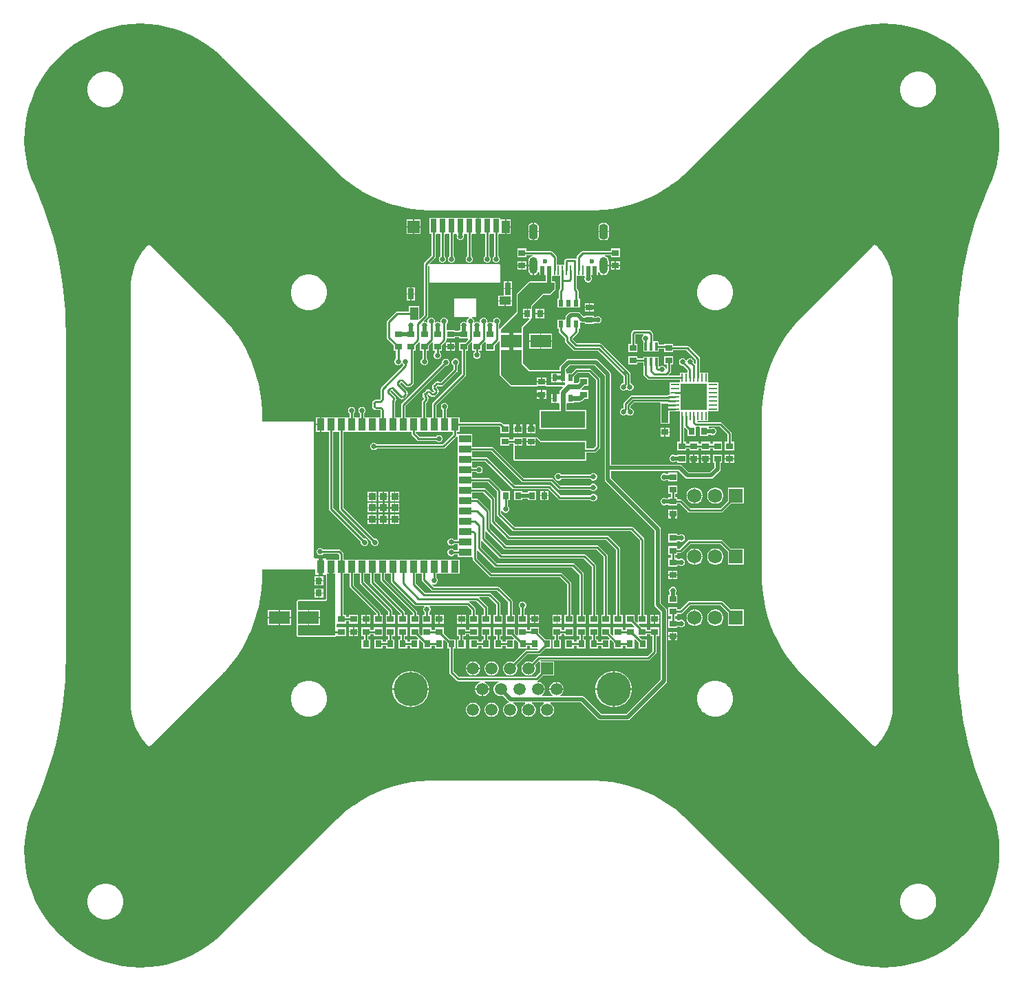
<source format=gtl>
G04*
G04 #@! TF.GenerationSoftware,Altium Limited,Altium Designer,22.2.1 (43)*
G04*
G04 Layer_Physical_Order=1*
G04 Layer_Color=255*
%FSLAX25Y25*%
%MOIN*%
G70*
G04*
G04 #@! TF.SameCoordinates,9388D860-640C-4D59-96FC-9271E4276608*
G04*
G04*
G04 #@! TF.FilePolarity,Positive*
G04*
G01*
G75*
%ADD15C,0.01968*%
%ADD16C,0.01000*%
%ADD19R,0.01063X0.03898*%
%ADD20R,0.03898X0.01063*%
%ADD21R,0.03347X0.03150*%
%ADD22R,0.02362X0.03347*%
%ADD23R,0.21654X0.08465*%
%ADD24R,0.03150X0.03347*%
%ADD25R,0.03543X0.05906*%
%ADD26R,0.05906X0.03543*%
%ADD27R,0.03543X0.03543*%
%ADD28R,0.03937X0.06102*%
%ADD29R,0.03150X0.05512*%
%ADD30R,0.05709X0.03937*%
%ADD31R,0.03150X0.05906*%
%ADD32R,0.03150X0.06890*%
%ADD33R,0.05906X0.05906*%
%ADD34R,0.03937X0.05906*%
%ADD35R,0.10236X0.06299*%
G04:AMPARAMS|DCode=36|XSize=40.16mil|YSize=14.17mil|CornerRadius=1.77mil|HoleSize=0mil|Usage=FLASHONLY|Rotation=90.000|XOffset=0mil|YOffset=0mil|HoleType=Round|Shape=RoundedRectangle|*
%AMROUNDEDRECTD36*
21,1,0.04016,0.01063,0,0,90.0*
21,1,0.03661,0.01417,0,0,90.0*
1,1,0.00354,0.00532,0.01831*
1,1,0.00354,0.00532,-0.01831*
1,1,0.00354,-0.00532,-0.01831*
1,1,0.00354,-0.00532,0.01831*
%
%ADD36ROUNDEDRECTD36*%
%ADD37R,0.02165X0.03937*%
%ADD38R,0.00984X0.04528*%
%ADD69R,0.12795X0.12795*%
%ADD70C,0.02000*%
%ADD71C,0.02362*%
%ADD72C,0.06890*%
%ADD73R,0.06890X0.06890*%
%ADD74C,0.05937*%
%ADD75C,0.16598*%
%ADD76R,0.05937X0.05937*%
G04:AMPARAMS|DCode=77|XSize=70.87mil|YSize=39.37mil|CornerRadius=9.84mil|HoleSize=0mil|Usage=FLASHONLY|Rotation=270.000|XOffset=0mil|YOffset=0mil|HoleType=Round|Shape=RoundedRectangle|*
%AMROUNDEDRECTD77*
21,1,0.07087,0.01968,0,0,270.0*
21,1,0.05118,0.03937,0,0,270.0*
1,1,0.01968,-0.00984,-0.02559*
1,1,0.01968,-0.00984,0.02559*
1,1,0.01968,0.00984,0.02559*
1,1,0.01968,0.00984,-0.02559*
%
%ADD77ROUNDEDRECTD77*%
%ADD78O,0.03937X0.08268*%
%ADD79C,0.02362*%
%ADD80C,0.02559*%
G36*
X-175991Y228564D02*
X-171791Y228104D01*
X-167638Y227330D01*
X-163554Y226246D01*
X-159562Y224859D01*
X-155687Y223176D01*
X-151949Y221207D01*
X-148369Y218963D01*
X-144967Y216456D01*
X-141764Y213701D01*
X-140270Y212207D01*
X-84877Y156814D01*
X-84864Y156806D01*
X-84855Y156793D01*
X-83298Y155350D01*
X-83281Y155340D01*
X-83269Y155325D01*
X-80021Y152592D01*
X-79998Y152579D01*
X-79981Y152560D01*
X-76566Y150039D01*
X-76542Y150028D01*
X-76524Y150010D01*
X-72955Y147710D01*
X-72931Y147701D01*
X-72912Y147684D01*
X-69204Y145616D01*
X-69179Y145608D01*
X-69159Y145593D01*
X-65328Y143765D01*
X-65302Y143758D01*
X-65281Y143744D01*
X-61341Y142163D01*
X-61316Y142158D01*
X-61293Y142146D01*
X-57261Y140819D01*
X-57235Y140815D01*
X-57212Y140804D01*
X-53104Y139736D01*
X-53078Y139734D01*
X-53054Y139725D01*
X-48886Y138920D01*
X-48860Y138920D01*
X-48835Y138911D01*
X-44625Y138373D01*
X-44599Y138375D01*
X-44574Y138368D01*
X-40337Y138098D01*
X-40318Y138101D01*
X-40299Y138097D01*
X-38176Y138063D01*
X-38170Y138064D01*
X-38164Y138063D01*
X37967D01*
X37973Y138064D01*
X37980Y138063D01*
X40102Y138097D01*
X40121Y138101D01*
X40140Y138098D01*
X44377Y138368D01*
X44402Y138375D01*
X44428Y138373D01*
X48638Y138911D01*
X48663Y138920D01*
X48689Y138920D01*
X52857Y139725D01*
X52881Y139734D01*
X52907Y139736D01*
X57015Y140804D01*
X57038Y140815D01*
X57064Y140819D01*
X61096Y142146D01*
X61119Y142158D01*
X61144Y142163D01*
X65084Y143744D01*
X65106Y143758D01*
X65131Y143765D01*
X68962Y145593D01*
X68983Y145608D01*
X69007Y145616D01*
X72715Y147684D01*
X72734Y147701D01*
X72758Y147710D01*
X76327Y150010D01*
X76345Y150028D01*
X76369Y150039D01*
X79784Y152560D01*
X79801Y152579D01*
X79824Y152592D01*
X83072Y155325D01*
X83084Y155340D01*
X83101Y155350D01*
X84658Y156793D01*
X84667Y156806D01*
X84680Y156814D01*
X140073Y212207D01*
X141567Y213701D01*
X144770Y216456D01*
X148172Y218963D01*
X151752Y221207D01*
X155490Y223176D01*
X159366Y224859D01*
X163357Y226246D01*
X167441Y227330D01*
X171594Y228104D01*
X175794Y228564D01*
X180017Y228707D01*
X184239Y228533D01*
X188435Y228043D01*
X192583Y227238D01*
X196659Y226125D01*
X200640Y224709D01*
X204503Y222998D01*
X208227Y221002D01*
X211791Y218731D01*
X215174Y216200D01*
X218357Y213422D01*
X221323Y210413D01*
X224055Y207189D01*
X226537Y203770D01*
X228755Y200173D01*
X230697Y196421D01*
X232351Y192533D01*
X233710Y188532D01*
X234764Y184441D01*
X235507Y180281D01*
X235937Y176078D01*
X236049Y171854D01*
X235845Y167634D01*
X235324Y163441D01*
X234489Y159299D01*
X233346Y155231D01*
X232636Y153280D01*
X231321Y150471D01*
X231318Y150460D01*
X231311Y150451D01*
X228810Y144698D01*
X228807Y144683D01*
X228799Y144670D01*
X226514Y138828D01*
X226511Y138813D01*
X226504Y138800D01*
X224438Y132877D01*
X224436Y132862D01*
X224429Y132848D01*
X222585Y126852D01*
X222584Y126837D01*
X222577Y126823D01*
X220958Y120763D01*
X220957Y120747D01*
X220951Y120733D01*
X219560Y114617D01*
X219559Y114601D01*
X219554Y114587D01*
X218391Y108423D01*
X218391Y108408D01*
X218386Y108393D01*
X217454Y102190D01*
X217455Y102175D01*
X217450Y102160D01*
X216750Y95926D01*
X216751Y95911D01*
X216747Y95896D01*
X216280Y89641D01*
X216282Y89626D01*
X216278Y89611D01*
X216044Y83342D01*
X216046Y83331D01*
X216044Y83320D01*
X216015Y80183D01*
X216015Y80179D01*
X216015Y80176D01*
Y-80176D01*
X216015Y-80179D01*
X216015Y-80183D01*
X216044Y-83320D01*
X216046Y-83331D01*
X216044Y-83342D01*
X216278Y-89611D01*
X216282Y-89626D01*
X216280Y-89641D01*
X216747Y-95896D01*
X216751Y-95911D01*
X216750Y-95926D01*
X217450Y-102160D01*
X217455Y-102175D01*
X217454Y-102190D01*
X218386Y-108393D01*
X218391Y-108408D01*
X218391Y-108423D01*
X219554Y-114587D01*
X219559Y-114601D01*
X219560Y-114617D01*
X220951Y-120733D01*
X220957Y-120747D01*
X220958Y-120763D01*
X222577Y-126823D01*
X222584Y-126837D01*
X222585Y-126852D01*
X224429Y-132848D01*
X224436Y-132862D01*
X224438Y-132877D01*
X226503Y-138800D01*
X226511Y-138813D01*
X226514Y-138828D01*
X228799Y-144670D01*
X228807Y-144683D01*
X228810Y-144698D01*
X231311Y-150451D01*
X231318Y-150460D01*
X231321Y-150471D01*
X232636Y-153280D01*
X233346Y-155231D01*
X234489Y-159299D01*
X235324Y-163441D01*
X235845Y-167634D01*
X236049Y-171854D01*
X235937Y-176078D01*
X235507Y-180281D01*
X234764Y-184441D01*
X233710Y-188532D01*
X232351Y-192533D01*
X230697Y-196421D01*
X228755Y-200173D01*
X226537Y-203770D01*
X224055Y-207189D01*
X221323Y-210413D01*
X218357Y-213422D01*
X215174Y-216200D01*
X211791Y-218731D01*
X208227Y-221002D01*
X204503Y-222998D01*
X200640Y-224709D01*
X196659Y-226125D01*
X192583Y-227239D01*
X188435Y-228043D01*
X184239Y-228533D01*
X180017Y-228707D01*
X175794Y-228564D01*
X171594Y-228104D01*
X167441Y-227330D01*
X163357Y-226246D01*
X159366Y-224859D01*
X155490Y-223176D01*
X151752Y-221207D01*
X148172Y-218963D01*
X144771Y-216456D01*
X141567Y-213701D01*
X140073Y-212207D01*
X140073Y-212207D01*
X84680Y-156814D01*
X84667Y-156806D01*
X84658Y-156793D01*
X83101Y-155350D01*
X83084Y-155340D01*
X83072Y-155325D01*
X79824Y-152592D01*
X79801Y-152579D01*
X79784Y-152560D01*
X76369Y-150039D01*
X76345Y-150028D01*
X76327Y-150010D01*
X72758Y-147710D01*
X72734Y-147701D01*
X72715Y-147684D01*
X69007Y-145616D01*
X68983Y-145608D01*
X68962Y-145593D01*
X65131Y-143765D01*
X65106Y-143758D01*
X65084Y-143744D01*
X61144Y-142163D01*
X61119Y-142159D01*
X61096Y-142146D01*
X57064Y-140819D01*
X57038Y-140815D01*
X57015Y-140804D01*
X52907Y-139736D01*
X52881Y-139734D01*
X52857Y-139725D01*
X48689Y-138920D01*
X48663Y-138920D01*
X48638Y-138911D01*
X44428Y-138373D01*
X44402Y-138375D01*
X44377Y-138368D01*
X40140Y-138098D01*
X40121Y-138101D01*
X40102Y-138097D01*
X37980Y-138063D01*
X37973Y-138064D01*
X37967Y-138063D01*
X-38164Y-138063D01*
X-38170Y-138064D01*
X-38176Y-138063D01*
X-40299Y-138097D01*
X-40318Y-138101D01*
X-40337Y-138098D01*
X-44574Y-138368D01*
X-44599Y-138375D01*
X-44625Y-138373D01*
X-48835Y-138911D01*
X-48860Y-138920D01*
X-48886Y-138920D01*
X-53054Y-139725D01*
X-53078Y-139734D01*
X-53104Y-139736D01*
X-57212Y-140804D01*
X-57235Y-140815D01*
X-57261Y-140819D01*
X-61293Y-142146D01*
X-61316Y-142159D01*
X-61341Y-142163D01*
X-65281Y-143744D01*
X-65302Y-143758D01*
X-65328Y-143765D01*
X-69159Y-145593D01*
X-69179Y-145608D01*
X-69204Y-145616D01*
X-72912Y-147684D01*
X-72931Y-147701D01*
X-72955Y-147710D01*
X-76524Y-150010D01*
X-76542Y-150028D01*
X-76566Y-150039D01*
X-79981Y-152560D01*
X-79998Y-152579D01*
X-80021Y-152592D01*
X-83269Y-155325D01*
X-83281Y-155340D01*
X-83298Y-155350D01*
X-84855Y-156793D01*
X-84864Y-156806D01*
X-84877Y-156814D01*
X-140270Y-212207D01*
X-141764Y-213701D01*
X-144967Y-216456D01*
X-148369Y-218963D01*
X-151949Y-221207D01*
X-155687Y-223176D01*
X-159563Y-224859D01*
X-163554Y-226246D01*
X-167638Y-227330D01*
X-171791Y-228104D01*
X-175991Y-228564D01*
X-180214Y-228707D01*
X-184436Y-228533D01*
X-188632Y-228043D01*
X-192780Y-227239D01*
X-196856Y-226125D01*
X-200837Y-224709D01*
X-204700Y-222998D01*
X-208424Y-221002D01*
X-211988Y-218731D01*
X-215371Y-216200D01*
X-218554Y-213422D01*
X-221520Y-210413D01*
X-224252Y-207189D01*
X-226733Y-203770D01*
X-228952Y-200173D01*
X-230894Y-196421D01*
X-232548Y-192533D01*
X-233906Y-188532D01*
X-234960Y-184441D01*
X-235704Y-180281D01*
X-236134Y-176078D01*
X-236246Y-171854D01*
X-236041Y-167634D01*
X-235520Y-163441D01*
X-234686Y-159299D01*
X-233543Y-155231D01*
X-232833Y-153280D01*
X-231517Y-150471D01*
X-231515Y-150460D01*
X-231508Y-150451D01*
X-229007Y-144698D01*
X-229004Y-144683D01*
X-228996Y-144670D01*
X-226711Y-138828D01*
X-226708Y-138813D01*
X-226700Y-138800D01*
X-224635Y-132877D01*
X-224633Y-132862D01*
X-224625Y-132848D01*
X-222782Y-126852D01*
X-222781Y-126837D01*
X-222774Y-126823D01*
X-221155Y-120763D01*
X-221154Y-120747D01*
X-221148Y-120733D01*
X-219757Y-114617D01*
X-219756Y-114602D01*
X-219750Y-114587D01*
X-218588Y-108423D01*
X-218588Y-108408D01*
X-218583Y-108393D01*
X-217651Y-102190D01*
X-217652Y-102175D01*
X-217647Y-102160D01*
X-216947Y-95926D01*
X-216948Y-95911D01*
X-216944Y-95896D01*
X-216477Y-89641D01*
X-216479Y-89626D01*
X-216475Y-89611D01*
X-216241Y-83342D01*
X-216243Y-83331D01*
X-216241Y-83320D01*
X-216212Y-80183D01*
X-216212Y-80179D01*
X-216211Y-80176D01*
X-216212Y80176D01*
X-216212Y80179D01*
X-216212Y80183D01*
X-216241Y83320D01*
X-216243Y83331D01*
X-216241Y83342D01*
X-216475Y89611D01*
X-216479Y89626D01*
X-216477Y89641D01*
X-216944Y95896D01*
X-216948Y95911D01*
X-216947Y95926D01*
X-217647Y102160D01*
X-217652Y102175D01*
X-217651Y102190D01*
X-218583Y108393D01*
X-218588Y108408D01*
X-218588Y108423D01*
X-219750Y114587D01*
X-219756Y114601D01*
X-219757Y114617D01*
X-221148Y120733D01*
X-221154Y120747D01*
X-221155Y120763D01*
X-222774Y126823D01*
X-222781Y126837D01*
X-222782Y126852D01*
X-224625Y132848D01*
X-224633Y132862D01*
X-224635Y132877D01*
X-226700Y138800D01*
X-226708Y138813D01*
X-226711Y138828D01*
X-228996Y144670D01*
X-229004Y144683D01*
X-229007Y144698D01*
X-231508Y150451D01*
X-231515Y150460D01*
X-231517Y150471D01*
X-232833Y153280D01*
X-233543Y155231D01*
X-234686Y159299D01*
X-235520Y163441D01*
X-236041Y167634D01*
X-236246Y171854D01*
X-236134Y176078D01*
X-235704Y180281D01*
X-234960Y184441D01*
X-233906Y188532D01*
X-232548Y192533D01*
X-230893Y196421D01*
X-228952Y200173D01*
X-226733Y203770D01*
X-224252Y207189D01*
X-221520Y210413D01*
X-218554Y213422D01*
X-215371Y216200D01*
X-211988Y218731D01*
X-208424Y221002D01*
X-204700Y222998D01*
X-200837Y224709D01*
X-196856Y226125D01*
X-192780Y227238D01*
X-188632Y228043D01*
X-184436Y228533D01*
X-180214Y228707D01*
X-175991Y228564D01*
D02*
G37*
%LPC*%
G36*
X197528Y205527D02*
X195976D01*
X195899Y205512D01*
X195820D01*
X194299Y205209D01*
X194226Y205179D01*
X194148Y205164D01*
X192715Y204570D01*
X192649Y204526D01*
X192576Y204496D01*
X191287Y203634D01*
X191231Y203578D01*
X191165Y203534D01*
X190068Y202437D01*
X190024Y202372D01*
X189968Y202316D01*
X189107Y201026D01*
X189076Y200953D01*
X189032Y200887D01*
X188439Y199454D01*
X188423Y199377D01*
X188393Y199304D01*
X188091Y197783D01*
Y197704D01*
X188075Y197626D01*
Y196075D01*
X188091Y195997D01*
Y195918D01*
X188393Y194397D01*
X188423Y194324D01*
X188439Y194246D01*
X189032Y192813D01*
X189076Y192748D01*
X189107Y192675D01*
X189968Y191385D01*
X190024Y191329D01*
X190068Y191263D01*
X191165Y190167D01*
X191231Y190123D01*
X191287Y190067D01*
X192576Y189205D01*
X192649Y189175D01*
X192715Y189131D01*
X194148Y188537D01*
X194226Y188522D01*
X194299Y188492D01*
X195820Y188189D01*
X195899D01*
X195976Y188174D01*
X197528D01*
X197605Y188189D01*
X197684D01*
X199205Y188492D01*
X199278Y188522D01*
X199356Y188537D01*
X200789Y189131D01*
X200855Y189175D01*
X200928Y189205D01*
X202217Y190067D01*
X202273Y190123D01*
X202339Y190167D01*
X203436Y191263D01*
X203480Y191329D01*
X203536Y191385D01*
X204397Y192675D01*
X204428Y192748D01*
X204472Y192813D01*
X205065Y194246D01*
X205081Y194324D01*
X205111Y194397D01*
X205413Y195918D01*
Y195997D01*
X205429Y196075D01*
Y197626D01*
X205413Y197704D01*
Y197783D01*
X205111Y199304D01*
X205081Y199377D01*
X205065Y199454D01*
X204472Y200887D01*
X204428Y200953D01*
X204397Y201026D01*
X203536Y202316D01*
X203480Y202372D01*
X203436Y202437D01*
X202339Y203534D01*
X202273Y203578D01*
X202217Y203634D01*
X200928Y204496D01*
X200855Y204526D01*
X200789Y204570D01*
X199356Y205164D01*
X199278Y205179D01*
X199205Y205209D01*
X197684Y205512D01*
X197605D01*
X197528Y205527D01*
D02*
G37*
G36*
X-196173Y205527D02*
X-197724D01*
X-197802Y205512D01*
X-197881D01*
X-199402Y205209D01*
X-199475Y205179D01*
X-199553Y205164D01*
X-200986Y204570D01*
X-201051Y204526D01*
X-201125Y204496D01*
X-202414Y203634D01*
X-202470Y203578D01*
X-202536Y203534D01*
X-203633Y202437D01*
X-203677Y202372D01*
X-203732Y202316D01*
X-204594Y201026D01*
X-204625Y200953D01*
X-204668Y200887D01*
X-205262Y199454D01*
X-205277Y199377D01*
X-205308Y199304D01*
X-205610Y197783D01*
Y197704D01*
X-205626Y197626D01*
Y196075D01*
X-205610Y195997D01*
Y195918D01*
X-205308Y194397D01*
X-205277Y194324D01*
X-205262Y194246D01*
X-204668Y192813D01*
X-204625Y192748D01*
X-204594Y192675D01*
X-203732Y191385D01*
X-203677Y191329D01*
X-203633Y191263D01*
X-202536Y190166D01*
X-202470Y190123D01*
X-202414Y190067D01*
X-201125Y189205D01*
X-201051Y189175D01*
X-200986Y189131D01*
X-199553Y188537D01*
X-199475Y188522D01*
X-199402Y188492D01*
X-197881Y188189D01*
X-197802D01*
X-197724Y188173D01*
X-196173D01*
X-196096Y188189D01*
X-196017D01*
X-194495Y188492D01*
X-194422Y188522D01*
X-194345Y188537D01*
X-192912Y189131D01*
X-192846Y189175D01*
X-192773Y189205D01*
X-191483Y190067D01*
X-191428Y190123D01*
X-191362Y190167D01*
X-190265Y191263D01*
X-190221Y191329D01*
X-190165Y191385D01*
X-189303Y192675D01*
X-189273Y192748D01*
X-189229Y192813D01*
X-188636Y194246D01*
X-188620Y194324D01*
X-188590Y194397D01*
X-188287Y195918D01*
Y195997D01*
X-188272Y196075D01*
Y197626D01*
X-188287Y197704D01*
Y197783D01*
X-188590Y199304D01*
X-188620Y199377D01*
X-188636Y199454D01*
X-189229Y200887D01*
X-189273Y200953D01*
X-189303Y201026D01*
X-190165Y202316D01*
X-190221Y202372D01*
X-190265Y202437D01*
X-191362Y203534D01*
X-191428Y203578D01*
X-191483Y203634D01*
X-192773Y204496D01*
X-192846Y204526D01*
X-192912Y204570D01*
X-194345Y205164D01*
X-194422Y205179D01*
X-194495Y205209D01*
X-196017Y205512D01*
X-196096D01*
X-196173Y205527D01*
D02*
G37*
G36*
X-9835Y134677D02*
X-10335Y134677D01*
X-13846D01*
X-14165Y134677D01*
X-14665Y134677D01*
X-16171D01*
Y130732D01*
Y126787D01*
X-14665D01*
X-14346Y126787D01*
X-13846Y126787D01*
X-13110D01*
Y116080D01*
X-13599Y115591D01*
X-13870Y114937D01*
Y114229D01*
X-13599Y113575D01*
X-13099Y113074D01*
X-12444Y112803D01*
X-11737D01*
X-11083Y113074D01*
X-10582Y113575D01*
X-10311Y114229D01*
Y114937D01*
X-10582Y115591D01*
X-11071Y116080D01*
Y126434D01*
X-10717Y126787D01*
X-10016Y126787D01*
X-9516Y126787D01*
X-8779D01*
Y116080D01*
X-9268Y115591D01*
X-9539Y114937D01*
Y114229D01*
X-9268Y113575D01*
X-8768Y113074D01*
X-8114Y112803D01*
X-7406D01*
X-6752Y113074D01*
X-6251Y113575D01*
X-5980Y114229D01*
Y114937D01*
X-6251Y115591D01*
X-6740Y116080D01*
Y126434D01*
X-6387Y126787D01*
X-5685Y126787D01*
X-5185Y126787D01*
X-3285D01*
Y130240D01*
Y133693D01*
X-5504Y133693D01*
X-5685Y134118D01*
Y134677D01*
X-9835Y134677D01*
D02*
G37*
G36*
X-18496D02*
X-18996Y134677D01*
X-22508D01*
X-22827Y134677D01*
X-23327Y134677D01*
X-26839D01*
X-27158Y134677D01*
X-27657Y134677D01*
X-31169D01*
X-31488Y134677D01*
X-31988Y134677D01*
X-35500D01*
X-35819Y134677D01*
X-36319Y134677D01*
X-40150D01*
Y126787D01*
X-39094D01*
Y116393D01*
X-42445Y113042D01*
X-42666Y112711D01*
X-42744Y112321D01*
Y87537D01*
X-44593Y85687D01*
X-45055Y85879D01*
Y91764D01*
X-49992D01*
Y89232D01*
X-55587D01*
X-55977Y89155D01*
X-56308Y88934D01*
X-59767Y85475D01*
X-59781Y85465D01*
X-60367Y84879D01*
X-60588Y84548D01*
X-60665Y84158D01*
Y76575D01*
X-60588Y76185D01*
X-60367Y75854D01*
X-57291Y72779D01*
Y70071D01*
X-56236D01*
Y66458D01*
X-56725Y65969D01*
X-56996Y65315D01*
Y64607D01*
X-56725Y63953D01*
X-56225Y63452D01*
X-55571Y63181D01*
X-54863D01*
X-54208Y63452D01*
X-53708Y63953D01*
X-53666Y64053D01*
X-53125D01*
X-53083Y63953D01*
X-52594Y63464D01*
Y63119D01*
X-63477Y52237D01*
X-63698Y51906D01*
X-63775Y51516D01*
Y46491D01*
X-63794Y46483D01*
X-63802Y46464D01*
X-66032D01*
Y46479D01*
X-66715Y46343D01*
X-67293Y45957D01*
X-67680Y45378D01*
X-67816Y44695D01*
X-67801D01*
Y43195D01*
X-67816D01*
X-67680Y42512D01*
X-67293Y41933D01*
X-66715Y41546D01*
X-66032Y41411D01*
Y41425D01*
X-63802D01*
X-63794Y41407D01*
X-63775Y41399D01*
Y37902D01*
X-64984D01*
X-65027Y37902D01*
X-65484D01*
X-65528Y37902D01*
X-69984D01*
X-70028Y37902D01*
X-70484D01*
X-70528Y37902D01*
X-71736D01*
Y39743D01*
X-71247Y40232D01*
X-70976Y40886D01*
Y41594D01*
X-71247Y42248D01*
X-71748Y42749D01*
X-72402Y43020D01*
X-73110D01*
X-73764Y42749D01*
X-74265Y42248D01*
X-74535Y41594D01*
Y40886D01*
X-74265Y40232D01*
X-73776Y39743D01*
Y37902D01*
X-74984D01*
X-75028Y37902D01*
X-75484D01*
X-75528Y37902D01*
X-76736D01*
Y39743D01*
X-76247Y40232D01*
X-75976Y40886D01*
Y41594D01*
X-76247Y42248D01*
X-76748Y42749D01*
X-77402Y43020D01*
X-78110D01*
X-78764Y42749D01*
X-79264Y42248D01*
X-79535Y41594D01*
Y40886D01*
X-79264Y40232D01*
X-78776Y39743D01*
Y37902D01*
X-79984D01*
X-80028Y37902D01*
X-80484D01*
X-80528Y37902D01*
X-84984D01*
X-85027Y37902D01*
X-85484D01*
X-85528Y37902D01*
X-89984D01*
X-90027Y37902D01*
X-90484D01*
X-90528Y37902D01*
X-92506D01*
Y34449D01*
Y30996D01*
X-90528D01*
X-90484Y30996D01*
X-90027D01*
X-89984Y30996D01*
X-88775D01*
Y-6516D01*
X-88698Y-6906D01*
X-88477Y-7237D01*
X-73315Y-22399D01*
Y-23090D01*
X-73044Y-23744D01*
X-72543Y-24245D01*
X-71889Y-24516D01*
X-71181D01*
X-70527Y-24245D01*
X-70027Y-23744D01*
X-69756Y-23090D01*
Y-22382D01*
X-70027Y-21728D01*
X-70527Y-21228D01*
X-71181Y-20957D01*
X-71873D01*
X-86736Y-6093D01*
Y30996D01*
X-85528D01*
X-85484Y30996D01*
X-85027D01*
X-84984Y30996D01*
X-83776D01*
Y-6516D01*
X-83698Y-6906D01*
X-83477Y-7237D01*
X-68315Y-22399D01*
Y-23090D01*
X-68044Y-23744D01*
X-67543Y-24245D01*
X-66889Y-24516D01*
X-66181D01*
X-65527Y-24245D01*
X-65027Y-23744D01*
X-64756Y-23090D01*
Y-22382D01*
X-65027Y-21728D01*
X-65527Y-21228D01*
X-66181Y-20957D01*
X-66873D01*
X-81736Y-6093D01*
Y30996D01*
X-80528D01*
X-80484Y30996D01*
X-80028D01*
X-79984Y30996D01*
X-75528D01*
X-75484Y30996D01*
X-75028D01*
X-74984Y30996D01*
X-70528D01*
X-70484Y30996D01*
X-70028D01*
X-69984Y30996D01*
X-65528D01*
X-65484Y30996D01*
X-65027D01*
X-64984Y30996D01*
X-60484D01*
Y30996D01*
X-60027D01*
Y30996D01*
X-55528D01*
X-55484Y30996D01*
X-55028D01*
X-54984Y30996D01*
X-50528D01*
X-50484Y30996D01*
X-50028D01*
X-49984Y30996D01*
X-48776D01*
Y30039D01*
X-48698Y29649D01*
X-48477Y29318D01*
X-45997Y26838D01*
X-45666Y26617D01*
X-45276Y26539D01*
X-36930D01*
X-36441Y26050D01*
X-35787Y25780D01*
X-35079D01*
X-34425Y26050D01*
X-33924Y26551D01*
X-33654Y27205D01*
Y27913D01*
X-33924Y28567D01*
X-34425Y29068D01*
X-35079Y29339D01*
X-35787D01*
X-36441Y29068D01*
X-36930Y28579D01*
X-44853D01*
X-46736Y30462D01*
Y30996D01*
X-45528D01*
X-45484Y30996D01*
X-45028D01*
X-44984Y30996D01*
X-40528D01*
X-40484Y30996D01*
X-40028D01*
X-39984Y30996D01*
X-35528D01*
X-35484Y30996D01*
X-35028D01*
X-34984Y30996D01*
X-30528D01*
X-30484Y30996D01*
X-30028D01*
X-29984Y30996D01*
X-28776D01*
Y29753D01*
X-33690Y24838D01*
X-65531D01*
X-66019Y25328D01*
X-66674Y25598D01*
X-67382D01*
X-68036Y25328D01*
X-68536Y24827D01*
X-68807Y24173D01*
Y23465D01*
X-68536Y22811D01*
X-68036Y22310D01*
X-67382Y22039D01*
X-66674D01*
X-66019Y22310D01*
X-65531Y22799D01*
X-33268D01*
X-32877Y22877D01*
X-32547Y23098D01*
X-27035Y28610D01*
X-26814Y28940D01*
X-26787Y29074D01*
X-26287Y29025D01*
Y25272D01*
X-26287Y25228D01*
Y24772D01*
X-26287Y24728D01*
Y20272D01*
X-26287Y20228D01*
Y19772D01*
X-26287Y19728D01*
Y15272D01*
X-26287Y15228D01*
Y14772D01*
X-26287Y14728D01*
Y10272D01*
X-26287Y10228D01*
Y9772D01*
X-26287Y9728D01*
Y5272D01*
X-26287Y5228D01*
Y4772D01*
X-26287Y4728D01*
Y272D01*
X-26287Y228D01*
Y-228D01*
X-26287Y-272D01*
Y-4772D01*
X-26287D01*
Y-5228D01*
X-26287D01*
Y-9772D01*
X-26287D01*
Y-10228D01*
X-26287D01*
Y-14772D01*
X-26287D01*
Y-15228D01*
X-26287D01*
Y-19728D01*
X-26287Y-19772D01*
Y-20228D01*
X-26287Y-20272D01*
Y-21480D01*
X-27972D01*
X-28460Y-20991D01*
X-29114Y-20720D01*
X-29822D01*
X-30476Y-20991D01*
X-30977Y-21492D01*
X-31248Y-22146D01*
Y-22854D01*
X-30977Y-23508D01*
X-30476Y-24009D01*
X-29822Y-24280D01*
X-29114D01*
X-28460Y-24009D01*
X-27972Y-23520D01*
X-26287D01*
Y-24728D01*
X-26287Y-24772D01*
Y-25228D01*
X-26287Y-25272D01*
Y-26539D01*
X-28030D01*
X-28519Y-26050D01*
X-29174Y-25780D01*
X-29882D01*
X-30536Y-26050D01*
X-31036Y-26551D01*
X-31307Y-27205D01*
Y-27913D01*
X-31036Y-28567D01*
X-30536Y-29068D01*
X-29882Y-29339D01*
X-29174D01*
X-28519Y-29068D01*
X-28030Y-28579D01*
X-26287D01*
Y-29772D01*
X-19689D01*
X-19382Y-29772D01*
X-19189Y-30192D01*
Y-30795D01*
X-19111Y-31185D01*
X-18890Y-31516D01*
X-11102Y-39304D01*
X-10771Y-39525D01*
X-10381Y-39602D01*
X23200D01*
X26539Y-42942D01*
Y-57866D01*
X25386D01*
Y-62016D01*
X29732D01*
Y-57866D01*
X28579D01*
Y-42520D01*
X28501Y-42129D01*
X28280Y-41799D01*
X24343Y-37862D01*
X24012Y-37641D01*
X23622Y-37563D01*
X-9959D01*
X-17150Y-30372D01*
Y-26732D01*
X-16650Y-26524D01*
X-8595Y-34579D01*
X-8264Y-34800D01*
X-7874Y-34878D01*
X29105D01*
X32543Y-38316D01*
Y-57866D01*
X31390D01*
Y-62016D01*
X35736D01*
Y-57866D01*
X34583D01*
Y-37894D01*
X34505Y-37503D01*
X34284Y-37173D01*
X30248Y-33137D01*
X29918Y-32916D01*
X29528Y-32839D01*
X-7452D01*
X-15150Y-25141D01*
Y-22039D01*
X-14650Y-21832D01*
X-6233Y-30248D01*
X-5902Y-30470D01*
X-5512Y-30547D01*
X34617D01*
X38449Y-34379D01*
Y-57866D01*
X37295D01*
Y-62016D01*
X41642D01*
Y-57866D01*
X40488D01*
Y-33957D01*
X40411Y-33566D01*
X40189Y-33236D01*
X35760Y-28807D01*
X35430Y-28586D01*
X35039Y-28508D01*
X-5090D01*
X-13150Y-20448D01*
Y-17444D01*
X-12650Y-17237D01*
X-3969Y-25918D01*
X-3638Y-26139D01*
X-3248Y-26216D01*
X40916D01*
X44354Y-29655D01*
Y-57866D01*
X43201D01*
Y-62016D01*
X47547D01*
Y-57866D01*
X46394D01*
Y-29232D01*
X46316Y-28842D01*
X46095Y-28511D01*
X42060Y-24476D01*
X41729Y-24255D01*
X41339Y-24177D01*
X-2826D01*
X-11185Y-15818D01*
Y-7480D01*
X-11263Y-7090D01*
X-11484Y-6759D01*
X-16464Y-1779D01*
X-16795Y-1558D01*
X-17185Y-1480D01*
X-19382D01*
Y-272D01*
X-19382Y-228D01*
Y228D01*
X-19382Y272D01*
Y1480D01*
X-13946D01*
X-10468Y-1997D01*
Y-12598D01*
X-10391Y-12989D01*
X-10170Y-13319D01*
X-2296Y-21193D01*
X-1965Y-21414D01*
X-1575Y-21492D01*
X45641D01*
X50260Y-26111D01*
Y-57866D01*
X49106D01*
Y-62016D01*
X53453D01*
Y-57866D01*
X52299D01*
Y-25689D01*
X52222Y-25299D01*
X52000Y-24968D01*
X46784Y-19751D01*
X46453Y-19531D01*
X46063Y-19453D01*
X-1153D01*
X-8429Y-12176D01*
Y-1575D01*
X-8507Y-1185D01*
X-8728Y-854D01*
X-12803Y3221D01*
X-13133Y3442D01*
X-13524Y3520D01*
X-19382D01*
Y4728D01*
X-19382Y4772D01*
Y5228D01*
X-19382Y5272D01*
Y6480D01*
X-11859D01*
X-7319Y1940D01*
Y-9055D01*
X-7241Y-9445D01*
X-7020Y-9776D01*
X66Y-16863D01*
X397Y-17084D01*
X787Y-17161D01*
X57452D01*
X62071Y-21781D01*
Y-57866D01*
X60917D01*
Y-61426D01*
X60417Y-61633D01*
X59358Y-60574D01*
Y-57866D01*
X55012D01*
Y-62016D01*
X57916D01*
X59377Y-63476D01*
X59162Y-63968D01*
X58940Y-63968D01*
X55012D01*
Y-65024D01*
X53453D01*
Y-63968D01*
X49106D01*
Y-67528D01*
X48606Y-67735D01*
X47547Y-66676D01*
Y-63968D01*
X43201D01*
Y-68118D01*
X46105D01*
X47164Y-69177D01*
X46957Y-69677D01*
X43201D01*
Y-70831D01*
X41642D01*
Y-69677D01*
X40488D01*
Y-68118D01*
X41642D01*
Y-63968D01*
X37295D01*
Y-68118D01*
X38449D01*
Y-69677D01*
X37492D01*
Y-74024D01*
X41642D01*
Y-72870D01*
X43201D01*
Y-74024D01*
X47350D01*
Y-70070D01*
X47850Y-69863D01*
X49303Y-71316D01*
Y-74024D01*
X53453D01*
Y-72870D01*
X55012D01*
Y-74024D01*
X59161D01*
Y-70130D01*
X59161Y-69873D01*
X59654Y-69659D01*
X61114Y-71119D01*
Y-74024D01*
X65264D01*
Y-69677D01*
X62556D01*
X61459Y-68580D01*
X61650Y-68118D01*
X65264D01*
Y-67063D01*
X66823D01*
Y-68118D01*
X67878D01*
Y-75365D01*
X65523Y-77721D01*
X13091D01*
X12700Y-77798D01*
X12370Y-78019D01*
X9617Y-80772D01*
X9331Y-80606D01*
X8449Y-80370D01*
X7536D01*
X6653Y-80606D01*
X5862Y-81063D01*
X5217Y-81709D01*
X4760Y-82500D01*
X4524Y-83382D01*
Y-84295D01*
X4760Y-85177D01*
X5217Y-85968D01*
X5862Y-86614D01*
X6653Y-87071D01*
X7536Y-87307D01*
X8449D01*
X9331Y-87071D01*
X10122Y-86614D01*
X10768Y-85968D01*
X11224Y-85177D01*
X11461Y-84295D01*
Y-83382D01*
X11224Y-82500D01*
X11059Y-82214D01*
X12972Y-80301D01*
X13077Y-80295D01*
X13500Y-80654D01*
X13500Y-80825D01*
Y-85865D01*
X11408Y-87957D01*
X-25759D01*
X-28311Y-85404D01*
Y-74024D01*
X-27256D01*
Y-69677D01*
X-30160D01*
X-33161Y-66676D01*
Y-63968D01*
X-37508D01*
Y-65024D01*
X-39067D01*
Y-63968D01*
X-43413D01*
Y-67528D01*
X-43913Y-67735D01*
X-44972Y-66676D01*
Y-63968D01*
X-49319D01*
Y-68118D01*
X-46414D01*
X-45355Y-69177D01*
X-45562Y-69677D01*
X-49319D01*
Y-70831D01*
X-50878D01*
Y-69677D01*
X-52032D01*
Y-68118D01*
X-50878D01*
Y-63968D01*
X-55224D01*
Y-68118D01*
X-54071D01*
Y-69677D01*
X-55028D01*
Y-74024D01*
X-50878D01*
Y-72870D01*
X-49319D01*
Y-74024D01*
X-45169D01*
Y-70070D01*
X-44669Y-69863D01*
X-43216Y-71316D01*
Y-74024D01*
X-39067D01*
Y-72870D01*
X-37508D01*
Y-74024D01*
X-33358D01*
Y-70070D01*
X-32858Y-69863D01*
X-31405Y-71316D01*
Y-74024D01*
X-30350D01*
Y-85827D01*
X-30273Y-86217D01*
X-30052Y-86548D01*
X-26902Y-89697D01*
X-26571Y-89918D01*
X-26181Y-89996D01*
X-15441D01*
X-15375Y-90496D01*
X-15788Y-90606D01*
X-16578Y-91063D01*
X-17224Y-91709D01*
X-17681Y-92500D01*
X-17917Y-93382D01*
Y-93589D01*
X-10980D01*
Y-93382D01*
X-11217Y-92500D01*
X-11673Y-91709D01*
X-12319Y-91063D01*
X-13110Y-90606D01*
X-13522Y-90496D01*
X-13456Y-89996D01*
X-6465D01*
X-6399Y-90496D01*
X-6811Y-90606D01*
X-7602Y-91063D01*
X-8248Y-91709D01*
X-8705Y-92500D01*
X-8941Y-93382D01*
Y-94295D01*
X-8705Y-95177D01*
X-8248Y-95968D01*
X-7602Y-96614D01*
X-6811Y-97071D01*
X-5929Y-97307D01*
X-5016D01*
X-4328Y-97123D01*
X-1661Y-99791D01*
X-1661Y-99791D01*
X-1503Y-99896D01*
X-1503Y-99897D01*
X-1621Y-100418D01*
X-2323Y-100606D01*
X-3114Y-101063D01*
X-3760Y-101709D01*
X-4216Y-102500D01*
X-4453Y-103382D01*
Y-104295D01*
X-4216Y-105177D01*
X-3760Y-105968D01*
X-3114Y-106614D01*
X-2323Y-107071D01*
X-1441Y-107307D01*
X-528D01*
X354Y-107071D01*
X1146Y-106614D01*
X1791Y-105968D01*
X2248Y-105177D01*
X2484Y-104295D01*
Y-103382D01*
X2248Y-102500D01*
X1791Y-101709D01*
X1146Y-101063D01*
X575Y-100734D01*
X709Y-100234D01*
X6299D01*
X6433Y-100734D01*
X5862Y-101063D01*
X5217Y-101709D01*
X4760Y-102500D01*
X4524Y-103382D01*
Y-104295D01*
X4760Y-105177D01*
X5217Y-105968D01*
X5862Y-106614D01*
X6653Y-107071D01*
X7536Y-107307D01*
X8449D01*
X9331Y-107071D01*
X10122Y-106614D01*
X10768Y-105968D01*
X11224Y-105177D01*
X11461Y-104295D01*
Y-103382D01*
X11224Y-102500D01*
X10768Y-101709D01*
X10122Y-101063D01*
X9551Y-100734D01*
X9685Y-100234D01*
X15275D01*
X15409Y-100734D01*
X14839Y-101063D01*
X14193Y-101709D01*
X13736Y-102500D01*
X13500Y-103382D01*
Y-104295D01*
X13736Y-105177D01*
X14193Y-105968D01*
X14839Y-106614D01*
X15630Y-107071D01*
X16512Y-107307D01*
X17425D01*
X18307Y-107071D01*
X19098Y-106614D01*
X19744Y-105968D01*
X20201Y-105177D01*
X20437Y-104295D01*
Y-103382D01*
X20201Y-102500D01*
X19744Y-101709D01*
X19098Y-101063D01*
X18528Y-100734D01*
X18662Y-100234D01*
X33428D01*
X41646Y-108452D01*
X41646Y-108452D01*
X42137Y-108780D01*
X42717Y-108895D01*
X42717Y-108895D01*
X56004D01*
X56004Y-108895D01*
X56583Y-108780D01*
X57074Y-108452D01*
X74594Y-90932D01*
X74922Y-90441D01*
X75037Y-89862D01*
X75037Y-89862D01*
Y-55906D01*
X75037Y-55905D01*
X74922Y-55326D01*
X74594Y-54835D01*
X71986Y-52227D01*
Y-16339D01*
X71986Y-16339D01*
X71871Y-15759D01*
X71543Y-15269D01*
X71543Y-15269D01*
X47872Y8402D01*
Y11873D01*
X80672D01*
X83871Y8674D01*
X83871Y8674D01*
X84362Y8346D01*
X84941Y8231D01*
X84941Y8231D01*
X96358D01*
X96358Y8231D01*
X96937Y8346D01*
X97428Y8674D01*
X100578Y11824D01*
X100578Y11824D01*
X100906Y12314D01*
X101021Y12894D01*
Y15839D01*
X101681D01*
Y19988D01*
X97335D01*
Y15839D01*
X97995D01*
Y13521D01*
X95731Y11257D01*
X85568D01*
X82369Y14456D01*
X81878Y14784D01*
X81299Y14899D01*
X81299Y14899D01*
X47872D01*
Y58957D01*
X47756Y59536D01*
X47428Y60027D01*
X47428Y60027D01*
X41720Y65735D01*
X41229Y66063D01*
X40650Y66179D01*
X40650Y66179D01*
X27362D01*
X27362Y66179D01*
X26783Y66063D01*
X26292Y65735D01*
X26292Y65735D01*
X23438Y62881D01*
X23110Y62390D01*
X22995Y61811D01*
X22995Y61811D01*
Y60777D01*
X12598Y60777D01*
X8590D01*
X5266Y64102D01*
Y70653D01*
X5260Y70668D01*
X5224Y71153D01*
X5224Y71154D01*
X5224Y71154D01*
Y78453D01*
X5224Y78453D01*
X5224D01*
X5260Y78938D01*
X5266Y78953D01*
Y81567D01*
X8870Y85171D01*
X8911Y85271D01*
X8987Y85347D01*
Y85454D01*
X9028Y85554D01*
X9176Y85827D01*
X9381Y86016D01*
X9457D01*
Y89947D01*
X9536Y89979D01*
X9695Y90362D01*
Y91705D01*
X15283Y97293D01*
X18209D01*
X18591Y97452D01*
X18591Y97452D01*
X20855Y99716D01*
X21014Y100098D01*
X21014Y100098D01*
Y103248D01*
X20855Y103631D01*
X20472Y103789D01*
X19427D01*
Y105118D01*
X19427Y105118D01*
Y105991D01*
X19480Y106468D01*
X23390D01*
Y100422D01*
X22901Y99934D01*
X22680Y99603D01*
X22603Y99213D01*
Y95382D01*
X21941D01*
Y91035D01*
X25181D01*
X25303Y91035D01*
X25681D01*
X25803Y91035D01*
X27112D01*
Y93209D01*
X27612D01*
Y91035D01*
X28921D01*
X29043Y91035D01*
X29421D01*
X29543Y91035D01*
X32783D01*
Y95382D01*
X32122D01*
Y99213D01*
X32044Y99603D01*
X31823Y99934D01*
X31335Y100422D01*
Y106468D01*
X34998D01*
X35237Y105968D01*
X35032Y105472D01*
Y104764D01*
X35302Y104110D01*
X35803Y103610D01*
X36457Y103339D01*
X37165D01*
X37819Y103610D01*
X38320Y104110D01*
X38591Y104764D01*
Y105472D01*
X38324Y106115D01*
Y106764D01*
X39711D01*
Y109232D01*
X40211D01*
Y106764D01*
X41543D01*
Y108326D01*
X42043Y108375D01*
X42045Y108368D01*
X42590Y107551D01*
X43407Y107005D01*
X44120Y106864D01*
Y111496D01*
X44370D01*
Y111746D01*
X46887D01*
Y113661D01*
X46695Y114625D01*
X46150Y115441D01*
X45333Y115987D01*
X44771Y116098D01*
X44820Y116598D01*
X47827D01*
Y115543D01*
X52173D01*
Y119693D01*
X47827D01*
Y118638D01*
X34252D01*
X33862Y118560D01*
X33531Y118339D01*
X31563Y116371D01*
X31341Y116040D01*
X31264Y115650D01*
Y114881D01*
X31032Y114727D01*
X30764Y114649D01*
X30508Y114820D01*
X30118Y114898D01*
X26575D01*
X26185Y114820D01*
X25854Y114599D01*
X25657Y114402D01*
X25436Y114071D01*
X25358Y113681D01*
Y111996D01*
X21492D01*
Y115650D01*
X21414Y116040D01*
X21193Y116371D01*
X19225Y118339D01*
X18894Y118560D01*
X18504Y118638D01*
X6898D01*
Y119693D01*
X2551D01*
Y115543D01*
X6898D01*
Y116598D01*
X9904D01*
X9953Y116098D01*
X9391Y115987D01*
X8575Y115441D01*
X8029Y114625D01*
X7837Y113661D01*
Y111746D01*
X10354D01*
Y111496D01*
X10604D01*
Y106864D01*
X11317Y107005D01*
X12134Y107551D01*
X12680Y108368D01*
X12681Y108375D01*
X13181Y108326D01*
Y106764D01*
X14514D01*
Y109232D01*
X15014D01*
Y106764D01*
X16400D01*
Y105118D01*
X16400Y105118D01*
X16400Y105118D01*
Y103789D01*
X11614D01*
X11614Y103789D01*
X11614Y103789D01*
X8563Y103789D01*
X8563Y103789D01*
X8180Y103631D01*
X8180Y103630D01*
X2373Y97824D01*
X2215Y97441D01*
X2215Y97441D01*
Y88905D01*
X-5895Y80796D01*
X-5908Y80763D01*
X-6408Y80862D01*
Y82952D01*
X-5919Y83441D01*
X-5648Y84095D01*
Y84803D01*
X-5919Y85457D01*
X-6420Y85957D01*
X-7074Y86228D01*
X-7782D01*
X-8436Y85957D01*
X-8936Y85457D01*
X-9207Y84803D01*
Y84111D01*
X-9252Y84068D01*
X-9642Y83838D01*
X-9675Y83871D01*
X-10329Y84142D01*
X-11037D01*
X-11555Y83927D01*
X-11688Y83975D01*
X-11931Y84140D01*
X-12017Y84236D01*
Y84803D01*
X-12288Y85457D01*
X-12789Y85957D01*
X-13443Y86228D01*
X-14151D01*
X-14805Y85957D01*
X-15305Y85457D01*
X-15576Y84803D01*
Y84111D01*
X-15621Y84068D01*
X-16011Y83838D01*
X-16043Y83871D01*
X-16698Y84142D01*
X-17405D01*
X-17924Y83927D01*
X-18056Y83975D01*
X-18300Y84140D01*
X-18386Y84236D01*
Y84803D01*
X-18657Y85457D01*
X-19157Y85957D01*
X-19474Y86089D01*
X-19375Y86589D01*
X-17799D01*
X-17416Y86747D01*
X-17258Y87130D01*
Y95004D01*
X-17416Y95387D01*
X-17799Y95545D01*
X-27642D01*
X-28024Y95387D01*
X-28183Y95004D01*
Y87130D01*
X-28024Y86747D01*
X-27642Y86589D01*
X-20956D01*
X-20856Y86089D01*
X-21173Y85957D01*
X-21674Y85457D01*
X-21945Y84803D01*
Y84111D01*
X-21990Y84068D01*
X-22380Y83838D01*
X-22412Y83871D01*
X-23066Y84142D01*
X-23774D01*
X-24428Y83871D01*
X-24929Y83370D01*
X-25200Y82716D01*
Y82008D01*
X-24934Y81366D01*
Y80323D01*
X-25594D01*
Y79761D01*
X-27616D01*
Y80323D01*
X-31883D01*
Y82952D01*
X-31394Y83441D01*
X-31123Y84095D01*
Y84803D01*
X-31394Y85457D01*
X-31895Y85957D01*
X-32549Y86228D01*
X-33257D01*
X-33911Y85957D01*
X-34411Y85457D01*
X-34682Y84803D01*
Y84111D01*
X-34727Y84068D01*
X-35117Y83838D01*
X-35150Y83871D01*
X-35804Y84142D01*
X-36512D01*
X-36932Y83968D01*
X-36975Y83980D01*
X-37394Y84296D01*
Y84803D01*
X-37665Y85457D01*
X-38165Y85957D01*
X-38819Y86228D01*
X-39527D01*
X-40181Y85957D01*
X-40682Y85457D01*
X-40953Y84803D01*
Y84095D01*
X-40894Y83954D01*
X-41318Y83671D01*
X-41519Y83871D01*
X-42173Y84142D01*
X-42548D01*
X-42755Y84642D01*
X-41004Y86393D01*
X-40782Y86724D01*
X-40705Y87114D01*
Y111643D01*
X-40653Y111672D01*
X-40591Y111654D01*
X-40191Y111355D01*
Y103665D01*
X-40032Y103283D01*
X-39650Y103124D01*
X-6185D01*
X-5802Y103283D01*
X-5644Y103665D01*
Y111539D01*
X-5802Y111922D01*
X-6185Y112081D01*
X-39650D01*
X-39760Y112035D01*
X-39947Y111985D01*
X-40216Y112387D01*
X-37354Y115249D01*
X-37133Y115580D01*
X-37055Y115970D01*
Y126434D01*
X-36702Y126787D01*
X-36000Y126787D01*
X-35500Y126787D01*
X-34764D01*
Y116080D01*
X-35253Y115591D01*
X-35524Y114937D01*
Y114229D01*
X-35253Y113575D01*
X-34752Y113074D01*
X-34098Y112803D01*
X-33390D01*
X-32736Y113074D01*
X-32236Y113575D01*
X-31965Y114229D01*
Y114937D01*
X-32236Y115591D01*
X-32724Y116080D01*
Y126434D01*
X-32371Y126787D01*
X-31669Y126787D01*
X-31169Y126787D01*
X-30433D01*
Y116080D01*
X-30922Y115591D01*
X-31193Y114937D01*
Y114229D01*
X-30922Y113575D01*
X-30421Y113074D01*
X-29767Y112803D01*
X-29059D01*
X-28405Y113074D01*
X-27905Y113575D01*
X-27634Y114229D01*
Y114937D01*
X-27905Y115591D01*
X-28394Y116080D01*
Y126434D01*
X-28040Y126787D01*
X-26987Y126787D01*
X-26694Y126287D01*
X-26854Y125901D01*
Y125193D01*
X-26583Y124539D01*
X-26083Y124039D01*
X-25429Y123768D01*
X-24721D01*
X-24067Y124039D01*
X-23566Y124539D01*
X-23295Y125193D01*
Y125901D01*
X-23455Y126287D01*
X-23145Y126787D01*
X-22125Y126787D01*
X-21772Y126434D01*
Y116080D01*
X-22261Y115591D01*
X-22532Y114937D01*
Y114229D01*
X-22261Y113575D01*
X-21760Y113074D01*
X-21106Y112803D01*
X-20398D01*
X-19744Y113074D01*
X-19243Y113575D01*
X-18972Y114229D01*
Y114937D01*
X-19243Y115591D01*
X-19732Y116080D01*
Y126434D01*
X-19379Y126787D01*
X-18677Y126787D01*
X-18177Y126787D01*
X-16671D01*
Y130732D01*
Y134677D01*
X-18177D01*
X-18496Y134677D01*
D02*
G37*
G36*
X-2785Y133693D02*
Y130490D01*
X-567D01*
Y133693D01*
X-2785D01*
D02*
G37*
G36*
X-44268D02*
X-47471D01*
Y130490D01*
X-44268D01*
Y133693D01*
D02*
G37*
G36*
X-47971D02*
X-51173D01*
Y130490D01*
X-47971D01*
Y133693D01*
D02*
G37*
G36*
X11339Y132025D02*
X10604D01*
Y128203D01*
X12852D01*
Y130512D01*
X12737Y131091D01*
X12409Y131582D01*
X11918Y131910D01*
X11339Y132025D01*
D02*
G37*
G36*
X10104D02*
X9370D01*
X8791Y131910D01*
X8300Y131582D01*
X7972Y131091D01*
X7857Y130512D01*
Y128203D01*
X10104D01*
Y132025D01*
D02*
G37*
G36*
X45354D02*
X44620D01*
Y128203D01*
X46868D01*
Y130512D01*
X46752Y131091D01*
X46424Y131582D01*
X45933Y131910D01*
X45354Y132025D01*
D02*
G37*
G36*
X44120D02*
X43386D01*
X42807Y131910D01*
X42316Y131582D01*
X41988Y131091D01*
X41873Y130512D01*
Y128203D01*
X44120D01*
Y132025D01*
D02*
G37*
G36*
X-567Y129990D02*
X-2785D01*
Y126787D01*
X-567D01*
Y129990D01*
D02*
G37*
G36*
X-44268D02*
X-47471D01*
Y126787D01*
X-44268D01*
Y129990D01*
D02*
G37*
G36*
X-47971D02*
X-51173D01*
Y126787D01*
X-47971D01*
Y129990D01*
D02*
G37*
G36*
X46868Y127703D02*
X44620D01*
Y123880D01*
X45354D01*
X45933Y123996D01*
X46424Y124324D01*
X46752Y124815D01*
X46868Y125394D01*
Y127703D01*
D02*
G37*
G36*
X44120D02*
X41873D01*
Y125394D01*
X41988Y124815D01*
X42316Y124324D01*
X42807Y123996D01*
X43386Y123880D01*
X44120D01*
Y127703D01*
D02*
G37*
G36*
X12852Y127703D02*
X10604D01*
Y123880D01*
X11339D01*
X11918Y123996D01*
X12409Y124324D01*
X12737Y124815D01*
X12852Y125394D01*
Y127703D01*
D02*
G37*
G36*
X10104D02*
X7857D01*
Y125394D01*
X7972Y124815D01*
X8300Y124324D01*
X8791Y123996D01*
X9370Y123880D01*
X10104D01*
Y127703D01*
D02*
G37*
G36*
X175670Y121386D02*
X175657Y121384D01*
X175645Y121386D01*
X175429Y121377D01*
X175416Y121374D01*
X175404Y121376D01*
X175265Y121337D01*
X175124Y121303D01*
X175114Y121296D01*
X175102Y121292D01*
X174909Y121195D01*
X174898Y121188D01*
X174886Y121184D01*
X174775Y121092D01*
X174661Y121003D01*
X174655Y120992D01*
X174645Y120984D01*
X174603Y120932D01*
X139895Y86224D01*
X139894Y86222D01*
X139892Y86221D01*
X139890Y86219D01*
X139888Y86216D01*
X139885Y86214D01*
X139883Y86212D01*
X139881Y86209D01*
X139879Y86207D01*
X139876Y86205D01*
X139874Y86202D01*
X139872Y86200D01*
X138393Y84650D01*
X138379Y84628D01*
X138359Y84612D01*
X135603Y81330D01*
X135591Y81307D01*
X135572Y81290D01*
X133030Y77839D01*
X133019Y77816D01*
X133001Y77797D01*
X130683Y74193D01*
X130674Y74168D01*
X130657Y74149D01*
X128573Y70404D01*
X128565Y70380D01*
X128549Y70359D01*
X126707Y66490D01*
X126700Y66465D01*
X126686Y66443D01*
X125093Y62465D01*
X125088Y62439D01*
X125076Y62417D01*
X123738Y58346D01*
X123735Y58320D01*
X123723Y58297D01*
X122647Y54149D01*
X122645Y54123D01*
X122636Y54099D01*
X121824Y49891D01*
X121824Y49865D01*
X121816Y49841D01*
X121273Y45590D01*
X121275Y45564D01*
X121269Y45539D01*
X120997Y41262D01*
X121000Y41236D01*
X120995Y41211D01*
Y39068D01*
X120995Y39068D01*
X120995Y-39088D01*
X120995Y-39092D01*
X120996Y-39098D01*
X120995Y-39104D01*
X120995Y-39110D01*
X120996Y-39115D01*
X120996Y-39118D01*
Y-39120D01*
X120995Y-39122D01*
X120996Y-39128D01*
X120996Y-39129D01*
X120999Y-41249D01*
X121004Y-41274D01*
X121001Y-41300D01*
X121277Y-45554D01*
X121284Y-45579D01*
X121282Y-45604D01*
X121826Y-49832D01*
X121834Y-49857D01*
X121834Y-49883D01*
X122644Y-54068D01*
X122653Y-54092D01*
X122655Y-54117D01*
X123727Y-58243D01*
X123738Y-58266D01*
X123741Y-58292D01*
X125072Y-62342D01*
X125085Y-62364D01*
X125089Y-62389D01*
X126673Y-66347D01*
X126687Y-66369D01*
X126693Y-66394D01*
X128523Y-70244D01*
X128539Y-70265D01*
X128547Y-70289D01*
X130616Y-74016D01*
X130633Y-74035D01*
X130642Y-74059D01*
X132943Y-77648D01*
X132961Y-77667D01*
X132971Y-77690D01*
X135494Y-81126D01*
X135513Y-81144D01*
X135525Y-81166D01*
X138260Y-84437D01*
X138280Y-84453D01*
X138293Y-84475D01*
X139687Y-85942D01*
X139699Y-85975D01*
X139730Y-86023D01*
X139761Y-86056D01*
X139782Y-86096D01*
X139818Y-86140D01*
X139853Y-86169D01*
X139878Y-86207D01*
X139897Y-86226D01*
X174604Y-120933D01*
X174646Y-120984D01*
X174654Y-120992D01*
X174660Y-121001D01*
X174775Y-121091D01*
X174887Y-121184D01*
X174898Y-121187D01*
X174907Y-121195D01*
X175098Y-121291D01*
X175109Y-121294D01*
X175118Y-121301D01*
X175259Y-121336D01*
X175399Y-121375D01*
X175411Y-121374D01*
X175422Y-121377D01*
X175635Y-121387D01*
X175647Y-121385D01*
X175658Y-121387D01*
X175801Y-121362D01*
X175945Y-121340D01*
X175955Y-121334D01*
X175966Y-121332D01*
X176165Y-121254D01*
X176175Y-121248D01*
X176186Y-121246D01*
X176306Y-121164D01*
X176429Y-121086D01*
X176436Y-121076D01*
X176445Y-121070D01*
X176520Y-120994D01*
X176521Y-120993D01*
X176521Y-120993D01*
X176522Y-120992D01*
X176523Y-120990D01*
X176525Y-120989D01*
X176525Y-120989D01*
X176526Y-120988D01*
X176526Y-120987D01*
X176528Y-120986D01*
X176529Y-120985D01*
X176530Y-120984D01*
X176531Y-120982D01*
X176532Y-120982D01*
X176532Y-120982D01*
X176533Y-120980D01*
X176534Y-120979D01*
X176534Y-120979D01*
X176535Y-120979D01*
X176535Y-120978D01*
X176536Y-120977D01*
X176537Y-120977D01*
X176538Y-120975D01*
X176539Y-120975D01*
X176539Y-120975D01*
X176539Y-120974D01*
X176540Y-120974D01*
X177450Y-120021D01*
X177471Y-119988D01*
X177500Y-119963D01*
X179132Y-117893D01*
X179149Y-117859D01*
X179176Y-117831D01*
X180603Y-115615D01*
X180617Y-115579D01*
X180641Y-115549D01*
X181851Y-113208D01*
X181861Y-113171D01*
X181883Y-113138D01*
X182864Y-110692D01*
X182871Y-110654D01*
X182889Y-110620D01*
X183632Y-108091D01*
X183636Y-108053D01*
X183651Y-108017D01*
X184150Y-105429D01*
X184150Y-105391D01*
X184161Y-105354D01*
X184412Y-102730D01*
X184408Y-102692D01*
X184415Y-102654D01*
Y-101336D01*
X184415Y-101336D01*
X184415Y101335D01*
Y102653D01*
X184407Y102691D01*
X184411Y102730D01*
X184160Y105354D01*
X184149Y105392D01*
X184149Y105430D01*
X183649Y108019D01*
X183635Y108055D01*
X183631Y108093D01*
X182887Y110623D01*
X182869Y110657D01*
X182862Y110695D01*
X181880Y113142D01*
X181859Y113174D01*
X181848Y113212D01*
X180638Y115554D01*
X180614Y115584D01*
X180599Y115620D01*
X179171Y117837D01*
X179144Y117865D01*
X179127Y117899D01*
X177494Y119969D01*
X177465Y119994D01*
X177444Y120027D01*
X176458Y121058D01*
X176447Y121065D01*
X176440Y121076D01*
X176320Y121155D01*
X176201Y121238D01*
X176189Y121240D01*
X176178Y121247D01*
X175978Y121328D01*
X175965Y121330D01*
X175954Y121337D01*
X175812Y121360D01*
X175670Y121386D01*
D02*
G37*
G36*
X6898Y113591D02*
X4975D01*
Y111766D01*
X6898D01*
Y113591D01*
D02*
G37*
G36*
X52173D02*
X50250D01*
Y111766D01*
X52173D01*
Y113591D01*
D02*
G37*
G36*
X49750D02*
X47827D01*
Y111766D01*
X49750D01*
Y113591D01*
D02*
G37*
G36*
X4474D02*
X2551D01*
Y111766D01*
X4474D01*
Y113591D01*
D02*
G37*
G36*
X52173Y111266D02*
X50250D01*
Y109441D01*
X52173D01*
Y111266D01*
D02*
G37*
G36*
X49750D02*
X47827D01*
Y109441D01*
X49750D01*
Y111266D01*
D02*
G37*
G36*
X6898D02*
X4975D01*
Y109441D01*
X6898D01*
Y111266D01*
D02*
G37*
G36*
X4474D02*
X2551D01*
Y109441D01*
X4474D01*
Y111266D01*
D02*
G37*
G36*
X46887Y111246D02*
X44620D01*
Y106864D01*
X45333Y107005D01*
X46150Y107551D01*
X46695Y108368D01*
X46887Y109331D01*
Y111246D01*
D02*
G37*
G36*
X10104Y111246D02*
X7837D01*
Y109331D01*
X8029Y108368D01*
X8575Y107551D01*
X9391Y107005D01*
X10104Y106864D01*
Y111246D01*
D02*
G37*
G36*
X24Y103772D02*
X-1801D01*
Y100569D01*
X24D01*
Y103772D01*
D02*
G37*
G36*
X-2301D02*
X-4126D01*
Y100569D01*
X-2301D01*
Y103772D01*
D02*
G37*
G36*
X-47024Y101016D02*
X-48849D01*
Y98010D01*
X-47024D01*
Y101016D01*
D02*
G37*
G36*
X-49349D02*
X-51173D01*
Y98010D01*
X-49349D01*
Y101016D01*
D02*
G37*
G36*
X24Y100069D02*
X-2051D01*
X-4126D01*
Y96882D01*
X-6685D01*
Y94663D01*
X-3331D01*
X24D01*
Y96866D01*
Y100069D01*
D02*
G37*
G36*
X-47024Y97510D02*
X-48849D01*
Y94504D01*
X-47024D01*
Y97510D01*
D02*
G37*
G36*
X-49349D02*
X-51173D01*
Y94504D01*
X-49349D01*
Y97510D01*
D02*
G37*
G36*
X24Y94163D02*
X-3081D01*
Y91945D01*
X24D01*
Y94163D01*
D02*
G37*
G36*
X-3581D02*
X-6685D01*
Y91945D01*
X-3581D01*
Y94163D01*
D02*
G37*
G36*
X39575Y93315D02*
X37652D01*
Y91490D01*
X39575D01*
Y93315D01*
D02*
G37*
G36*
X37152D02*
X35228D01*
Y91490D01*
X37152D01*
Y93315D01*
D02*
G37*
G36*
X99102Y107102D02*
X97551D01*
X97474Y107087D01*
X97395D01*
X95873Y106784D01*
X95800Y106754D01*
X95723Y106738D01*
X94290Y106145D01*
X94224Y106101D01*
X94151Y106071D01*
X92861Y105209D01*
X92805Y105153D01*
X92740Y105109D01*
X91643Y104012D01*
X91599Y103946D01*
X91543Y103891D01*
X90681Y102601D01*
X90651Y102528D01*
X90607Y102462D01*
X90014Y101029D01*
X89998Y100952D01*
X89968Y100879D01*
X89665Y99357D01*
Y99278D01*
X89650Y99201D01*
Y97650D01*
X89665Y97572D01*
Y97493D01*
X89968Y95972D01*
X89998Y95899D01*
X90014Y95821D01*
X90607Y94388D01*
X90651Y94323D01*
X90681Y94249D01*
X91543Y92960D01*
X91599Y92904D01*
X91643Y92838D01*
X92740Y91741D01*
X92805Y91697D01*
X92861Y91641D01*
X94151Y90780D01*
X94224Y90750D01*
X94290Y90706D01*
X95723Y90112D01*
X95800Y90097D01*
X95873Y90066D01*
X97395Y89764D01*
X97474D01*
X97551Y89748D01*
X99102D01*
X99180Y89764D01*
X99259D01*
X100780Y90066D01*
X100853Y90097D01*
X100931Y90112D01*
X102364Y90706D01*
X102429Y90750D01*
X102503Y90780D01*
X103792Y91641D01*
X103848Y91697D01*
X103914Y91741D01*
X105011Y92838D01*
X105055Y92904D01*
X105111Y92960D01*
X105972Y94249D01*
X106002Y94323D01*
X106046Y94388D01*
X106640Y95821D01*
X106655Y95899D01*
X106686Y95972D01*
X106988Y97493D01*
Y97572D01*
X107004Y97650D01*
Y99201D01*
X106988Y99278D01*
Y99357D01*
X106686Y100879D01*
X106655Y100952D01*
X106640Y101029D01*
X106046Y102462D01*
X106002Y102528D01*
X105972Y102601D01*
X105111Y103891D01*
X105054Y103947D01*
X105011Y104012D01*
X103914Y105109D01*
X103848Y105153D01*
X103792Y105209D01*
X102503Y106071D01*
X102429Y106101D01*
X102364Y106145D01*
X100931Y106738D01*
X100853Y106754D01*
X100780Y106784D01*
X99259Y107087D01*
X99180D01*
X99102Y107102D01*
D02*
G37*
G36*
X-97748D02*
X-99299D01*
X-99377Y107087D01*
X-99456D01*
X-100977Y106784D01*
X-101050Y106754D01*
X-101128Y106738D01*
X-102561Y106145D01*
X-102626Y106101D01*
X-102699Y106071D01*
X-103989Y105209D01*
X-104045Y105153D01*
X-104111Y105109D01*
X-105208Y104012D01*
X-105251Y103946D01*
X-105307Y103891D01*
X-106169Y102601D01*
X-106199Y102528D01*
X-106243Y102462D01*
X-106837Y101029D01*
X-106852Y100952D01*
X-106882Y100879D01*
X-107185Y99357D01*
Y99278D01*
X-107201Y99201D01*
Y97650D01*
X-107185Y97572D01*
Y97493D01*
X-106882Y95972D01*
X-106852Y95899D01*
X-106837Y95821D01*
X-106243Y94388D01*
X-106199Y94323D01*
X-106169Y94249D01*
X-105307Y92960D01*
X-105251Y92904D01*
X-105207Y92838D01*
X-104111Y91741D01*
X-104045Y91697D01*
X-103989Y91641D01*
X-102699Y90780D01*
X-102626Y90750D01*
X-102561Y90706D01*
X-101128Y90112D01*
X-101050Y90097D01*
X-100977Y90066D01*
X-99456Y89764D01*
X-99377D01*
X-99299Y89748D01*
X-97748D01*
X-97671Y89764D01*
X-97592D01*
X-96070Y90066D01*
X-95997Y90097D01*
X-95920Y90112D01*
X-94487Y90706D01*
X-94421Y90750D01*
X-94348Y90780D01*
X-93058Y91641D01*
X-93002Y91697D01*
X-92936Y91741D01*
X-91840Y92838D01*
X-91796Y92904D01*
X-91740Y92960D01*
X-90878Y94249D01*
X-90848Y94323D01*
X-90804Y94388D01*
X-90210Y95821D01*
X-90195Y95899D01*
X-90165Y95972D01*
X-89862Y97493D01*
Y97572D01*
X-89847Y97650D01*
Y99201D01*
X-89862Y99278D01*
Y99357D01*
X-90165Y100879D01*
X-90195Y100952D01*
X-90210Y101029D01*
X-90804Y102462D01*
X-90848Y102528D01*
X-90878Y102601D01*
X-91740Y103891D01*
X-91796Y103947D01*
X-91840Y104012D01*
X-92936Y105109D01*
X-93002Y105153D01*
X-93058Y105209D01*
X-94348Y106071D01*
X-94421Y106101D01*
X-94487Y106145D01*
X-95920Y106738D01*
X-95997Y106754D01*
X-96070Y106784D01*
X-97592Y107087D01*
X-97671D01*
X-97748Y107102D01*
D02*
G37*
G36*
X39575Y90990D02*
X37652D01*
Y89165D01*
X39575D01*
Y90990D01*
D02*
G37*
G36*
X37152D02*
X35228D01*
Y89165D01*
X37152D01*
Y90990D01*
D02*
G37*
G36*
X15559Y90362D02*
X13734D01*
Y88439D01*
X15559D01*
Y90362D01*
D02*
G37*
G36*
X13234D02*
X11409D01*
Y88439D01*
X13234D01*
Y90362D01*
D02*
G37*
G36*
X15559Y87939D02*
X13734D01*
Y86016D01*
X15559D01*
Y87939D01*
D02*
G37*
G36*
X13234D02*
X11409D01*
Y86016D01*
X13234D01*
Y87939D01*
D02*
G37*
G36*
X31791Y89013D02*
X31791Y89013D01*
X28515D01*
X27936Y88898D01*
X27445Y88570D01*
X27445Y88570D01*
X26292Y87417D01*
X25964Y86926D01*
X25849Y86347D01*
X25849Y86347D01*
Y85773D01*
X25681Y85343D01*
X25303D01*
Y85343D01*
X21941D01*
Y80996D01*
X22603D01*
Y79724D01*
X22680Y79334D01*
X22901Y79004D01*
X25593Y76312D01*
Y74969D01*
X25670Y74579D01*
X25891Y74248D01*
X29624Y70515D01*
X29955Y70294D01*
X30345Y70217D01*
X41530D01*
X53795Y57952D01*
Y54437D01*
X53681D01*
X53027Y54166D01*
X52527Y53666D01*
X52256Y53012D01*
Y52303D01*
X52527Y51649D01*
X53027Y51149D01*
X53681Y50878D01*
X54389D01*
X55043Y51149D01*
X55238Y51344D01*
X55565Y51631D01*
X55892Y51344D01*
X56086Y51149D01*
X56740Y50878D01*
X57449D01*
X58103Y51149D01*
X58603Y51649D01*
X58874Y52303D01*
Y53012D01*
X58603Y53666D01*
X58103Y54166D01*
X57449Y54437D01*
X57335D01*
Y58995D01*
X57257Y59386D01*
X57036Y59716D01*
X43295Y73457D01*
X42964Y73678D01*
X42574Y73756D01*
X31389D01*
X29132Y76013D01*
Y76214D01*
X31823Y78905D01*
X32044Y79236D01*
X32122Y79626D01*
Y80996D01*
X32783D01*
Y83706D01*
X33283Y83974D01*
X33455Y83859D01*
X34034Y83744D01*
X35228D01*
Y83063D01*
X39575D01*
Y83625D01*
X40519D01*
X41162Y83358D01*
X41870D01*
X42524Y83629D01*
X43024Y84130D01*
X43295Y84784D01*
Y85492D01*
X43024Y86146D01*
X42524Y86646D01*
X41870Y86917D01*
X41162D01*
X40519Y86651D01*
X39575D01*
Y87213D01*
X35228D01*
Y86770D01*
X34661D01*
X32861Y88570D01*
X32370Y88898D01*
X32274Y88917D01*
X31791Y89013D01*
D02*
G37*
G36*
X19398Y78453D02*
X14029D01*
Y75053D01*
X19398D01*
Y78453D01*
D02*
G37*
G36*
X13530D02*
X8161D01*
Y75053D01*
X13530D01*
Y78453D01*
D02*
G37*
G36*
X19398Y74553D02*
X14029D01*
Y71153D01*
X19398D01*
Y74553D01*
D02*
G37*
G36*
X13530D02*
X8161D01*
Y71153D01*
X13530D01*
Y74553D01*
D02*
G37*
G36*
X66240Y80350D02*
X59350D01*
X58960Y80273D01*
X58629Y80052D01*
X57842Y79264D01*
X57621Y78934D01*
X57543Y78543D01*
Y73630D01*
X56390D01*
Y69480D01*
X60736D01*
Y73630D01*
X59583D01*
Y78121D01*
X59773Y78311D01*
X63712D01*
X63811Y77811D01*
X63756Y77788D01*
X63255Y77288D01*
X62984Y76634D01*
Y75925D01*
X63255Y75271D01*
X63518Y75009D01*
X63744Y74583D01*
X63594Y74359D01*
X63542Y74094D01*
Y70433D01*
X63594Y70169D01*
X63744Y69945D01*
X63968Y69795D01*
X64232Y69743D01*
X65295D01*
X65560Y69795D01*
X65759Y69928D01*
X65786Y69945D01*
X66301D01*
X66328Y69928D01*
X66527Y69795D01*
X66791Y69743D01*
X67854D01*
X68119Y69795D01*
X68293Y69912D01*
X68320Y69928D01*
X68602Y69938D01*
X68884Y69928D01*
X68912Y69912D01*
X69086Y69795D01*
X69350Y69743D01*
X70413D01*
X70678Y69795D01*
X70902Y69945D01*
X71051Y70169D01*
X71104Y70433D01*
Y71244D01*
X73713D01*
Y69480D01*
X78059D01*
Y70535D01*
X84420D01*
X89039Y65916D01*
Y64094D01*
X88539Y63887D01*
X88000Y64426D01*
Y65118D01*
X87729Y65772D01*
X87229Y66272D01*
X86574Y66543D01*
X85866D01*
X85212Y66272D01*
X84712Y65772D01*
X84670Y65671D01*
X84129D01*
X84087Y65772D01*
X83587Y66272D01*
X82933Y66543D01*
X82225D01*
X81571Y66272D01*
X81070Y65772D01*
X80799Y65118D01*
Y64410D01*
X81070Y63756D01*
X81571Y63255D01*
X82225Y62984D01*
X82916D01*
X85071Y60830D01*
Y59535D01*
X81154D01*
Y58106D01*
X75950D01*
X75758Y58568D01*
X76607Y59417D01*
X76828Y59748D01*
X76905Y60138D01*
Y63378D01*
X78059D01*
Y67528D01*
X73713D01*
Y63378D01*
X74866D01*
Y61616D01*
X74366Y61517D01*
X74146Y62047D01*
X73646Y62548D01*
X72992Y62819D01*
X72284D01*
X71630Y62548D01*
X71581Y62499D01*
X71080Y62653D01*
X71058Y62683D01*
X71104Y62913D01*
Y66575D01*
X71051Y66839D01*
X70902Y67063D01*
X70678Y67213D01*
X70413Y67265D01*
X69350D01*
X69086Y67213D01*
X68887Y67080D01*
X68860Y67063D01*
X68345D01*
X68318Y67080D01*
X68119Y67213D01*
X67854Y67265D01*
X66791D01*
X66527Y67213D01*
X66328Y67080D01*
X66301Y67063D01*
X65786D01*
X65759Y67080D01*
X65560Y67213D01*
X65295Y67265D01*
X64232D01*
X63968Y67213D01*
X63744Y67063D01*
X63594Y66839D01*
X63542Y66575D01*
Y66472D01*
X60736D01*
Y67528D01*
X56390D01*
Y63378D01*
X60736D01*
Y64433D01*
X63542D01*
Y62913D01*
X63594Y62649D01*
X63744Y62425D01*
X63744Y62425D01*
Y58661D01*
X63822Y58271D01*
X64043Y57941D01*
X65618Y56366D01*
X65948Y56145D01*
X66339Y56067D01*
X81154D01*
Y54732D01*
X76350D01*
Y52669D01*
Y50014D01*
X78799D01*
Y49514D01*
X76350D01*
Y48815D01*
X75902D01*
X75511Y48737D01*
X75277Y48581D01*
X57841D01*
X57451Y48503D01*
X57120Y48282D01*
X54183Y45345D01*
X53962Y45014D01*
X53885Y44624D01*
Y42331D01*
X53681D01*
X53027Y42060D01*
X52527Y41559D01*
X52256Y40905D01*
Y40197D01*
X52527Y39543D01*
X53027Y39043D01*
X53681Y38772D01*
X54389D01*
X55043Y39043D01*
X55250Y39249D01*
X55641Y39464D01*
X55903Y39249D01*
X56172Y38980D01*
X56826Y38709D01*
X57534D01*
X58188Y38980D01*
X58688Y39480D01*
X58959Y40134D01*
Y40842D01*
X58688Y41496D01*
X58188Y41997D01*
X57534Y42268D01*
X57424D01*
Y43580D01*
X58885Y45041D01*
X71575D01*
X71864Y44541D01*
X71801Y44390D01*
Y35236D01*
X71842Y35137D01*
Y34736D01*
X72243D01*
X72342Y34695D01*
X75689D01*
X75788Y34736D01*
X76189D01*
Y35137D01*
X76230Y35236D01*
Y40408D01*
X76350Y40858D01*
X81154D01*
Y36055D01*
X81165D01*
Y26091D01*
X80012D01*
Y21941D01*
X84358D01*
Y22996D01*
X85786D01*
Y21941D01*
X90132D01*
Y22996D01*
X91560D01*
Y21941D01*
X95907D01*
Y22996D01*
X97335D01*
Y21941D01*
X101681D01*
Y26091D01*
X97335D01*
Y25035D01*
X95907D01*
Y26091D01*
X91560D01*
Y25035D01*
X90132D01*
Y26091D01*
X85786D01*
Y25035D01*
X84358D01*
Y26091D01*
X83205D01*
Y32757D01*
X83705Y32964D01*
X84835Y31834D01*
Y28929D01*
X88984D01*
Y33276D01*
X89421Y33429D01*
X90501D01*
X90937Y33276D01*
X90937Y32929D01*
Y28929D01*
X95087D01*
Y29589D01*
X96129D01*
X96772Y29323D01*
X97480D01*
X98134Y29594D01*
X98635Y30094D01*
X98905Y30748D01*
Y31456D01*
X98635Y32110D01*
X98134Y32611D01*
X97480Y32882D01*
X96772D01*
X96129Y32616D01*
X95440D01*
X95252Y32804D01*
X95339Y33365D01*
X95523Y33429D01*
X100463D01*
X104264Y29629D01*
Y26091D01*
X103110D01*
Y21941D01*
X107457D01*
Y26091D01*
X106303D01*
Y30051D01*
X106225Y30441D01*
X106004Y30772D01*
X101607Y35170D01*
X101276Y35391D01*
X100886Y35468D01*
X89709D01*
X89644Y35555D01*
X89894Y36055D01*
X95028D01*
Y40858D01*
X99831D01*
Y42827D01*
Y46764D01*
Y50701D01*
Y54732D01*
X95028D01*
Y59535D01*
X91079D01*
Y66339D01*
X91001Y66729D01*
X90780Y67060D01*
X85563Y72276D01*
X85233Y72497D01*
X84842Y72575D01*
X78059D01*
Y73630D01*
X73713D01*
Y73283D01*
X71104D01*
Y74094D01*
X71051Y74359D01*
X70902Y74583D01*
X70678Y74732D01*
X70413Y74785D01*
X69350D01*
X69086Y74732D01*
X68820Y74620D01*
X68456Y74868D01*
X68342Y74964D01*
Y78248D01*
X68265Y78638D01*
X68044Y78969D01*
X66961Y80052D01*
X66630Y80273D01*
X66240Y80350D01*
D02*
G37*
G36*
X-93006Y37902D02*
X-95028D01*
Y34699D01*
X-93006D01*
Y37902D01*
D02*
G37*
G36*
Y34199D02*
X-95028D01*
Y30996D01*
X-93006D01*
Y34199D01*
D02*
G37*
G36*
X76189Y32783D02*
X74266D01*
Y30959D01*
X76189D01*
Y32783D01*
D02*
G37*
G36*
X73766D02*
X71842D01*
Y30959D01*
X73766D01*
Y32783D01*
D02*
G37*
G36*
X76189Y30459D02*
X74266D01*
Y28634D01*
X76189D01*
Y30459D01*
D02*
G37*
G36*
X73766D02*
X71842D01*
Y28634D01*
X73766D01*
Y30459D01*
D02*
G37*
G36*
X84358Y19988D02*
X80012D01*
Y19427D01*
X79067D01*
X78425Y19693D01*
X77717D01*
X77063Y19422D01*
X76562Y18921D01*
X76291Y18267D01*
Y17559D01*
X76562Y16905D01*
X77063Y16405D01*
X77717Y16134D01*
X78425D01*
X79067Y16400D01*
X80012D01*
Y15839D01*
X84358D01*
Y19988D01*
D02*
G37*
G36*
X107457D02*
X105534D01*
Y18163D01*
X107457D01*
Y19988D01*
D02*
G37*
G36*
X95907D02*
X93984D01*
Y18163D01*
X95907D01*
Y19988D01*
D02*
G37*
G36*
X90132D02*
X88209D01*
Y18163D01*
X90132D01*
Y19988D01*
D02*
G37*
G36*
X87709D02*
X85786D01*
Y18163D01*
X87709D01*
Y19988D01*
D02*
G37*
G36*
X105034D02*
X103110D01*
Y18163D01*
X105034D01*
Y19988D01*
D02*
G37*
G36*
X93484D02*
X91560D01*
Y18163D01*
X93484D01*
Y19988D01*
D02*
G37*
G36*
X107457Y17663D02*
X105534D01*
Y15839D01*
X107457D01*
Y17663D01*
D02*
G37*
G36*
X105034D02*
X103110D01*
Y15839D01*
X105034D01*
Y17663D01*
D02*
G37*
G36*
X95907D02*
X93984D01*
Y15839D01*
X95907D01*
Y17663D01*
D02*
G37*
G36*
X93484D02*
X91560D01*
Y15839D01*
X93484D01*
Y17663D01*
D02*
G37*
G36*
X90132D02*
X88209D01*
Y15839D01*
X90132D01*
Y17663D01*
D02*
G37*
G36*
X87709D02*
X85786D01*
Y15839D01*
X87709D01*
Y17663D01*
D02*
G37*
G36*
X80028Y11032D02*
X75681D01*
Y10470D01*
X74737D01*
X74094Y10736D01*
X73386D01*
X72732Y10465D01*
X72232Y9965D01*
X71961Y9311D01*
Y8603D01*
X72232Y7949D01*
X72732Y7448D01*
X73386Y7177D01*
X74094D01*
X74737Y7443D01*
X75681D01*
Y6882D01*
X80028D01*
Y11032D01*
D02*
G37*
G36*
X88945Y3945D02*
X88675D01*
Y250D01*
X92370D01*
Y519D01*
X92101Y1523D01*
X91582Y2422D01*
X90847Y3157D01*
X89948Y3676D01*
X88945Y3945D01*
D02*
G37*
G36*
X88175D02*
X87906D01*
X86902Y3676D01*
X86003Y3157D01*
X85268Y2422D01*
X84749Y1523D01*
X84480Y519D01*
Y250D01*
X88175D01*
Y3945D01*
D02*
G37*
G36*
X-54579Y1878D02*
X-56600D01*
Y-144D01*
X-54579D01*
Y1878D01*
D02*
G37*
G36*
X-65602D02*
X-67624D01*
Y-144D01*
X-65602D01*
Y1878D01*
D02*
G37*
G36*
X-60091D02*
X-62112D01*
Y-144D01*
X-60091D01*
Y1878D01*
D02*
G37*
G36*
X-62612D02*
X-64634D01*
Y-144D01*
X-62612D01*
Y1878D01*
D02*
G37*
G36*
X-68124D02*
X-70146D01*
Y-144D01*
X-68124D01*
Y1878D01*
D02*
G37*
G36*
X-57100D02*
X-59122D01*
Y-144D01*
X-57100D01*
Y1878D01*
D02*
G37*
G36*
X80028Y4929D02*
X75681D01*
Y779D01*
X76835D01*
Y-779D01*
X75681D01*
Y-1439D01*
X74737D01*
X74094Y-1173D01*
X73386D01*
X72732Y-1444D01*
X72232Y-1945D01*
X71961Y-2599D01*
Y-3307D01*
X72232Y-3961D01*
X72732Y-4461D01*
X73386Y-4732D01*
X74094D01*
X74737Y-4466D01*
X75681D01*
Y-4929D01*
X80028D01*
Y-3972D01*
X81172D01*
X85106Y-7906D01*
X85437Y-8127D01*
X85827Y-8205D01*
X101240D01*
X101630Y-8127D01*
X101961Y-7906D01*
X105922Y-3945D01*
X112370D01*
Y3945D01*
X104480D01*
Y-2503D01*
X100818Y-6165D01*
X86249D01*
X82315Y-2232D01*
X81985Y-2011D01*
X81595Y-1933D01*
X80028D01*
Y-779D01*
X78874D01*
Y779D01*
X80028D01*
Y4929D01*
D02*
G37*
G36*
X-54579Y-644D02*
X-56600D01*
Y-2665D01*
X-54579D01*
Y-644D01*
D02*
G37*
G36*
X-57100D02*
X-59122D01*
Y-2665D01*
X-57100D01*
Y-644D01*
D02*
G37*
G36*
X-60091D02*
X-62112D01*
Y-2665D01*
X-60091D01*
Y-644D01*
D02*
G37*
G36*
X-62612D02*
X-64634D01*
Y-2665D01*
X-62612D01*
Y-644D01*
D02*
G37*
G36*
X-65602D02*
X-67624D01*
Y-2665D01*
X-65602D01*
Y-644D01*
D02*
G37*
G36*
X-68124D02*
X-70146D01*
Y-2665D01*
X-68124D01*
Y-644D01*
D02*
G37*
G36*
X98945Y3945D02*
X97906D01*
X96903Y3676D01*
X96003Y3157D01*
X95268Y2422D01*
X94749Y1523D01*
X94480Y519D01*
Y-519D01*
X94749Y-1523D01*
X95268Y-2422D01*
X96003Y-3157D01*
X96903Y-3676D01*
X97906Y-3945D01*
X98945D01*
X99948Y-3676D01*
X100847Y-3157D01*
X101582Y-2422D01*
X102101Y-1523D01*
X102370Y-519D01*
Y519D01*
X102101Y1523D01*
X101582Y2422D01*
X100847Y3157D01*
X99948Y3676D01*
X98945Y3945D01*
D02*
G37*
G36*
X92370Y-250D02*
X88675D01*
Y-3945D01*
X88945D01*
X89948Y-3676D01*
X90847Y-3157D01*
X91582Y-2422D01*
X92101Y-1523D01*
X92370Y-519D01*
Y-250D01*
D02*
G37*
G36*
X88175D02*
X84480D01*
Y-519D01*
X84749Y-1523D01*
X85268Y-2422D01*
X86003Y-3157D01*
X86902Y-3676D01*
X87906Y-3945D01*
X88175D01*
Y-250D01*
D02*
G37*
G36*
X-54579Y-3634D02*
X-56600D01*
Y-5655D01*
X-54579D01*
Y-3634D01*
D02*
G37*
G36*
X-65602D02*
X-67624D01*
Y-5655D01*
X-65602D01*
Y-3634D01*
D02*
G37*
G36*
X-60091D02*
X-62112D01*
Y-5655D01*
X-60091D01*
Y-3634D01*
D02*
G37*
G36*
X-62612D02*
X-64634D01*
Y-5655D01*
X-62612D01*
Y-3634D01*
D02*
G37*
G36*
X-68124D02*
X-70146D01*
Y-5655D01*
X-68124D01*
Y-3634D01*
D02*
G37*
G36*
X-57100D02*
X-59122D01*
Y-5655D01*
X-57100D01*
Y-3634D01*
D02*
G37*
G36*
X-54579Y-6155D02*
X-56600D01*
Y-8177D01*
X-54579D01*
Y-6155D01*
D02*
G37*
G36*
X-57100D02*
X-59122D01*
Y-8177D01*
X-57100D01*
Y-6155D01*
D02*
G37*
G36*
X-60091D02*
X-62112D01*
Y-8177D01*
X-60091D01*
Y-6155D01*
D02*
G37*
G36*
X-62612D02*
X-64634D01*
Y-8177D01*
X-62612D01*
Y-6155D01*
D02*
G37*
G36*
X-65602D02*
X-67624D01*
Y-8177D01*
X-65602D01*
Y-6155D01*
D02*
G37*
G36*
X-68124D02*
X-70146D01*
Y-8177D01*
X-68124D01*
Y-6155D01*
D02*
G37*
G36*
X80028Y-6882D02*
X78104D01*
Y-8707D01*
X80028D01*
Y-6882D01*
D02*
G37*
G36*
X77604D02*
X75681D01*
Y-8707D01*
X77604D01*
Y-6882D01*
D02*
G37*
G36*
X80028Y-9207D02*
X78104D01*
Y-11032D01*
X80028D01*
Y-9207D01*
D02*
G37*
G36*
X77604D02*
X75681D01*
Y-11032D01*
X77604D01*
Y-9207D01*
D02*
G37*
G36*
X-54579Y-9146D02*
X-56600D01*
Y-11167D01*
X-54579D01*
Y-9146D01*
D02*
G37*
G36*
X-65602D02*
X-67624D01*
Y-11167D01*
X-65602D01*
Y-9146D01*
D02*
G37*
G36*
X-60091D02*
X-62112D01*
Y-11167D01*
X-60091D01*
Y-9146D01*
D02*
G37*
G36*
X-62612D02*
X-64634D01*
Y-11167D01*
X-62612D01*
Y-9146D01*
D02*
G37*
G36*
X-68124D02*
X-70146D01*
Y-11167D01*
X-68124D01*
Y-9146D01*
D02*
G37*
G36*
X-57100D02*
X-59122D01*
Y-11167D01*
X-57100D01*
Y-9146D01*
D02*
G37*
G36*
X-54579Y-11667D02*
X-56600D01*
Y-13689D01*
X-54579D01*
Y-11667D01*
D02*
G37*
G36*
X-57100D02*
X-59122D01*
Y-13689D01*
X-57100D01*
Y-11667D01*
D02*
G37*
G36*
X-60091D02*
X-62112D01*
Y-13689D01*
X-60091D01*
Y-11667D01*
D02*
G37*
G36*
X-62612D02*
X-64634D01*
Y-13689D01*
X-62612D01*
Y-11667D01*
D02*
G37*
G36*
X-65602D02*
X-67624D01*
Y-13689D01*
X-65602D01*
Y-11667D01*
D02*
G37*
G36*
X-68124D02*
X-70146D01*
Y-13689D01*
X-68124D01*
Y-11667D01*
D02*
G37*
G36*
X80028Y-18496D02*
X75681D01*
Y-22646D01*
X80028D01*
Y-22084D01*
X80972D01*
X81615Y-22350D01*
X82323D01*
X82977Y-22080D01*
X83477Y-21579D01*
X83748Y-20925D01*
Y-20217D01*
X83477Y-19563D01*
X82977Y-19062D01*
X82323Y-18791D01*
X81615D01*
X80972Y-19058D01*
X80028D01*
Y-18496D01*
D02*
G37*
G36*
X88945Y-25681D02*
X88675D01*
Y-29376D01*
X92370D01*
Y-29107D01*
X92101Y-28103D01*
X91582Y-27204D01*
X90847Y-26469D01*
X89948Y-25950D01*
X88945Y-25681D01*
D02*
G37*
G36*
X88175D02*
X87906D01*
X86902Y-25950D01*
X86003Y-26469D01*
X85268Y-27204D01*
X84749Y-28103D01*
X84480Y-29107D01*
Y-29376D01*
X88175D01*
Y-25681D01*
D02*
G37*
G36*
X-92559Y-25386D02*
X-93267D01*
X-93921Y-25657D01*
X-94422Y-26157D01*
X-94693Y-26811D01*
Y-27519D01*
X-94422Y-28173D01*
X-93921Y-28674D01*
X-93267Y-28945D01*
X-92559D01*
X-91905Y-28674D01*
X-91416Y-28185D01*
X-84281D01*
X-83776Y-28690D01*
Y-30996D01*
X-84984D01*
X-85027Y-30996D01*
X-85484D01*
X-85528Y-30996D01*
X-89984D01*
Y-30496D01*
X-91772D01*
Y-34449D01*
Y-38402D01*
X-90108D01*
Y-50169D01*
X-90579Y-50640D01*
X-103740D01*
X-104123Y-50798D01*
X-104281Y-51181D01*
Y-55504D01*
X-104240Y-55603D01*
Y-62704D01*
X-104281Y-62803D01*
Y-67913D01*
X-104123Y-68296D01*
X-103740Y-68455D01*
X-85630D01*
X-85247Y-68296D01*
X-84850Y-68118D01*
X-80504D01*
Y-63968D01*
X-84850D01*
X-85089Y-63567D01*
Y-62417D01*
X-84850Y-62016D01*
X-84589Y-62016D01*
X-80504D01*
Y-60961D01*
X-78945D01*
Y-62016D01*
X-74598D01*
Y-57866D01*
X-78945D01*
Y-58921D01*
X-80504D01*
Y-57866D01*
X-81736D01*
Y-37902D01*
X-80528D01*
X-80484Y-37902D01*
X-80028D01*
X-79984Y-37902D01*
X-78776D01*
Y-43861D01*
X-78698Y-44252D01*
X-78477Y-44583D01*
X-65882Y-57178D01*
Y-57866D01*
X-67035D01*
Y-62016D01*
X-62689D01*
Y-57866D01*
X-63843D01*
Y-56755D01*
X-63920Y-56365D01*
X-64141Y-56034D01*
X-76736Y-43439D01*
Y-37902D01*
X-75528D01*
X-75484Y-37902D01*
X-75028D01*
X-74984Y-37902D01*
X-73776D01*
Y-42008D01*
X-73698Y-42398D01*
X-73477Y-42729D01*
X-59976Y-56229D01*
Y-57866D01*
X-61130D01*
Y-62016D01*
X-56783D01*
Y-57866D01*
X-57937D01*
Y-55807D01*
X-58015Y-55417D01*
X-58236Y-55086D01*
X-71736Y-41585D01*
Y-37902D01*
X-70528D01*
X-70484Y-37902D01*
X-70028D01*
X-69984Y-37902D01*
X-68775D01*
Y-41988D01*
X-68698Y-42378D01*
X-68477Y-42709D01*
X-54071Y-57115D01*
Y-57866D01*
X-55224D01*
Y-62016D01*
X-50878D01*
Y-57866D01*
X-52032D01*
Y-56693D01*
X-52109Y-56303D01*
X-52330Y-55972D01*
X-66736Y-41566D01*
Y-37902D01*
X-65528D01*
X-65484Y-37902D01*
X-65027D01*
X-64984Y-37902D01*
X-63775D01*
Y-40886D01*
X-63698Y-41276D01*
X-63477Y-41607D01*
X-48165Y-56918D01*
Y-57866D01*
X-49319D01*
Y-62016D01*
X-44972D01*
Y-57866D01*
X-46126D01*
Y-56496D01*
X-46204Y-56106D01*
X-46425Y-55775D01*
X-61736Y-40464D01*
Y-37902D01*
X-60528D01*
X-60484Y-37902D01*
X-60027D01*
X-59984Y-37902D01*
X-58776D01*
Y-41457D01*
X-58698Y-41847D01*
X-58477Y-42178D01*
X-47571Y-53083D01*
X-47241Y-53304D01*
X-46850Y-53382D01*
X-42629D01*
X-42422Y-53882D01*
X-42749Y-54208D01*
X-43020Y-54862D01*
Y-55571D01*
X-42749Y-56225D01*
X-42260Y-56714D01*
Y-57866D01*
X-43413D01*
Y-62016D01*
X-39067D01*
Y-57866D01*
X-40221D01*
Y-56714D01*
X-39732Y-56225D01*
X-39461Y-55571D01*
Y-54862D01*
X-39732Y-54208D01*
X-40058Y-53882D01*
X-39851Y-53382D01*
X-21879D01*
X-19720Y-55540D01*
Y-57866D01*
X-20776D01*
Y-62016D01*
X-16429D01*
Y-57866D01*
X-17681D01*
Y-55118D01*
X-17759Y-54728D01*
X-17980Y-54397D01*
X-20736Y-51641D01*
X-20918Y-51520D01*
X-20766Y-51020D01*
X-17352D01*
X-13716Y-54655D01*
Y-57866D01*
X-14870D01*
Y-62016D01*
X-10524D01*
Y-57866D01*
X-11677D01*
Y-54232D01*
X-11755Y-53842D01*
X-11976Y-53511D01*
X-15936Y-49551D01*
X-15729Y-49051D01*
X-11446D01*
X-7811Y-52686D01*
Y-57866D01*
X-8965D01*
Y-62016D01*
X-4618D01*
Y-57866D01*
X-5772D01*
Y-52264D01*
X-5849Y-51874D01*
X-6070Y-51543D01*
X-10303Y-47311D01*
X-10633Y-47089D01*
X-11024Y-47012D01*
X-42346D01*
X-46736Y-42622D01*
Y-37902D01*
X-45528D01*
X-45484Y-37902D01*
X-45028D01*
X-44984Y-37902D01*
X-43775D01*
Y-40709D01*
X-43698Y-41099D01*
X-43477Y-41430D01*
X-38970Y-45937D01*
X-38639Y-46158D01*
X-38249Y-46235D01*
X-7372D01*
X-1905Y-51702D01*
Y-57866D01*
X-3059D01*
Y-62016D01*
X1287D01*
Y-57866D01*
X134D01*
Y-51279D01*
X56Y-50889D01*
X-165Y-50559D01*
X-6229Y-44495D01*
X-6560Y-44274D01*
X-6950Y-44196D01*
X-37827D01*
X-38711Y-43312D01*
X-38427Y-42888D01*
X-38110Y-43020D01*
X-37402D01*
X-36748Y-42749D01*
X-36247Y-42248D01*
X-35976Y-41594D01*
Y-40886D01*
X-36247Y-40232D01*
X-36736Y-39743D01*
Y-37902D01*
X-35528D01*
X-35484Y-37902D01*
X-35028D01*
X-34984Y-37902D01*
X-30528D01*
X-30484Y-37902D01*
X-30028D01*
X-29984Y-37902D01*
X-25484D01*
Y-30996D01*
X-29984D01*
X-30028Y-30996D01*
X-30484D01*
X-30528Y-30996D01*
X-34984D01*
X-35028Y-30996D01*
X-35484D01*
X-35528Y-30996D01*
X-39984D01*
X-40028Y-30996D01*
X-40484D01*
X-40528Y-30996D01*
X-44984D01*
X-45028Y-30996D01*
X-45484D01*
X-45528Y-30996D01*
X-50028D01*
Y-30996D01*
X-50484D01*
Y-30996D01*
X-54984D01*
X-55028Y-30996D01*
X-55484D01*
X-55528Y-30996D01*
X-59984D01*
X-60027Y-30996D01*
X-60484D01*
X-60528Y-30996D01*
X-64984D01*
X-65027Y-30996D01*
X-65484D01*
X-65528Y-30996D01*
X-69984D01*
X-70028Y-30996D01*
X-70484D01*
X-70528Y-30996D01*
X-74984D01*
X-75028Y-30996D01*
X-75484D01*
X-75528Y-30996D01*
X-79984D01*
X-80028Y-30996D01*
X-80484D01*
X-80528Y-30996D01*
X-81736D01*
Y-28268D01*
X-81814Y-27878D01*
X-82035Y-27547D01*
X-83137Y-26444D01*
X-83468Y-26223D01*
X-83858Y-26146D01*
X-91416D01*
X-91905Y-25657D01*
X-92559Y-25386D01*
D02*
G37*
G36*
X101240Y-21421D02*
X85827D01*
X85437Y-21499D01*
X85106Y-21720D01*
X81172Y-25654D01*
X80028D01*
Y-24598D01*
X75681D01*
Y-28748D01*
X76835D01*
Y-30307D01*
X75681D01*
Y-34457D01*
X80028D01*
Y-33895D01*
X80972D01*
X81615Y-34161D01*
X82323D01*
X82977Y-33891D01*
X83477Y-33390D01*
X83748Y-32736D01*
Y-32028D01*
X83477Y-31374D01*
X82977Y-30873D01*
X82323Y-30602D01*
X81615D01*
X80972Y-30869D01*
X80028D01*
Y-30307D01*
X78874D01*
Y-28748D01*
X80028D01*
Y-27693D01*
X81595D01*
X81985Y-27615D01*
X82315Y-27394D01*
X86249Y-23460D01*
X100818D01*
X104480Y-27123D01*
Y-33571D01*
X112370D01*
Y-25681D01*
X105922D01*
X101961Y-21720D01*
X101630Y-21499D01*
X101240Y-21421D01*
D02*
G37*
G36*
X98945Y-25681D02*
X97906D01*
X96903Y-25950D01*
X96003Y-26469D01*
X95268Y-27204D01*
X94749Y-28103D01*
X94480Y-29107D01*
Y-30145D01*
X94749Y-31149D01*
X95268Y-32048D01*
X96003Y-32783D01*
X96903Y-33302D01*
X97906Y-33571D01*
X98945D01*
X99948Y-33302D01*
X100847Y-32783D01*
X101582Y-32048D01*
X102101Y-31149D01*
X102370Y-30145D01*
Y-29107D01*
X102101Y-28103D01*
X101582Y-27204D01*
X100847Y-26469D01*
X99948Y-25950D01*
X98945Y-25681D01*
D02*
G37*
G36*
X92370Y-29876D02*
X88675D01*
Y-33571D01*
X88945D01*
X89948Y-33302D01*
X90847Y-32783D01*
X91582Y-32048D01*
X92101Y-31149D01*
X92370Y-30145D01*
Y-29876D01*
D02*
G37*
G36*
X88175D02*
X84480D01*
Y-30145D01*
X84749Y-31149D01*
X85268Y-32048D01*
X86003Y-32783D01*
X86902Y-33302D01*
X87906Y-33571D01*
X88175D01*
Y-29876D01*
D02*
G37*
G36*
X80028Y-36410D02*
X78104D01*
Y-38234D01*
X80028D01*
Y-36410D01*
D02*
G37*
G36*
X77604D02*
X75681D01*
Y-38234D01*
X77604D01*
Y-36410D01*
D02*
G37*
G36*
X-175867Y121386D02*
X-176009Y121360D01*
X-176151Y121337D01*
X-176162Y121330D01*
X-176175Y121328D01*
X-176375Y121247D01*
X-176386Y121240D01*
X-176398Y121238D01*
X-176516Y121155D01*
X-176637Y121076D01*
X-176644Y121065D01*
X-176655Y121058D01*
X-176729Y120980D01*
X-177641Y120027D01*
X-177661Y119994D01*
X-177691Y119969D01*
X-179323Y117899D01*
X-179341Y117865D01*
X-179368Y117837D01*
X-180796Y115620D01*
X-180810Y115584D01*
X-180834Y115554D01*
X-182045Y113212D01*
X-182056Y113174D01*
X-182077Y113142D01*
X-183059Y110695D01*
X-183066Y110657D01*
X-183084Y110623D01*
X-183828Y108093D01*
X-183832Y108055D01*
X-183846Y108019D01*
X-184346Y105430D01*
X-184346Y105392D01*
X-184357Y105354D01*
X-184608Y102730D01*
X-184604Y102691D01*
X-184612Y102653D01*
Y101335D01*
X-184612Y-101336D01*
Y-102654D01*
X-184605Y-102692D01*
X-184609Y-102730D01*
X-184358Y-105354D01*
X-184347Y-105391D01*
X-184347Y-105429D01*
X-183847Y-108017D01*
X-183833Y-108053D01*
X-183829Y-108091D01*
X-183086Y-110620D01*
X-183068Y-110654D01*
X-183061Y-110692D01*
X-182080Y-113138D01*
X-182058Y-113171D01*
X-182048Y-113208D01*
X-180838Y-115549D01*
X-180814Y-115579D01*
X-180800Y-115615D01*
X-179373Y-117831D01*
X-179346Y-117859D01*
X-179329Y-117893D01*
X-177697Y-119963D01*
X-177668Y-119988D01*
X-177647Y-120021D01*
X-176736Y-120974D01*
X-176736Y-120974D01*
X-176735Y-120975D01*
X-176735Y-120975D01*
X-176735Y-120975D01*
X-176734Y-120976D01*
X-176734Y-120976D01*
X-176734Y-120977D01*
X-176733Y-120977D01*
X-176732Y-120978D01*
X-176732Y-120979D01*
X-176731Y-120979D01*
X-176731Y-120979D01*
X-176730Y-120980D01*
X-176730Y-120980D01*
X-176729Y-120982D01*
X-176728Y-120982D01*
X-176728Y-120982D01*
X-176727Y-120984D01*
X-176725Y-120985D01*
X-176725Y-120986D01*
X-176723Y-120987D01*
X-176723Y-120988D01*
X-176722Y-120989D01*
X-176722Y-120989D01*
X-176720Y-120990D01*
X-176719Y-120992D01*
X-176718Y-120993D01*
X-176717Y-120993D01*
X-176717Y-120994D01*
X-176642Y-121070D01*
X-176633Y-121076D01*
X-176626Y-121086D01*
X-176503Y-121164D01*
X-176383Y-121246D01*
X-176372Y-121248D01*
X-176362Y-121254D01*
X-176163Y-121332D01*
X-176152Y-121334D01*
X-176142Y-121340D01*
X-175998Y-121362D01*
X-175855Y-121387D01*
X-175844Y-121385D01*
X-175832Y-121387D01*
X-175619Y-121377D01*
X-175608Y-121374D01*
X-175596Y-121375D01*
X-175456Y-121336D01*
X-175314Y-121301D01*
X-175305Y-121294D01*
X-175294Y-121291D01*
X-175103Y-121195D01*
X-175095Y-121187D01*
X-175084Y-121184D01*
X-174972Y-121091D01*
X-174857Y-121001D01*
X-174851Y-120992D01*
X-174843Y-120984D01*
X-174801Y-120933D01*
X-140092Y-86225D01*
X-140075Y-86207D01*
X-140049Y-86169D01*
X-140014Y-86140D01*
X-139979Y-86096D01*
X-139958Y-86056D01*
X-139926Y-86023D01*
X-139896Y-85975D01*
X-139883Y-85942D01*
X-138490Y-84475D01*
X-138477Y-84453D01*
X-138456Y-84437D01*
X-135722Y-81166D01*
X-135710Y-81144D01*
X-135691Y-81126D01*
X-133168Y-77690D01*
X-133157Y-77667D01*
X-133140Y-77648D01*
X-130839Y-74059D01*
X-130830Y-74035D01*
X-130813Y-74016D01*
X-128744Y-70289D01*
X-128736Y-70265D01*
X-128720Y-70244D01*
X-126890Y-66394D01*
X-126884Y-66369D01*
X-126870Y-66347D01*
X-125286Y-62389D01*
X-125282Y-62364D01*
X-125269Y-62342D01*
X-123938Y-58292D01*
X-123935Y-58266D01*
X-123924Y-58243D01*
X-122852Y-54117D01*
X-122850Y-54092D01*
X-122840Y-54068D01*
X-122031Y-49883D01*
X-122031Y-49857D01*
X-122023Y-49832D01*
X-121479Y-45604D01*
X-121481Y-45579D01*
X-121474Y-45554D01*
X-121198Y-41300D01*
X-121201Y-41274D01*
X-121196Y-41249D01*
X-121193Y-39129D01*
X-121192Y-39128D01*
X-121192Y-39122D01*
X-121193Y-39120D01*
Y-39118D01*
X-121193Y-39117D01*
X-121193Y-39116D01*
X-121193Y-39115D01*
X-121192Y-39110D01*
X-121192Y-39104D01*
X-121193Y-39098D01*
X-121192Y-39092D01*
X-121192Y-39088D01*
Y-35974D01*
X-96457D01*
X-96074Y-35816D01*
X-96027Y-35704D01*
X-95527Y-35803D01*
Y-38402D01*
X-93740D01*
Y-34449D01*
Y-30496D01*
X-95416D01*
X-95527Y-30496D01*
X-95916Y-30226D01*
Y35433D01*
X-96074Y35816D01*
X-96457Y35974D01*
X-121192D01*
Y39068D01*
X-121192Y39068D01*
Y41211D01*
X-121197Y41236D01*
X-121194Y41262D01*
X-121465Y45539D01*
X-121472Y45564D01*
X-121470Y45590D01*
X-122013Y49841D01*
X-122021Y49865D01*
X-122021Y49891D01*
X-122832Y54099D01*
X-122842Y54123D01*
X-122844Y54149D01*
X-123920Y58297D01*
X-123932Y58320D01*
X-123935Y58346D01*
X-125272Y62417D01*
X-125285Y62439D01*
X-125290Y62465D01*
X-126883Y66443D01*
X-126897Y66465D01*
X-126904Y66490D01*
X-128746Y70359D01*
X-128762Y70380D01*
X-128770Y70404D01*
X-130854Y74149D01*
X-130871Y74168D01*
X-130880Y74193D01*
X-133198Y77797D01*
X-133216Y77816D01*
X-133227Y77839D01*
X-135768Y81290D01*
X-135787Y81307D01*
X-135800Y81330D01*
X-138556Y84612D01*
X-138576Y84628D01*
X-138590Y84650D01*
X-140069Y86200D01*
X-140071Y86202D01*
X-140073Y86205D01*
X-140075Y86207D01*
X-140078Y86209D01*
X-140080Y86212D01*
X-140082Y86214D01*
X-140085Y86216D01*
X-140087Y86219D01*
X-140089Y86221D01*
X-140091Y86222D01*
X-140092Y86224D01*
X-174800Y120932D01*
X-174842Y120984D01*
X-174852Y120992D01*
X-174858Y121003D01*
X-174972Y121092D01*
X-175083Y121184D01*
X-175095Y121188D01*
X-175105Y121195D01*
X-175299Y121292D01*
X-175311Y121296D01*
X-175321Y121303D01*
X-175461Y121337D01*
X-175601Y121376D01*
X-175613Y121374D01*
X-175626Y121377D01*
X-175841Y121386D01*
X-175854Y121384D01*
X-175867Y121386D01*
D02*
G37*
G36*
X80028Y-38734D02*
X78104D01*
Y-40559D01*
X80028D01*
Y-38734D01*
D02*
G37*
G36*
X77604D02*
X75681D01*
Y-40559D01*
X77604D01*
Y-38734D01*
D02*
G37*
G36*
X-91528Y-39165D02*
X-93352D01*
Y-41089D01*
X-91528D01*
Y-39165D01*
D02*
G37*
G36*
X-93852D02*
X-95677D01*
Y-41089D01*
X-93852D01*
Y-39165D01*
D02*
G37*
G36*
X-91528Y-41589D02*
X-93352D01*
Y-43512D01*
X-91528D01*
Y-41589D01*
D02*
G37*
G36*
X-93852D02*
X-95677D01*
Y-43512D01*
X-93852D01*
Y-41589D01*
D02*
G37*
G36*
X-91528Y-45071D02*
X-93352D01*
Y-46994D01*
X-91528D01*
Y-45071D01*
D02*
G37*
G36*
X-93852D02*
X-95677D01*
Y-46994D01*
X-93852D01*
Y-45071D01*
D02*
G37*
G36*
X-91528Y-47494D02*
X-93352D01*
Y-49417D01*
X-91528D01*
Y-47494D01*
D02*
G37*
G36*
X-93852D02*
X-95677D01*
Y-49417D01*
X-93852D01*
Y-47494D01*
D02*
G37*
G36*
X78208Y-44303D02*
X77500D01*
X76846Y-44574D01*
X76346Y-45075D01*
X76075Y-45729D01*
Y-46437D01*
X76341Y-47079D01*
Y-48122D01*
X75681D01*
Y-52272D01*
X80028D01*
Y-48122D01*
X79368D01*
Y-47079D01*
X79634Y-46437D01*
Y-45729D01*
X79363Y-45075D01*
X78862Y-44574D01*
X78208Y-44303D01*
D02*
G37*
G36*
X-107177Y-55504D02*
X-112545D01*
Y-58903D01*
X-107177D01*
Y-55504D01*
D02*
G37*
G36*
X-113045D02*
X-118413D01*
Y-58903D01*
X-113045D01*
Y-55504D01*
D02*
G37*
G36*
X88945Y-55307D02*
X88675D01*
Y-59002D01*
X92370D01*
Y-58733D01*
X92101Y-57729D01*
X91582Y-56830D01*
X90847Y-56095D01*
X89948Y-55576D01*
X88945Y-55307D01*
D02*
G37*
G36*
X88175D02*
X87906D01*
X86902Y-55576D01*
X86003Y-56095D01*
X85268Y-56830D01*
X84749Y-57729D01*
X84480Y-58733D01*
Y-59002D01*
X88175D01*
Y-55307D01*
D02*
G37*
G36*
X13098Y-57768D02*
X11175D01*
Y-59592D01*
X13098D01*
Y-57768D01*
D02*
G37*
G36*
X10675D02*
X8752D01*
Y-59592D01*
X10675D01*
Y-57768D01*
D02*
G37*
G36*
X-33161Y-57866D02*
X-35085D01*
Y-59691D01*
X-33161D01*
Y-57866D01*
D02*
G37*
G36*
X-35585D02*
X-37508D01*
Y-59691D01*
X-35585D01*
Y-57866D01*
D02*
G37*
G36*
X23925D02*
X22002D01*
Y-59691D01*
X23925D01*
Y-57866D01*
D02*
G37*
G36*
X21502D02*
X19579D01*
Y-59691D01*
X21502D01*
Y-57866D01*
D02*
G37*
G36*
X-22335D02*
X-24258D01*
Y-59691D01*
X-22335D01*
Y-57866D01*
D02*
G37*
G36*
X-24758D02*
X-26681D01*
Y-59691D01*
X-24758D01*
Y-57866D01*
D02*
G37*
G36*
X-68594D02*
X-70518D01*
Y-59691D01*
X-68594D01*
Y-57866D01*
D02*
G37*
G36*
X-71018D02*
X-72941D01*
Y-59691D01*
X-71018D01*
Y-57866D01*
D02*
G37*
G36*
X13098Y-60093D02*
X11175D01*
Y-61917D01*
X13098D01*
Y-60093D01*
D02*
G37*
G36*
X10675D02*
X8752D01*
Y-61917D01*
X10675D01*
Y-60093D01*
D02*
G37*
G36*
X23925Y-60191D02*
X22002D01*
Y-62016D01*
X23925D01*
Y-60191D01*
D02*
G37*
G36*
X21502D02*
X19579D01*
Y-62016D01*
X21502D01*
Y-60191D01*
D02*
G37*
G36*
X5374Y-51370D02*
X4666D01*
X4012Y-51641D01*
X3511Y-52142D01*
X3240Y-52796D01*
Y-53504D01*
X3511Y-54158D01*
X4000Y-54647D01*
Y-57866D01*
X2847D01*
Y-62016D01*
X7193D01*
Y-57866D01*
X6039D01*
Y-54647D01*
X6528Y-54158D01*
X6799Y-53504D01*
Y-52796D01*
X6528Y-52142D01*
X6028Y-51641D01*
X5374Y-51370D01*
D02*
G37*
G36*
X-22335Y-60191D02*
X-24258D01*
Y-62016D01*
X-22335D01*
Y-60191D01*
D02*
G37*
G36*
X-24758D02*
X-26681D01*
Y-62016D01*
X-24758D01*
Y-60191D01*
D02*
G37*
G36*
X-33161Y-60191D02*
X-35085D01*
Y-62016D01*
X-33161D01*
Y-60191D01*
D02*
G37*
G36*
X-35585D02*
X-37508D01*
Y-62016D01*
X-35585D01*
Y-60191D01*
D02*
G37*
G36*
X-68594Y-60191D02*
X-70518D01*
Y-62016D01*
X-68594D01*
Y-60191D01*
D02*
G37*
G36*
X-71018D02*
X-72941D01*
Y-62016D01*
X-71018D01*
Y-60191D01*
D02*
G37*
G36*
X-107177Y-59404D02*
X-112545D01*
Y-62803D01*
X-107177D01*
Y-59404D01*
D02*
G37*
G36*
X-113045D02*
X-118413D01*
Y-62803D01*
X-113045D01*
Y-59404D01*
D02*
G37*
G36*
X101240Y-51047D02*
X85827D01*
X85437Y-51125D01*
X85106Y-51346D01*
X81172Y-55280D01*
X80028D01*
Y-54224D01*
X75681D01*
Y-58374D01*
X76835D01*
Y-59933D01*
X75681D01*
Y-64083D01*
X80028D01*
Y-63521D01*
X80972D01*
X81615Y-63787D01*
X82323D01*
X82977Y-63516D01*
X83477Y-63016D01*
X83748Y-62362D01*
Y-61654D01*
X83477Y-61000D01*
X82977Y-60499D01*
X82323Y-60228D01*
X81615D01*
X80972Y-60495D01*
X80028D01*
Y-59933D01*
X78874D01*
Y-58374D01*
X80028D01*
Y-57319D01*
X81595D01*
X81985Y-57241D01*
X82315Y-57020D01*
X86249Y-53087D01*
X100818D01*
X104480Y-56749D01*
Y-63197D01*
X112370D01*
Y-55307D01*
X105922D01*
X101961Y-51346D01*
X101630Y-51125D01*
X101240Y-51047D01*
D02*
G37*
G36*
X98945Y-55307D02*
X97906D01*
X96903Y-55576D01*
X96003Y-56095D01*
X95268Y-56830D01*
X94749Y-57729D01*
X94480Y-58733D01*
Y-59771D01*
X94749Y-60775D01*
X95268Y-61674D01*
X96003Y-62409D01*
X96903Y-62928D01*
X97906Y-63197D01*
X98945D01*
X99948Y-62928D01*
X100847Y-62409D01*
X101582Y-61674D01*
X102101Y-60775D01*
X102370Y-59771D01*
Y-58733D01*
X102101Y-57729D01*
X101582Y-56830D01*
X100847Y-56095D01*
X99948Y-55576D01*
X98945Y-55307D01*
D02*
G37*
G36*
X92370Y-59502D02*
X88675D01*
Y-63197D01*
X88945D01*
X89948Y-62928D01*
X90847Y-62409D01*
X91582Y-61674D01*
X92101Y-60775D01*
X92370Y-59771D01*
Y-59502D01*
D02*
G37*
G36*
X88175D02*
X84480D01*
Y-59771D01*
X84749Y-60775D01*
X85268Y-61674D01*
X86003Y-62409D01*
X86902Y-62928D01*
X87906Y-63197D01*
X88175D01*
Y-59502D01*
D02*
G37*
G36*
X29732Y-63968D02*
X25386D01*
Y-65024D01*
X23925D01*
Y-63968D01*
X19579D01*
Y-68118D01*
X20732D01*
Y-69677D01*
X19579D01*
Y-74024D01*
X23728D01*
Y-69677D01*
X22772D01*
Y-68118D01*
X23925D01*
Y-67063D01*
X25386D01*
Y-68118D01*
X29732D01*
Y-63968D01*
D02*
G37*
G36*
X13098Y-63870D02*
X8752D01*
Y-65024D01*
X7193D01*
Y-63968D01*
X2847D01*
Y-67528D01*
X2347Y-67735D01*
X1287Y-66676D01*
Y-63968D01*
X-3059D01*
Y-68118D01*
X-155D01*
X905Y-69177D01*
X697Y-69677D01*
X-3059D01*
Y-70831D01*
X-4618D01*
Y-69677D01*
X-5673D01*
Y-68118D01*
X-4618D01*
Y-63968D01*
X-8965D01*
Y-68118D01*
X-7712D01*
Y-69677D01*
X-8768D01*
Y-74024D01*
X-4618D01*
Y-72870D01*
X-3059D01*
Y-74024D01*
X1091D01*
Y-70070D01*
X1591Y-69863D01*
X3043Y-71316D01*
Y-74024D01*
X7193D01*
Y-72870D01*
X8752D01*
Y-74024D01*
X12257D01*
X12494Y-74524D01*
X12307Y-74768D01*
X7067D01*
X6677Y-74845D01*
X6346Y-75066D01*
X641Y-80772D01*
X354Y-80606D01*
X-528Y-80370D01*
X-1441D01*
X-2323Y-80606D01*
X-3114Y-81063D01*
X-3760Y-81709D01*
X-4216Y-82500D01*
X-4453Y-83382D01*
Y-84295D01*
X-4216Y-85177D01*
X-3760Y-85968D01*
X-3114Y-86614D01*
X-2323Y-87071D01*
X-1441Y-87307D01*
X-528D01*
X354Y-87071D01*
X1146Y-86614D01*
X1791Y-85968D01*
X2248Y-85177D01*
X2484Y-84295D01*
Y-83382D01*
X2248Y-82500D01*
X2083Y-82214D01*
X7489Y-76807D01*
X12894D01*
X13284Y-76729D01*
X13615Y-76508D01*
X16099Y-74024D01*
X19004D01*
Y-69677D01*
X16198D01*
X13098Y-66578D01*
Y-63870D01*
D02*
G37*
G36*
X-16429Y-63968D02*
X-20776D01*
Y-65024D01*
X-22335D01*
Y-63968D01*
X-26681D01*
Y-68118D01*
X-25626D01*
Y-69677D01*
X-26681D01*
Y-74024D01*
X-22532D01*
Y-69677D01*
X-23587D01*
Y-68118D01*
X-22335D01*
Y-67063D01*
X-20776D01*
Y-68118D01*
X-16429D01*
Y-63968D01*
D02*
G37*
G36*
X-62689D02*
X-67035D01*
Y-65024D01*
X-68594D01*
Y-63968D01*
X-72941D01*
Y-68118D01*
X-71787D01*
Y-69677D01*
X-72941D01*
Y-74024D01*
X-68791D01*
Y-69677D01*
X-69748D01*
Y-68118D01*
X-68594D01*
Y-67063D01*
X-67035D01*
Y-68118D01*
X-62689D01*
Y-63968D01*
D02*
G37*
G36*
X-74598Y-63968D02*
X-76522D01*
Y-65793D01*
X-74598D01*
Y-63968D01*
D02*
G37*
G36*
X-77022D02*
X-78945D01*
Y-65793D01*
X-77022D01*
Y-63968D01*
D02*
G37*
G36*
X80028Y-66035D02*
X78104D01*
Y-67860D01*
X80028D01*
Y-66035D01*
D02*
G37*
G36*
X77604D02*
X75681D01*
Y-67860D01*
X77604D01*
Y-66035D01*
D02*
G37*
G36*
X-74598Y-66293D02*
X-76522D01*
Y-68118D01*
X-74598D01*
Y-66293D01*
D02*
G37*
G36*
X-77022D02*
X-78945D01*
Y-68118D01*
X-77022D01*
Y-66293D01*
D02*
G37*
G36*
X80028Y-68360D02*
X78104D01*
Y-70185D01*
X80028D01*
Y-68360D01*
D02*
G37*
G36*
X77604D02*
X75681D01*
Y-70185D01*
X77604D01*
Y-68360D01*
D02*
G37*
G36*
X-10524Y-63968D02*
X-14870D01*
Y-68118D01*
X-13716D01*
Y-69677D01*
X-14870D01*
Y-70831D01*
X-16429D01*
Y-69677D01*
X-20579D01*
Y-74024D01*
X-16429D01*
Y-72870D01*
X-14870D01*
Y-74024D01*
X-10721D01*
Y-69677D01*
X-11677D01*
Y-68118D01*
X-10524D01*
Y-63968D01*
D02*
G37*
G36*
X35736D02*
X31390D01*
Y-68118D01*
X32543D01*
Y-69677D01*
X31390D01*
Y-70831D01*
X29831D01*
Y-69677D01*
X25681D01*
Y-74024D01*
X29831D01*
Y-72870D01*
X31390D01*
Y-74024D01*
X35539D01*
Y-69677D01*
X34583D01*
Y-68118D01*
X35736D01*
Y-63968D01*
D02*
G37*
G36*
X-56783D02*
X-61130D01*
Y-68118D01*
X-59976D01*
Y-69677D01*
X-61130D01*
Y-70831D01*
X-62689D01*
Y-69677D01*
X-66839D01*
Y-74024D01*
X-62689D01*
Y-72870D01*
X-61130D01*
Y-74024D01*
X-56980D01*
Y-69677D01*
X-57937D01*
Y-68118D01*
X-56783D01*
Y-63968D01*
D02*
G37*
G36*
X-18480Y-80370D02*
X-18687D01*
Y-83589D01*
X-15469D01*
Y-83382D01*
X-15705Y-82500D01*
X-16161Y-81709D01*
X-16807Y-81063D01*
X-17598Y-80606D01*
X-18480Y-80370D01*
D02*
G37*
G36*
X-19187D02*
X-19394D01*
X-20276Y-80606D01*
X-21067Y-81063D01*
X-21712Y-81709D01*
X-22169Y-82500D01*
X-22406Y-83382D01*
Y-83589D01*
X-19187D01*
Y-80370D01*
D02*
G37*
G36*
X-9504D02*
X-10417D01*
X-11299Y-80606D01*
X-12090Y-81063D01*
X-12736Y-81709D01*
X-13193Y-82500D01*
X-13429Y-83382D01*
Y-84295D01*
X-13193Y-85177D01*
X-12736Y-85968D01*
X-12090Y-86614D01*
X-11299Y-87071D01*
X-10417Y-87307D01*
X-9504D01*
X-8622Y-87071D01*
X-7831Y-86614D01*
X-7185Y-85968D01*
X-6729Y-85177D01*
X-6492Y-84295D01*
Y-83382D01*
X-6729Y-82500D01*
X-7185Y-81709D01*
X-7831Y-81063D01*
X-8622Y-80606D01*
X-9504Y-80370D01*
D02*
G37*
G36*
X-15469Y-84089D02*
X-18687D01*
Y-87307D01*
X-18480D01*
X-17598Y-87071D01*
X-16807Y-86614D01*
X-16161Y-85968D01*
X-15705Y-85177D01*
X-15469Y-84295D01*
Y-84089D01*
D02*
G37*
G36*
X-19187D02*
X-22406D01*
Y-84295D01*
X-22169Y-85177D01*
X-21712Y-85968D01*
X-21067Y-86614D01*
X-20276Y-87071D01*
X-19394Y-87307D01*
X-19187D01*
Y-84089D01*
D02*
G37*
G36*
X-48307Y-85039D02*
X-48923D01*
Y-93589D01*
X-40374D01*
Y-92972D01*
X-40712Y-91272D01*
X-41375Y-89671D01*
X-42338Y-88229D01*
X-43564Y-87004D01*
X-45005Y-86041D01*
X-46607Y-85378D01*
X-48307Y-85039D01*
D02*
G37*
G36*
X-49423D02*
X-50040D01*
X-51740Y-85378D01*
X-53341Y-86041D01*
X-54782Y-87004D01*
X-56008Y-88229D01*
X-56971Y-89671D01*
X-57634Y-91272D01*
X-57972Y-92972D01*
Y-93589D01*
X-49423D01*
Y-85039D01*
D02*
G37*
G36*
X-10980Y-94089D02*
X-14199D01*
Y-97307D01*
X-13992D01*
X-13110Y-97071D01*
X-12319Y-96614D01*
X-11673Y-95968D01*
X-11217Y-95177D01*
X-10980Y-94295D01*
Y-94089D01*
D02*
G37*
G36*
X-14699D02*
X-17917D01*
Y-94295D01*
X-17681Y-95177D01*
X-17224Y-95968D01*
X-16578Y-96614D01*
X-15788Y-97071D01*
X-14905Y-97307D01*
X-14699D01*
Y-94089D01*
D02*
G37*
G36*
X-40374D02*
X-48923D01*
Y-102638D01*
X-48307D01*
X-46607Y-102300D01*
X-45005Y-101636D01*
X-43564Y-100673D01*
X-42338Y-99448D01*
X-41375Y-98007D01*
X-40712Y-96405D01*
X-40374Y-94705D01*
Y-94089D01*
D02*
G37*
G36*
X-49423D02*
X-57972D01*
Y-94705D01*
X-57634Y-96405D01*
X-56971Y-98007D01*
X-56008Y-99448D01*
X-54782Y-100673D01*
X-53341Y-101636D01*
X-51740Y-102300D01*
X-50040Y-102638D01*
X-49423D01*
Y-94089D01*
D02*
G37*
G36*
X99102Y-89748D02*
X97551D01*
X97474Y-89764D01*
X97395D01*
X95873Y-90066D01*
X95800Y-90097D01*
X95723Y-90112D01*
X94290Y-90706D01*
X94224Y-90750D01*
X94151Y-90780D01*
X92861Y-91641D01*
X92805Y-91697D01*
X92740Y-91741D01*
X91643Y-92838D01*
X91599Y-92904D01*
X91543Y-92960D01*
X90681Y-94249D01*
X90651Y-94323D01*
X90607Y-94388D01*
X90014Y-95821D01*
X89998Y-95899D01*
X89968Y-95972D01*
X89665Y-97493D01*
Y-97572D01*
X89650Y-97650D01*
Y-99201D01*
X89665Y-99278D01*
Y-99357D01*
X89968Y-100879D01*
X89998Y-100952D01*
X90014Y-101029D01*
X90607Y-102462D01*
X90651Y-102528D01*
X90681Y-102601D01*
X91543Y-103891D01*
X91599Y-103947D01*
X91643Y-104012D01*
X92740Y-105109D01*
X92805Y-105153D01*
X92861Y-105209D01*
X94151Y-106071D01*
X94224Y-106101D01*
X94290Y-106145D01*
X95723Y-106738D01*
X95800Y-106754D01*
X95873Y-106784D01*
X97395Y-107087D01*
X97474D01*
X97551Y-107102D01*
X99102D01*
X99180Y-107087D01*
X99259D01*
X100780Y-106784D01*
X100853Y-106754D01*
X100931Y-106738D01*
X102364Y-106145D01*
X102429Y-106101D01*
X102503Y-106071D01*
X103792Y-105209D01*
X103848Y-105153D01*
X103914Y-105109D01*
X105011Y-104012D01*
X105055Y-103946D01*
X105111Y-103891D01*
X105972Y-102601D01*
X106002Y-102528D01*
X106046Y-102462D01*
X106640Y-101029D01*
X106655Y-100952D01*
X106686Y-100879D01*
X106988Y-99357D01*
Y-99278D01*
X107004Y-99201D01*
Y-97650D01*
X106988Y-97572D01*
Y-97493D01*
X106686Y-95972D01*
X106655Y-95899D01*
X106640Y-95821D01*
X106046Y-94388D01*
X106002Y-94323D01*
X105972Y-94249D01*
X105111Y-92960D01*
X105054Y-92904D01*
X105011Y-92838D01*
X103914Y-91741D01*
X103848Y-91697D01*
X103792Y-91641D01*
X102503Y-90780D01*
X102429Y-90750D01*
X102364Y-90706D01*
X100931Y-90112D01*
X100853Y-90097D01*
X100780Y-90066D01*
X99259Y-89764D01*
X99180D01*
X99102Y-89748D01*
D02*
G37*
G36*
X-97748D02*
X-99299D01*
X-99377Y-89764D01*
X-99456D01*
X-100977Y-90066D01*
X-101050Y-90097D01*
X-101128Y-90112D01*
X-102561Y-90706D01*
X-102626Y-90750D01*
X-102699Y-90780D01*
X-103989Y-91641D01*
X-104045Y-91697D01*
X-104111Y-91741D01*
X-105208Y-92838D01*
X-105251Y-92904D01*
X-105307Y-92960D01*
X-106169Y-94249D01*
X-106199Y-94323D01*
X-106243Y-94388D01*
X-106837Y-95821D01*
X-106852Y-95899D01*
X-106882Y-95972D01*
X-107185Y-97493D01*
Y-97572D01*
X-107201Y-97650D01*
Y-99201D01*
X-107185Y-99278D01*
Y-99357D01*
X-106882Y-100879D01*
X-106852Y-100952D01*
X-106837Y-101029D01*
X-106243Y-102462D01*
X-106199Y-102528D01*
X-106169Y-102601D01*
X-105307Y-103891D01*
X-105251Y-103947D01*
X-105207Y-104012D01*
X-104111Y-105109D01*
X-104045Y-105153D01*
X-103989Y-105209D01*
X-102699Y-106071D01*
X-102626Y-106101D01*
X-102561Y-106145D01*
X-101128Y-106738D01*
X-101050Y-106754D01*
X-100977Y-106784D01*
X-99456Y-107087D01*
X-99377D01*
X-99299Y-107102D01*
X-97748D01*
X-97671Y-107087D01*
X-97592D01*
X-96070Y-106784D01*
X-95997Y-106754D01*
X-95920Y-106738D01*
X-94487Y-106145D01*
X-94421Y-106101D01*
X-94348Y-106071D01*
X-93058Y-105209D01*
X-93002Y-105153D01*
X-92936Y-105109D01*
X-91840Y-104012D01*
X-91796Y-103946D01*
X-91740Y-103891D01*
X-90878Y-102601D01*
X-90848Y-102528D01*
X-90804Y-102462D01*
X-90210Y-101029D01*
X-90195Y-100952D01*
X-90165Y-100879D01*
X-89862Y-99357D01*
Y-99278D01*
X-89847Y-99201D01*
Y-97650D01*
X-89862Y-97572D01*
Y-97493D01*
X-90165Y-95972D01*
X-90195Y-95899D01*
X-90210Y-95821D01*
X-90804Y-94388D01*
X-90848Y-94323D01*
X-90878Y-94249D01*
X-91740Y-92960D01*
X-91796Y-92904D01*
X-91840Y-92838D01*
X-92936Y-91741D01*
X-93002Y-91697D01*
X-93058Y-91641D01*
X-94348Y-90780D01*
X-94421Y-90750D01*
X-94487Y-90706D01*
X-95920Y-90112D01*
X-95997Y-90097D01*
X-96070Y-90066D01*
X-97592Y-89764D01*
X-97671D01*
X-97748Y-89748D01*
D02*
G37*
G36*
X-9504Y-100370D02*
X-10417D01*
X-11299Y-100606D01*
X-12090Y-101063D01*
X-12736Y-101709D01*
X-13193Y-102500D01*
X-13429Y-103382D01*
Y-104295D01*
X-13193Y-105177D01*
X-12736Y-105968D01*
X-12090Y-106614D01*
X-11299Y-107071D01*
X-10417Y-107307D01*
X-9504D01*
X-8622Y-107071D01*
X-7831Y-106614D01*
X-7185Y-105968D01*
X-6729Y-105177D01*
X-6492Y-104295D01*
Y-103382D01*
X-6729Y-102500D01*
X-7185Y-101709D01*
X-7831Y-101063D01*
X-8622Y-100606D01*
X-9504Y-100370D01*
D02*
G37*
G36*
X-18480D02*
X-19394D01*
X-20276Y-100606D01*
X-21067Y-101063D01*
X-21712Y-101709D01*
X-22169Y-102500D01*
X-22406Y-103382D01*
Y-104295D01*
X-22169Y-105177D01*
X-21712Y-105968D01*
X-21067Y-106614D01*
X-20276Y-107071D01*
X-19394Y-107307D01*
X-18480D01*
X-17598Y-107071D01*
X-16807Y-106614D01*
X-16161Y-105968D01*
X-15705Y-105177D01*
X-15469Y-104295D01*
Y-103382D01*
X-15705Y-102500D01*
X-16161Y-101709D01*
X-16807Y-101063D01*
X-17598Y-100606D01*
X-18480Y-100370D01*
D02*
G37*
G36*
X197528Y-188173D02*
X195976D01*
X195899Y-188189D01*
X195820D01*
X194299Y-188492D01*
X194226Y-188522D01*
X194148Y-188537D01*
X192715Y-189131D01*
X192649Y-189175D01*
X192576Y-189205D01*
X191287Y-190067D01*
X191231Y-190123D01*
X191165Y-190167D01*
X190068Y-191263D01*
X190024Y-191329D01*
X189968Y-191385D01*
X189107Y-192675D01*
X189076Y-192748D01*
X189032Y-192813D01*
X188439Y-194246D01*
X188423Y-194324D01*
X188393Y-194397D01*
X188091Y-195918D01*
Y-195997D01*
X188075Y-196075D01*
Y-197626D01*
X188091Y-197704D01*
Y-197783D01*
X188393Y-199304D01*
X188423Y-199377D01*
X188439Y-199454D01*
X189032Y-200887D01*
X189076Y-200953D01*
X189107Y-201026D01*
X189968Y-202316D01*
X190024Y-202372D01*
X190068Y-202437D01*
X191165Y-203534D01*
X191231Y-203578D01*
X191287Y-203634D01*
X192576Y-204496D01*
X192649Y-204526D01*
X192715Y-204570D01*
X194148Y-205164D01*
X194226Y-205179D01*
X194299Y-205209D01*
X195820Y-205512D01*
X195899D01*
X195976Y-205527D01*
X197528D01*
X197605Y-205512D01*
X197684D01*
X199205Y-205209D01*
X199278Y-205179D01*
X199356Y-205164D01*
X200789Y-204570D01*
X200855Y-204526D01*
X200928Y-204496D01*
X202217Y-203634D01*
X202273Y-203578D01*
X202339Y-203534D01*
X203436Y-202437D01*
X203480Y-202372D01*
X203536Y-202316D01*
X204397Y-201026D01*
X204428Y-200953D01*
X204472Y-200887D01*
X205065Y-199454D01*
X205081Y-199377D01*
X205111Y-199304D01*
X205413Y-197783D01*
Y-197704D01*
X205429Y-197626D01*
Y-196075D01*
X205413Y-195997D01*
Y-195918D01*
X205111Y-194397D01*
X205081Y-194324D01*
X205065Y-194246D01*
X204472Y-192813D01*
X204428Y-192748D01*
X204397Y-192675D01*
X203536Y-191385D01*
X203480Y-191329D01*
X203436Y-191263D01*
X202339Y-190166D01*
X202273Y-190123D01*
X202217Y-190067D01*
X200928Y-189205D01*
X200855Y-189175D01*
X200789Y-189131D01*
X199356Y-188537D01*
X199278Y-188522D01*
X199205Y-188492D01*
X197684Y-188189D01*
X197605D01*
X197528Y-188173D01*
D02*
G37*
G36*
X-196173Y-188173D02*
X-197724D01*
X-197802Y-188189D01*
X-197881D01*
X-199402Y-188492D01*
X-199475Y-188522D01*
X-199553Y-188537D01*
X-200986Y-189131D01*
X-201051Y-189175D01*
X-201125Y-189205D01*
X-202414Y-190067D01*
X-202470Y-190123D01*
X-202536Y-190167D01*
X-203633Y-191263D01*
X-203677Y-191329D01*
X-203732Y-191385D01*
X-204594Y-192675D01*
X-204625Y-192748D01*
X-204668Y-192813D01*
X-205262Y-194246D01*
X-205277Y-194324D01*
X-205308Y-194397D01*
X-205610Y-195918D01*
Y-195997D01*
X-205626Y-196075D01*
Y-197626D01*
X-205610Y-197704D01*
Y-197783D01*
X-205308Y-199304D01*
X-205277Y-199377D01*
X-205262Y-199454D01*
X-204668Y-200887D01*
X-204625Y-200953D01*
X-204594Y-201026D01*
X-203732Y-202316D01*
X-203677Y-202372D01*
X-203633Y-202437D01*
X-202536Y-203534D01*
X-202470Y-203578D01*
X-202414Y-203634D01*
X-201125Y-204496D01*
X-201051Y-204526D01*
X-200986Y-204570D01*
X-199553Y-205164D01*
X-199475Y-205179D01*
X-199402Y-205209D01*
X-197881Y-205512D01*
X-197802D01*
X-197724Y-205527D01*
X-196173D01*
X-196096Y-205512D01*
X-196017D01*
X-194495Y-205209D01*
X-194422Y-205179D01*
X-194345Y-205164D01*
X-192912Y-204570D01*
X-192846Y-204526D01*
X-192773Y-204496D01*
X-191483Y-203634D01*
X-191427Y-203578D01*
X-191362Y-203534D01*
X-190265Y-202437D01*
X-190221Y-202372D01*
X-190165Y-202316D01*
X-189303Y-201026D01*
X-189273Y-200953D01*
X-189229Y-200887D01*
X-188636Y-199454D01*
X-188620Y-199377D01*
X-188590Y-199304D01*
X-188287Y-197783D01*
Y-197704D01*
X-188272Y-197626D01*
Y-196075D01*
X-188287Y-195997D01*
Y-195918D01*
X-188590Y-194397D01*
X-188620Y-194324D01*
X-188636Y-194246D01*
X-189229Y-192813D01*
X-189273Y-192748D01*
X-189303Y-192675D01*
X-190165Y-191385D01*
X-190221Y-191329D01*
X-190265Y-191263D01*
X-191362Y-190167D01*
X-191428Y-190123D01*
X-191483Y-190067D01*
X-192773Y-189205D01*
X-192846Y-189175D01*
X-192912Y-189131D01*
X-194345Y-188537D01*
X-194422Y-188522D01*
X-194495Y-188492D01*
X-196017Y-188189D01*
X-196096D01*
X-196173Y-188173D01*
D02*
G37*
%LPD*%
G36*
X-25594Y76173D02*
X-21542D01*
X-21335Y75673D01*
X-22787Y74221D01*
X-25594D01*
Y70071D01*
X-24440D01*
Y59089D01*
X-38477Y45052D01*
X-38698Y44721D01*
X-38776Y44331D01*
Y37902D01*
X-39984D01*
X-40028Y37902D01*
X-40484D01*
X-40528Y37902D01*
X-41736D01*
Y45011D01*
X-41449Y45298D01*
X-41087Y45632D01*
X-41087Y45632D01*
X-40645Y46294D01*
X-40490Y47074D01*
X-40645Y47855D01*
X-41087Y48516D01*
X-40952Y48961D01*
X-40576Y49337D01*
X-39570Y48331D01*
X-39570Y48331D01*
X-39581Y48321D01*
X-39002Y47934D01*
X-38319Y47798D01*
X-37636Y47934D01*
X-37057Y48321D01*
X-37068Y48331D01*
X-36007Y49392D01*
X-35997Y49381D01*
X-35610Y49960D01*
X-35474Y50643D01*
X-35610Y51326D01*
X-35997Y51905D01*
X-36007Y51894D01*
X-36667Y52555D01*
X-35964Y53258D01*
X-35531Y52969D01*
X-34751Y52814D01*
X-33970Y52969D01*
X-33309Y53411D01*
X-33309Y53411D01*
X-33323Y53425D01*
X-28315Y58433D01*
X-26740Y60007D01*
X-26519Y60338D01*
X-26441Y60728D01*
Y63168D01*
X-25952Y63657D01*
X-25681Y64311D01*
Y65019D01*
X-25952Y65673D01*
X-26453Y66174D01*
X-27107Y66445D01*
X-27815D01*
X-28469Y66174D01*
X-28969Y65673D01*
X-29240Y65019D01*
Y64311D01*
X-28969Y63657D01*
X-28480Y63168D01*
Y61151D01*
X-29756Y59874D01*
X-34433Y55198D01*
X-34846Y54961D01*
X-34846Y54961D01*
X-34869Y54972D01*
X-35305Y55264D01*
X-35988Y55400D01*
X-36671Y55264D01*
X-37250Y54877D01*
X-37239Y54867D01*
X-38300Y53806D01*
X-38310Y53816D01*
X-38697Y53237D01*
X-38833Y52555D01*
X-38697Y51872D01*
X-38310Y51293D01*
X-38300Y51303D01*
X-37640Y50643D01*
X-38069Y50214D01*
X-38569D01*
X-39325Y50969D01*
X-39314Y50980D01*
X-39893Y51366D01*
X-40576Y51502D01*
X-41259Y51366D01*
X-41838Y50980D01*
X-41827Y50969D01*
X-42888Y49909D01*
X-42898Y49919D01*
X-43285Y49340D01*
X-43421Y48657D01*
X-43285Y47975D01*
X-42898Y47396D01*
X-42898Y47396D01*
X-42620Y47011D01*
X-43477Y46154D01*
X-43698Y45823D01*
X-43775Y45433D01*
Y37902D01*
X-44984D01*
X-45028Y37902D01*
X-45484D01*
X-45528Y37902D01*
X-49984D01*
X-50028Y37902D01*
X-50484D01*
X-50528Y37902D01*
X-51736D01*
Y43574D01*
X-32523Y62787D01*
X-31831D01*
X-31177Y63058D01*
X-30676Y63559D01*
X-30406Y64213D01*
Y64921D01*
X-30676Y65575D01*
X-31177Y66075D01*
X-31831Y66347D01*
X-32539D01*
X-33193Y66075D01*
X-33694Y65575D01*
X-33965Y64921D01*
Y64229D01*
X-53477Y44717D01*
X-53698Y44386D01*
X-53776Y43996D01*
Y37902D01*
X-54984D01*
X-55028Y37902D01*
X-55484D01*
X-55528Y37902D01*
X-56736D01*
Y45251D01*
X-56318Y45876D01*
X-56163Y46657D01*
X-56318Y47437D01*
X-56761Y48099D01*
X-56761Y48099D01*
X-56774Y48085D01*
X-59049Y50360D01*
X-58370Y51039D01*
X-54525Y47194D01*
X-54525Y47194D01*
X-54535Y47184D01*
X-53956Y46797D01*
X-53273Y46661D01*
X-52591Y46797D01*
X-52012Y47184D01*
X-52022Y47194D01*
X-50962Y48255D01*
X-50951Y48244D01*
X-50564Y48823D01*
X-50429Y49506D01*
X-50564Y50189D01*
X-50951Y50768D01*
X-50962Y50757D01*
X-54514Y54310D01*
X-53835Y54989D01*
X-52206Y53360D01*
X-51866Y52993D01*
X-51205Y52551D01*
X-50424Y52396D01*
X-49644Y52551D01*
X-48982Y52993D01*
X-48982Y52993D01*
X-48996Y53007D01*
X-48076Y53927D01*
X-47855Y54258D01*
X-47777Y54648D01*
Y59697D01*
Y70071D01*
X-46722D01*
Y72779D01*
X-45143Y74358D01*
X-44700Y74094D01*
Y70071D01*
X-43546D01*
Y66458D01*
X-44035Y65969D01*
X-44306Y65315D01*
Y64607D01*
X-44035Y63953D01*
X-43535Y63452D01*
X-42880Y63181D01*
X-42173D01*
X-41519Y63452D01*
X-41018Y63953D01*
X-40747Y64607D01*
Y65315D01*
X-41018Y65969D01*
X-41507Y66458D01*
Y70071D01*
X-40353D01*
Y72779D01*
X-38774Y74358D01*
X-38331Y74094D01*
Y70071D01*
X-37240D01*
Y69509D01*
X-37729Y69020D01*
X-38000Y68366D01*
Y67658D01*
X-37729Y67004D01*
X-37229Y66503D01*
X-36574Y66232D01*
X-35866D01*
X-35212Y66503D01*
X-34712Y67004D01*
X-34441Y67658D01*
Y68366D01*
X-34712Y69020D01*
X-35201Y69509D01*
Y70071D01*
X-33985D01*
Y72877D01*
X-32336Y74526D01*
X-32039Y74261D01*
X-31962Y73897D01*
X-31962Y73732D01*
Y72396D01*
X-30039D01*
Y74221D01*
X-31463D01*
X-31934Y74221D01*
X-32020Y74316D01*
X-32156Y74612D01*
X-32182Y74680D01*
X-31961Y75010D01*
X-31883Y75401D01*
Y76173D01*
X-27616D01*
Y76735D01*
X-25594D01*
Y76173D01*
D02*
G37*
G36*
X-6012Y74664D02*
Y71154D01*
X-6012Y71153D01*
X-6012D01*
X-6047Y70668D01*
X-6053Y70653D01*
X-6053Y58661D01*
X-5895Y58279D01*
X-5895Y58279D01*
X-776Y53161D01*
X-394Y53002D01*
X-394Y53002D01*
X12098D01*
X12198Y53043D01*
X16345D01*
X16445Y53002D01*
X24433D01*
X24624Y52540D01*
X23296Y51212D01*
X22924Y50656D01*
X22794Y50000D01*
Y49578D01*
X22449Y49220D01*
X22294Y49220D01*
X21018D01*
Y47047D01*
Y44874D01*
X22294D01*
X22449Y44874D01*
X22794Y44517D01*
Y41622D01*
X13181D01*
Y32157D01*
X35835D01*
Y41622D01*
X26222D01*
Y44517D01*
X26567Y44874D01*
X26722Y44874D01*
X29929D01*
Y45333D01*
X32776D01*
X33432Y45464D01*
X33988Y45835D01*
X35093Y46941D01*
X36917D01*
Y51091D01*
X33709D01*
X33554Y51459D01*
X33542Y51591D01*
X34995Y53043D01*
X36917D01*
Y57193D01*
X32571D01*
Y55467D01*
X31589Y54486D01*
X30104D01*
X29929Y54913D01*
X29929Y54986D01*
Y57818D01*
X31623Y59512D01*
X37176D01*
X40516Y56172D01*
Y23847D01*
X39420Y22752D01*
X35876D01*
Y25984D01*
X35835Y26084D01*
Y26465D01*
X35482D01*
X35335Y26526D01*
X13905D01*
X12292Y28139D01*
X11909Y28297D01*
X11909Y28297D01*
X11327D01*
X11227Y28256D01*
X7080D01*
X6980Y28297D01*
X5028D01*
X4928Y28256D01*
X681D01*
Y27201D01*
X-1272D01*
Y28256D01*
X-5618D01*
Y24106D01*
X-1272D01*
Y25161D01*
X681D01*
Y24206D01*
X640Y24106D01*
Y17421D01*
X798Y17039D01*
X1181Y16880D01*
X35335D01*
X35624Y17000D01*
X35835D01*
Y17322D01*
X35876Y17421D01*
Y20713D01*
X39843D01*
X40233Y20790D01*
X40563Y21011D01*
X42256Y22704D01*
X42477Y23035D01*
X42555Y23425D01*
Y56595D01*
X42477Y56985D01*
X42256Y57315D01*
X38319Y61252D01*
X37989Y61474D01*
X37598Y61551D01*
X31201D01*
X30811Y61474D01*
X30480Y61252D01*
X28487Y59260D01*
X26730D01*
X26567Y59260D01*
X26230Y59620D01*
Y60236D01*
X26072Y60619D01*
X26021Y60640D01*
Y61184D01*
X27989Y63152D01*
X40023D01*
X44845Y58330D01*
Y13386D01*
Y7776D01*
X44845Y7776D01*
X44960Y7197D01*
X45288Y6706D01*
X68959Y-16965D01*
Y-52854D01*
X68959Y-52854D01*
X69074Y-53434D01*
X69402Y-53924D01*
X72010Y-56532D01*
Y-89235D01*
X55377Y-105869D01*
X43343D01*
X35125Y-97650D01*
X34634Y-97322D01*
X34055Y-97207D01*
X34055Y-97207D01*
X23559D01*
X23425Y-96707D01*
X23586Y-96614D01*
X24232Y-95968D01*
X24689Y-95177D01*
X24925Y-94295D01*
Y-94089D01*
X17988D01*
Y-94295D01*
X18225Y-95177D01*
X18681Y-95968D01*
X19327Y-96614D01*
X19488Y-96707D01*
X19354Y-97207D01*
X14583D01*
X14449Y-96707D01*
X14610Y-96614D01*
X15256Y-95968D01*
X15712Y-95177D01*
X15949Y-94295D01*
Y-94089D01*
X12480D01*
Y-93589D01*
X15949D01*
Y-93382D01*
X15712Y-92500D01*
X15256Y-91709D01*
X14610Y-91063D01*
X13819Y-90606D01*
X12937Y-90370D01*
X12376D01*
X12308Y-90171D01*
X12293Y-89870D01*
X12552Y-89697D01*
X14942Y-87307D01*
X20437D01*
Y-80370D01*
X14049D01*
X13929Y-80248D01*
X13752Y-79870D01*
X13813Y-79760D01*
X65945D01*
X66335Y-79682D01*
X66666Y-79461D01*
X69619Y-76508D01*
X69840Y-76178D01*
X69917Y-75787D01*
Y-68118D01*
X71169D01*
Y-63968D01*
X66823D01*
Y-65024D01*
X65264D01*
Y-63968D01*
X62715D01*
X62638Y-63854D01*
X61300Y-62516D01*
X61507Y-62016D01*
X65264D01*
Y-57866D01*
X64110D01*
Y-21358D01*
X64033Y-20968D01*
X63811Y-20637D01*
X58595Y-15421D01*
X58264Y-15200D01*
X57874Y-15122D01*
X1210D01*
X-5280Y-8633D01*
Y-7448D01*
X-4780Y-7349D01*
X-4658Y-7642D01*
X-4158Y-8143D01*
X-3504Y-8413D01*
X-2796D01*
X-2142Y-8143D01*
X-1641Y-7642D01*
X-1370Y-6988D01*
Y-6280D01*
X-1641Y-5626D01*
X-2130Y-5137D01*
Y-2173D01*
X-1075D01*
Y2173D01*
X-4846D01*
X-5268Y2357D01*
X-5333Y2628D01*
X-5357Y2752D01*
X-5578Y3083D01*
X-10716Y8221D01*
X-11047Y8442D01*
X-11437Y8520D01*
X-19382D01*
Y9728D01*
X-19382Y9772D01*
Y10228D01*
X-19382Y10272D01*
Y11480D01*
X-17540D01*
X-17051Y10991D01*
X-16397Y10721D01*
X-15689D01*
X-15035Y10991D01*
X-14535Y11492D01*
X-14264Y12146D01*
Y12854D01*
X-14535Y13508D01*
X-15035Y14009D01*
X-15689Y14279D01*
X-16397D01*
X-17051Y14009D01*
X-17540Y13520D01*
X-19382D01*
Y14728D01*
X-19382Y14772D01*
Y15228D01*
X-19382Y15272D01*
Y16480D01*
X-13001D01*
X66Y3413D01*
X397Y3192D01*
X787Y3114D01*
X17491D01*
X22310Y-1705D01*
X22641Y-1926D01*
X23031Y-2004D01*
X37873D01*
X38362Y-2493D01*
X39016Y-2764D01*
X39724D01*
X40378Y-2493D01*
X40879Y-1992D01*
X41150Y-1338D01*
Y-630D01*
X40879Y24D01*
X40378Y524D01*
X39724Y795D01*
X39016D01*
X38362Y524D01*
X37873Y35D01*
X23454D01*
X18634Y4855D01*
X18304Y5076D01*
X17913Y5153D01*
X1210D01*
X-11858Y18221D01*
X-12189Y18442D01*
X-12579Y18520D01*
X-19382D01*
Y19728D01*
X-19382Y19772D01*
Y20228D01*
X-19382Y20272D01*
Y21480D01*
X-10127D01*
X4594Y6759D01*
X4925Y6538D01*
X5315Y6461D01*
X18869D01*
X22114Y3216D01*
X22445Y2995D01*
X22835Y2917D01*
X37873D01*
X38362Y2428D01*
X39016Y2158D01*
X39724D01*
X40378Y2428D01*
X40879Y2929D01*
X41150Y3583D01*
Y4291D01*
X40879Y4945D01*
X40378Y5446D01*
X39724Y5717D01*
X39016D01*
X38362Y5446D01*
X37873Y4957D01*
X23257D01*
X20012Y8201D01*
X19681Y8422D01*
X19291Y8500D01*
X5737D01*
X-8984Y23221D01*
X-9314Y23442D01*
X-9705Y23520D01*
X-19382D01*
Y24728D01*
X-19382Y24772D01*
Y25228D01*
X-19382Y25272D01*
Y29772D01*
X-26236D01*
X-26287Y29772D01*
X-26736Y29895D01*
Y30996D01*
X-25484D01*
Y33429D01*
X-6131D01*
X-5618Y32916D01*
Y30209D01*
X-1272D01*
Y34358D01*
X-4176D01*
X-4988Y35170D01*
X-5319Y35391D01*
X-5709Y35468D01*
X-25484D01*
Y37902D01*
X-29984D01*
X-30028Y37902D01*
X-30484D01*
X-30528Y37902D01*
X-31736D01*
Y41633D01*
X-31247Y42122D01*
X-30976Y42776D01*
Y43484D01*
X-31247Y44138D01*
X-31748Y44638D01*
X-32402Y44910D01*
X-33110D01*
X-33764Y44638D01*
X-34264Y44138D01*
X-34535Y43484D01*
Y42776D01*
X-34264Y42122D01*
X-33775Y41633D01*
Y37902D01*
X-34984D01*
X-35028Y37902D01*
X-35484D01*
X-35528Y37902D01*
X-36736D01*
Y43908D01*
X-22699Y57945D01*
X-22478Y58276D01*
X-22401Y58666D01*
Y70071D01*
X-21247D01*
Y72877D01*
X-19598Y74526D01*
X-19225Y74192D01*
Y70071D01*
X-18073D01*
X-18072Y69571D01*
X-18560Y69082D01*
X-18831Y68428D01*
Y67721D01*
X-18560Y67067D01*
X-18059Y66566D01*
X-17405Y66295D01*
X-16698D01*
X-16043Y66566D01*
X-15543Y67067D01*
X-15272Y67721D01*
Y68428D01*
X-15543Y69082D01*
X-16031Y69571D01*
X-16030Y70071D01*
X-14878D01*
Y72877D01*
X-13229Y74526D01*
X-12856Y74192D01*
Y70071D01*
X-8509D01*
Y72877D01*
X-6707Y74680D01*
X-6091Y74717D01*
X-6012Y74664D01*
D02*
G37*
G36*
X20472Y100098D02*
X18209Y97835D01*
X15059D01*
X9154Y91929D01*
Y90362D01*
X7632D01*
Y88189D01*
Y86016D01*
X8296D01*
X8487Y85554D01*
X4724Y81791D01*
Y78953D01*
X606D01*
Y74803D01*
Y70653D01*
X4724D01*
Y63878D01*
X8366Y60236D01*
X12598D01*
X25689Y60236D01*
Y59260D01*
X24758D01*
Y57087D01*
Y54913D01*
X25689D01*
Y53605D01*
X25627Y53543D01*
X16445D01*
Y54868D01*
X14272D01*
X12098D01*
Y53543D01*
X-394D01*
X-5512Y58661D01*
X-5512Y70653D01*
X-1394D01*
Y74803D01*
Y78953D01*
X-5512D01*
Y80413D01*
X2756Y88681D01*
Y97441D01*
X8563Y103248D01*
X11614Y103248D01*
X20472D01*
Y100098D01*
D02*
G37*
G36*
X13681Y25984D02*
X35335D01*
Y17421D01*
X1181D01*
Y24106D01*
X2604D01*
Y26181D01*
X2854D01*
Y26431D01*
X5028D01*
Y27756D01*
X6980D01*
Y26431D01*
X11327D01*
Y27756D01*
X11909D01*
X13681Y25984D01*
D02*
G37*
%LPC*%
G36*
X-29539Y74221D02*
Y72396D01*
X-27616D01*
Y74221D01*
X-29539D01*
D02*
G37*
G36*
X-27616Y71896D02*
X-29539D01*
Y70071D01*
X-27616D01*
Y71896D01*
D02*
G37*
G36*
X-30039D02*
X-31962D01*
Y70071D01*
X-30039D01*
Y71896D01*
D02*
G37*
G36*
X16445Y51091D02*
X14522D01*
Y49266D01*
X16445D01*
Y51091D01*
D02*
G37*
G36*
X14022D02*
X12098D01*
Y49266D01*
X14022D01*
Y51091D01*
D02*
G37*
G36*
X20518Y49220D02*
X19087D01*
Y47297D01*
X20518D01*
Y49220D01*
D02*
G37*
G36*
X16445Y48766D02*
X14522D01*
Y46941D01*
X16445D01*
Y48766D01*
D02*
G37*
G36*
X14022D02*
X12098D01*
Y46941D01*
X14022D01*
Y48766D01*
D02*
G37*
G36*
X20518Y46797D02*
X19087D01*
Y44874D01*
X20518D01*
Y46797D01*
D02*
G37*
G36*
X11327Y34358D02*
X9404D01*
Y32533D01*
X11327D01*
Y34358D01*
D02*
G37*
G36*
X8904D02*
X6980D01*
Y32533D01*
X8904D01*
Y34358D01*
D02*
G37*
G36*
X5028D02*
X3104D01*
Y32533D01*
X5028D01*
Y34358D01*
D02*
G37*
G36*
X2604D02*
X681D01*
Y32533D01*
X2604D01*
Y34358D01*
D02*
G37*
G36*
X11327Y32034D02*
X9404D01*
Y30209D01*
X11327D01*
Y32034D01*
D02*
G37*
G36*
X8904D02*
X6980D01*
Y30209D01*
X8904D01*
Y32034D01*
D02*
G37*
G36*
X5028D02*
X3104D01*
Y30209D01*
X5028D01*
Y32034D01*
D02*
G37*
G36*
X2604D02*
X681D01*
Y30209D01*
X2604D01*
Y32034D01*
D02*
G37*
G36*
X39724Y10835D02*
X39016D01*
X38362Y10564D01*
X37873Y10075D01*
X23938D01*
X23449Y10564D01*
X22795Y10835D01*
X22087D01*
X21433Y10564D01*
X20932Y10063D01*
X20661Y9409D01*
Y8701D01*
X20932Y8047D01*
X21433Y7547D01*
X22087Y7276D01*
X22795D01*
X23449Y7547D01*
X23938Y8036D01*
X37873D01*
X38362Y7547D01*
X39016Y7276D01*
X39724D01*
X40378Y7547D01*
X40879Y8047D01*
X41150Y8701D01*
Y9409D01*
X40879Y10063D01*
X40378Y10564D01*
X39724Y10835D01*
D02*
G37*
G36*
X11622Y2173D02*
X7473D01*
Y1513D01*
X5028D01*
Y2173D01*
X878D01*
Y-2173D01*
X5028D01*
Y-1513D01*
X7473D01*
Y-2173D01*
X11622D01*
Y2173D01*
D02*
G37*
G36*
X17724D02*
X15900D01*
Y250D01*
X17724D01*
Y2173D01*
D02*
G37*
G36*
X15400D02*
X13575D01*
Y250D01*
X15400D01*
Y2173D01*
D02*
G37*
G36*
X17724Y-250D02*
X15900D01*
Y-2173D01*
X17724D01*
Y-250D01*
D02*
G37*
G36*
X15400D02*
X13575D01*
Y-2173D01*
X15400D01*
Y-250D01*
D02*
G37*
G36*
X71169Y-57866D02*
X69246D01*
Y-59691D01*
X71169D01*
Y-57866D01*
D02*
G37*
G36*
X68746D02*
X66823D01*
Y-59691D01*
X68746D01*
Y-57866D01*
D02*
G37*
G36*
X71169Y-60191D02*
X69246D01*
Y-62016D01*
X71169D01*
Y-60191D01*
D02*
G37*
G36*
X68746D02*
X66823D01*
Y-62016D01*
X68746D01*
Y-60191D01*
D02*
G37*
G36*
X50079Y-85039D02*
X49463D01*
Y-93589D01*
X58012D01*
Y-92972D01*
X57674Y-91272D01*
X57010Y-89671D01*
X56047Y-88229D01*
X54822Y-87004D01*
X53381Y-86041D01*
X51779Y-85378D01*
X50079Y-85039D01*
D02*
G37*
G36*
X48963D02*
X48346D01*
X46646Y-85378D01*
X45045Y-86041D01*
X43603Y-87004D01*
X42378Y-88229D01*
X41415Y-89671D01*
X40751Y-91272D01*
X40413Y-92972D01*
Y-93589D01*
X48963D01*
Y-85039D01*
D02*
G37*
G36*
X21913Y-90370D02*
X21707D01*
Y-93589D01*
X24925D01*
Y-93382D01*
X24689Y-92500D01*
X24232Y-91709D01*
X23586Y-91063D01*
X22795Y-90606D01*
X21913Y-90370D01*
D02*
G37*
G36*
X21207D02*
X21000D01*
X20118Y-90606D01*
X19327Y-91063D01*
X18681Y-91709D01*
X18225Y-92500D01*
X17988Y-93382D01*
Y-93589D01*
X21207D01*
Y-90370D01*
D02*
G37*
G36*
X58012Y-94089D02*
X49463D01*
Y-102638D01*
X50079D01*
X51779Y-102300D01*
X53381Y-101636D01*
X54822Y-100673D01*
X56047Y-99448D01*
X57010Y-98007D01*
X57674Y-96405D01*
X58012Y-94705D01*
Y-94089D01*
D02*
G37*
G36*
X48963D02*
X40413D01*
Y-94705D01*
X40751Y-96405D01*
X41415Y-98007D01*
X42378Y-99448D01*
X43603Y-100673D01*
X45045Y-101636D01*
X46646Y-102300D01*
X48346Y-102638D01*
X48963D01*
Y-94089D01*
D02*
G37*
G36*
X7132Y90362D02*
X5307D01*
Y88439D01*
X7132D01*
Y90362D01*
D02*
G37*
G36*
Y87939D02*
X5307D01*
Y86016D01*
X7132D01*
Y87939D01*
D02*
G37*
G36*
X20518Y59260D02*
X19087D01*
Y57337D01*
X20518D01*
Y59260D01*
D02*
G37*
G36*
X16445Y57193D02*
X14522D01*
Y55368D01*
X16445D01*
Y57193D01*
D02*
G37*
G36*
X14022D02*
X12098D01*
Y55368D01*
X14022D01*
Y57193D01*
D02*
G37*
G36*
X20518Y56837D02*
X19087D01*
Y54913D01*
X20518D01*
Y56837D01*
D02*
G37*
G36*
X22827Y59260D02*
X22449D01*
X22327Y59260D01*
X21018D01*
Y57087D01*
Y54913D01*
X22327D01*
X22449Y54913D01*
X22827D01*
X22949Y54913D01*
X24258D01*
Y57087D01*
Y59260D01*
X22949D01*
X22827Y59260D01*
D02*
G37*
G36*
X11327Y25931D02*
X9404D01*
Y24106D01*
X11327D01*
Y25931D01*
D02*
G37*
G36*
X8904D02*
X6980D01*
Y24106D01*
X8904D01*
Y25931D01*
D02*
G37*
G36*
X5028D02*
X3104D01*
Y24106D01*
X5028D01*
Y25931D01*
D02*
G37*
%LPD*%
G36*
X75689Y35236D02*
X72342D01*
Y44390D01*
X75689D01*
Y35236D01*
D02*
G37*
G36*
X-87506Y-37902D02*
X-85630D01*
Y-67913D01*
X-103740D01*
Y-62803D01*
X-98872D01*
Y-59153D01*
Y-55504D01*
X-103740D01*
Y-51181D01*
X-90354D01*
X-89567Y-50394D01*
Y-37902D01*
X-88006D01*
Y-34449D01*
X-87506D01*
Y-37902D01*
D02*
G37*
%LPC*%
G36*
X-93004Y-55504D02*
X-98372D01*
Y-58903D01*
X-93004D01*
Y-55504D01*
D02*
G37*
G36*
Y-59404D02*
X-98372D01*
Y-62803D01*
X-93004D01*
Y-59404D01*
D02*
G37*
%LPD*%
D15*
X-5472Y-93839D02*
X-591Y-98721D01*
X34055D02*
X42717Y-107382D01*
X-591Y-98721D02*
X34055D01*
X42717Y-107382D02*
X56004D01*
X73524Y-89862D02*
Y-55905D01*
X56004Y-107382D02*
X73524Y-89862D01*
X70472Y-52854D02*
X73524Y-55905D01*
X46358Y7776D02*
X70472Y-16339D01*
Y-52854D02*
Y-16339D01*
X46358Y7776D02*
Y13386D01*
X14764Y105118D02*
Y109232D01*
X37402Y85138D02*
X41516D01*
X37303D02*
X37402D01*
X-55118Y78248D02*
X-48895D01*
X-29789D02*
X-23420D01*
X27362Y83169D02*
Y86347D01*
X28515Y87500D01*
X31791D01*
X34034Y85257D01*
X37282D02*
X37402Y85138D01*
X34034Y85257D02*
X37282D01*
X77854Y-13071D02*
Y-8957D01*
X-16421Y125555D02*
Y130732D01*
X77854Y-72224D02*
Y-68110D01*
X-10683Y78248D02*
Y82362D01*
X78071Y17913D02*
X82185D01*
X87959Y13799D02*
Y17913D01*
X-23420Y78248D02*
Y82362D01*
X-25083Y125555D02*
Y130732D01*
X-25091Y130740D02*
X-25083Y130732D01*
X-42527Y78248D02*
Y82362D01*
X73740Y8957D02*
X77854D01*
X-48895Y78248D02*
Y82362D01*
X20768Y47047D02*
Y50689D01*
X9154Y32283D02*
Y35925D01*
X-17051Y78248D02*
Y82362D01*
X-36158Y78248D02*
Y82362D01*
X73740Y-2953D02*
X77854D01*
Y-32382D02*
X81968D01*
X77854Y-62008D02*
X81968D01*
X77854Y-20571D02*
X81968D01*
X24508Y57087D02*
Y61811D01*
X27362Y64665D01*
X40650D01*
X46358Y13386D02*
Y58957D01*
X40650Y64665D02*
X46358Y58957D01*
Y13386D02*
X81299D01*
X84941Y9744D01*
X96358D01*
X99508Y12894D01*
Y17913D01*
X93734Y13799D02*
Y17913D01*
X17815Y101575D02*
X17913Y101673D01*
Y105118D01*
X17913Y105118D02*
X17913Y105118D01*
X17913Y105118D02*
Y109232D01*
X93012Y31102D02*
X97126D01*
X77854Y-50197D02*
Y-46083D01*
X20768Y57087D02*
X24508D01*
X-93012Y-34705D02*
X-92756Y-34449D01*
X-93602Y-41339D02*
X-93012Y-40748D01*
X2953Y0D02*
X9547D01*
X37402Y91240D02*
X41516D01*
X39961Y105118D02*
Y109232D01*
X36811Y105118D02*
Y109232D01*
X10630Y49016D02*
X14272D01*
X14272Y45374D02*
Y49016D01*
X2854Y32283D02*
Y35925D01*
D16*
X-51131Y53728D02*
G03*
X-49717Y53728I707J707D01*
G01*
X-53304Y55901D02*
G03*
X-54365Y55901I-530J-530D01*
G01*
X-55426Y54840D02*
G03*
X-55426Y53779I530J-530D01*
G01*
X-51683Y48976D02*
G03*
X-51683Y50036I-530J530D01*
G01*
X-53804Y47915D02*
G03*
X-52743Y47915I530J530D01*
G01*
X-57840Y51951D02*
G03*
X-58900Y51951I-530J-530D01*
G01*
X-59961Y50890D02*
G03*
X-59961Y49829I530J-530D01*
G01*
X-57495Y45950D02*
G03*
X-57495Y47364I-707J707D01*
G01*
X-35458Y54145D02*
G03*
X-34043Y54145I707J707D01*
G01*
X-35458Y54146D02*
G03*
X-36518Y54146I-530J-530D01*
G01*
X-37579Y53085D02*
G03*
X-37579Y52024I530J-530D01*
G01*
X-36728Y50113D02*
G03*
X-36728Y51173I-530J530D01*
G01*
X-38849Y49052D02*
G03*
X-37789Y49052I530J530D01*
G01*
X-40046Y50248D02*
G03*
X-41106Y50248I-530J-530D01*
G01*
X-42167Y49188D02*
G03*
X-42167Y48127I530J-530D01*
G01*
X-41822Y46367D02*
G03*
X-41822Y47782I-707J707D01*
G01*
X-63756Y45445D02*
G03*
X-62756Y46445I0J1000D01*
G01*
X-66032Y45445D02*
G03*
X-66782Y44695I0J-750D01*
G01*
Y43195D02*
G03*
X-66032Y42445I750J0D01*
G01*
X-62756Y41445D02*
G03*
X-63756Y42445I-1000J0D01*
G01*
X42574Y72736D02*
X56315Y58995D01*
Y53859D02*
Y58995D01*
X30967Y72736D02*
X42574D01*
X54035Y52658D02*
Y53079D01*
X56315Y53859D02*
X57095Y53079D01*
X41953Y71236D02*
X54815Y58374D01*
X54035Y53079D02*
X54815Y53859D01*
X57095Y52658D02*
Y53079D01*
X54815Y53859D02*
Y58374D01*
X54904Y44624D02*
X57841Y47561D01*
X54035Y40973D02*
X54904Y41842D01*
X56404Y44003D02*
X58463Y46061D01*
X57180Y40488D02*
Y40910D01*
X56404Y41686D02*
Y44003D01*
X54035Y40551D02*
Y40973D01*
X54904Y41842D02*
Y44624D01*
X56404Y41686D02*
X57180Y40910D01*
X-87598Y-66043D02*
X-82677D01*
X16929Y-71949D02*
Y-71752D01*
X15657Y-73024D02*
X15854D01*
X7067Y-75787D02*
X12894D01*
X15854Y-73024D02*
X16929Y-71949D01*
X12894Y-75787D02*
X15657Y-73024D01*
X-59646Y76575D02*
Y84158D01*
X-59060Y84744D01*
X-55587Y88213D02*
X-47524D01*
X-59055Y84744D02*
X-55587Y88213D01*
X-59060Y84744D02*
X-59055D01*
X-48797Y54648D02*
Y59697D01*
X-49717Y53728D02*
X-48797Y54648D01*
X-51131Y53728D02*
X-51131Y53728D01*
X-53304Y55901D02*
X-51131Y53728D01*
X-55426Y54840D02*
X-54365Y55901D01*
X-55426Y53779D02*
X-51683Y50036D01*
X-51683Y50036D02*
X-51683Y50036D01*
X-52743Y47915D02*
X-51683Y48976D01*
X-53804Y47915D02*
X-53804Y47915D01*
X-57840Y51951D02*
X-53804Y47915D01*
X-57840Y51951D02*
X-57840Y51951D01*
X-59961Y50890D02*
X-58900Y51951D01*
X-59961Y49829D02*
X-59961Y49829D01*
X-57495Y47364D01*
X-57756Y45689D02*
X-57495Y45950D01*
X-57756Y45503D02*
Y45689D01*
X-34043Y54145D02*
X-29035Y59153D01*
X-35458Y54145D02*
X-35458Y54145D01*
X-35458Y54146D02*
X-35458Y54145D01*
X-37579Y53085D02*
X-36518Y54146D01*
X-37579Y52024D02*
X-36728Y51173D01*
X-37789Y49052D02*
X-36728Y50113D01*
X-40046Y50248D02*
X-38849Y49052D01*
X-40046Y50248D02*
X-40046Y50248D01*
X-42167Y49188D02*
X-41106Y50248D01*
X-42167Y48127D02*
X-42167Y48127D01*
X-41822Y47782D01*
X-42175Y46014D02*
X-41822Y46367D01*
X-29035Y59153D02*
X-27461Y60728D01*
X-42756Y45433D02*
X-42175Y46014D01*
X-62756Y51516D02*
X-51575Y62697D01*
X-62756Y48318D02*
Y51516D01*
X-51575Y62697D02*
Y64961D01*
X-57756Y34449D02*
Y45503D01*
X-52756Y43996D02*
X-32185Y64567D01*
X-52756Y34449D02*
Y43996D01*
X-62756Y34449D02*
Y40945D01*
Y46445D02*
Y48318D01*
X-66032Y45445D02*
X-63756D01*
X-66782Y43195D02*
Y44695D01*
X-66032Y42445D02*
X-63756D01*
X-62756Y40945D02*
Y41445D01*
X-48797Y59697D02*
Y72146D01*
X-42527Y64961D02*
Y72047D01*
X100886Y34449D02*
X105283Y30051D01*
Y24016D02*
Y30051D01*
X88878Y34449D02*
X100886D01*
X88090Y35236D02*
X88878Y34449D01*
X88090Y35236D02*
Y38504D01*
X-5709Y34449D02*
X-3543Y32283D01*
X-27756Y34449D02*
X-5709D01*
X-3543Y32283D02*
X-3445D01*
X2854Y26181D02*
X2854Y26181D01*
X-3445Y26181D02*
X2854D01*
X93734Y24016D02*
X99508D01*
X87959D02*
X93734D01*
X82185D02*
X87959D01*
X82185D02*
Y38504D01*
X-70768Y-66043D02*
X-64862D01*
X-70866Y-71850D02*
X-70768Y-71752D01*
Y-66043D01*
X-58957Y-71752D02*
Y-66043D01*
X-59055Y-71850D02*
X-58957Y-71752D01*
X-64764Y-71850D02*
X-59055D01*
X-52953D02*
X-47244D01*
X-53051Y-71752D02*
X-52953Y-71850D01*
X-53051Y-71752D02*
Y-66043D01*
X-41142Y-71850D02*
X-35433D01*
X-47047Y-66043D02*
X-42413Y-70677D01*
X-42217D02*
X-41142Y-71752D01*
X-47146Y-66043D02*
X-47047D01*
X-42413Y-70677D02*
X-42217D01*
X-41142Y-71850D02*
Y-71752D01*
X21752Y-66043D02*
X27559D01*
X21752Y-71752D02*
Y-66043D01*
X21654Y-71850D02*
X21752Y-71752D01*
X33563Y-71752D02*
Y-66043D01*
X33465Y-71850D02*
X33563Y-71752D01*
X27756Y-71850D02*
X33465D01*
X39567D02*
X45276D01*
X39469Y-71752D02*
X39567Y-71850D01*
X39469Y-71752D02*
Y-66043D01*
X51378Y-71850D02*
X57087D01*
X45472Y-66043D02*
X50106Y-70677D01*
X45374Y-66043D02*
X45472D01*
X50106Y-70677D02*
X50303D01*
X51378Y-71752D01*
Y-71850D02*
Y-71752D01*
X57185Y-66043D02*
X57185Y-66043D01*
X51279Y-66043D02*
X57185D01*
X63189Y-71850D02*
Y-71752D01*
X58555Y-67118D02*
X63189Y-71752D01*
X58260Y-67118D02*
X58555D01*
X57185Y-66043D02*
X58260Y-67118D01*
X-24508Y-66043D02*
X-18602D01*
X-24606Y-66142D02*
X-24508Y-66043D01*
X-24606Y-71850D02*
Y-66142D01*
X-12697Y-71752D02*
Y-66043D01*
X-12795Y-71850D02*
X-12697Y-71752D01*
X-18504Y-71850D02*
X-12795D01*
X-6693D02*
X-984D01*
X-6693D02*
Y-66142D01*
X-6791Y-66043D02*
X-6693Y-66142D01*
X5118Y-71850D02*
X10827D01*
X3846Y-70677D02*
X4043D01*
X-886Y-66043D02*
X-787D01*
X3846Y-70677D01*
X4043D02*
X5118Y-71752D01*
Y-71850D02*
Y-71752D01*
X84153Y33957D02*
X86910Y31201D01*
X84153Y33957D02*
Y38504D01*
X86910Y31102D02*
Y31201D01*
X-62362Y-5906D02*
Y-394D01*
Y-11417D02*
Y-5906D01*
X-67874D02*
X-62362D01*
X-56850D01*
X-72756Y34449D02*
Y41240D01*
X82579Y64764D02*
X86090Y61252D01*
Y57118D02*
Y61252D01*
Y57118D02*
X86122Y57087D01*
X88090D02*
Y62894D01*
X86221Y64764D02*
X88090Y62894D01*
X-77756Y34449D02*
Y41240D01*
X31102Y79626D02*
Y83169D01*
X28112Y75591D02*
Y76636D01*
X31102Y79626D01*
X28112Y75591D02*
X30967Y72736D01*
X23622Y79724D02*
Y83169D01*
X26612Y74969D02*
Y76734D01*
X23622Y79724D02*
X26612Y76734D01*
X-67028Y23819D02*
X-33268D01*
X-27756Y29331D01*
Y34449D01*
X11831Y-88976D02*
X16969Y-83839D01*
X-29331Y-85827D02*
X-26181Y-88976D01*
X11831D01*
X77854Y-2953D02*
Y2756D01*
Y-2953D02*
X81595D01*
X85827Y-7185D02*
X101240D01*
X108425Y0D01*
X81595Y-2953D02*
X85827Y-7185D01*
X77854Y-32382D02*
Y-26673D01*
X81595D01*
X85827Y-22441D02*
X101240D01*
X108425Y-29626D01*
X81595Y-26673D02*
X85827Y-22441D01*
X81595Y-56299D02*
X85827Y-52067D01*
X101240D02*
X108425Y-59252D01*
X85827Y-52067D02*
X101240D01*
X77854Y-56299D02*
X81595D01*
X77854Y-62008D02*
Y-56299D01*
X75612Y46061D02*
X75846Y45827D01*
X78799D01*
X58463Y46061D02*
X75612D01*
X57841Y47561D02*
X75667D01*
X75902Y47795D01*
X78799D01*
X26612Y74969D02*
X30345Y71236D01*
X41953D01*
X-45276Y27559D02*
X-35433D01*
X68898Y58760D02*
X74508D01*
X75886Y60138D01*
Y65453D01*
X69882Y61625D02*
X70468Y61039D01*
X72638D01*
X69882Y61625D02*
Y64744D01*
X67323Y60335D02*
X68898Y58760D01*
X58563Y71555D02*
Y78543D01*
X59350Y79331D01*
X66240D01*
X67323Y78248D01*
Y72264D02*
Y78248D01*
X64764Y72264D02*
Y76279D01*
X64764Y76279D01*
X67323Y60335D02*
Y64744D01*
X69882Y72264D02*
X75177D01*
X75886Y71555D01*
X84842D01*
X90059Y66339D01*
Y57087D02*
Y66339D01*
X64555Y65453D02*
X64764Y65244D01*
X58563Y65453D02*
X64555D01*
X64764Y64744D02*
Y65244D01*
Y58661D02*
Y64744D01*
Y58661D02*
X66339Y57087D01*
X82185D01*
X86122Y49764D02*
X88090Y47795D01*
X78799Y49764D02*
X86122D01*
X74961Y41890D02*
X78799D01*
X74961Y43858D02*
X78799D01*
X-55216Y64961D02*
Y72047D01*
X-55118Y72146D01*
X-59646Y76575D02*
X-55216Y72146D01*
X-55118D01*
X-41724Y87114D02*
Y112321D01*
X-38075Y115970D02*
Y130732D01*
X-41724Y112321D02*
X-38075Y115970D01*
X-82756Y-34449D02*
Y-28268D01*
Y-59862D02*
Y-34449D01*
X-17051Y68075D02*
Y72146D01*
X-36220Y68012D02*
Y72083D01*
X-32903Y75401D01*
X-32756Y34449D02*
Y43130D01*
X-27461Y60728D02*
Y64665D01*
X-42756Y34449D02*
Y45433D01*
X-37756Y44331D02*
X-23420Y58666D01*
Y72146D01*
X-37756Y34449D02*
Y44331D01*
X-10683Y72146D02*
X-7428Y75401D01*
Y84449D01*
X-17051Y72146D02*
X-13797Y75401D01*
Y84449D01*
X-23420Y72146D02*
X-20165Y75401D01*
Y84449D01*
X-32903Y75401D02*
Y84449D01*
X-39173Y75401D02*
Y84449D01*
X-42428Y72146D02*
X-39173Y75401D01*
X-42527Y72146D02*
X-42428D01*
X-7760Y114583D02*
Y130732D01*
X-12091Y114583D02*
Y130732D01*
X-20752Y114583D02*
Y130732D01*
X-29413Y114583D02*
Y130732D01*
X-33744Y114583D02*
Y130732D01*
X-45571Y83268D02*
X-41724Y87114D01*
X-48797Y72146D02*
X-45571Y75372D01*
Y83268D01*
X5315Y7480D02*
X19291D01*
X23031Y-984D02*
X39370D01*
X787Y4134D02*
X17913D01*
X22835Y3937D02*
X39370D01*
X19291Y7480D02*
X22835Y3937D01*
X17913Y4134D02*
X23031Y-984D01*
X-72756Y-42008D02*
X-58957Y-55807D01*
Y-59941D02*
Y-55807D01*
X-72756Y-42008D02*
Y-34449D01*
X-67756Y-41988D02*
X-53051Y-56693D01*
Y-59941D02*
Y-56693D01*
X-67756Y-41988D02*
Y-34449D01*
X-47146Y-59941D02*
Y-56496D01*
X-62756Y-40886D02*
X-47146Y-56496D01*
X-62756Y-40886D02*
Y-34449D01*
X-64862Y-59941D02*
Y-56755D01*
X-77756Y-43861D02*
Y-34449D01*
Y-43861D02*
X-64862Y-56755D01*
X-17185Y-2500D02*
X-12205Y-7480D01*
Y-16240D02*
X-3248Y-25197D01*
X-12205Y-16240D02*
Y-7480D01*
X-11437Y7500D02*
X-6299Y2362D01*
Y-9055D02*
X787Y-16142D01*
X-6299Y-9055D02*
Y2362D01*
X-52756Y-42520D02*
X-45276Y-50000D01*
X-16929D01*
X-52756Y-42520D02*
Y-34449D01*
X-16929Y-50000D02*
X-12697Y-54232D01*
X-46850Y-52362D02*
X-21457D01*
X-18701Y-55118D01*
X-57756Y-41457D02*
X-46850Y-52362D01*
X-41240Y-59941D02*
Y-55216D01*
X-47756Y-43044D02*
X-42768Y-48031D01*
X-11024D01*
X-6791Y-52264D01*
X-42756Y-40709D02*
X-38249Y-45215D01*
X-6950D01*
X-42756Y-40709D02*
Y-34449D01*
X-6950Y-45215D02*
X-886Y-51279D01*
X-37756Y-41240D02*
Y-34449D01*
X-57756Y-41457D02*
Y-34449D01*
X-9449Y-12598D02*
Y-1575D01*
Y-12598D02*
X-1575Y-20472D01*
X-13524Y2500D02*
X-9449Y-1575D01*
X-22835Y2500D02*
X-13524D01*
X-22835Y7500D02*
X-11437D01*
X-3248Y-25197D02*
X41339D01*
X45374Y-29232D01*
X-10381Y-38583D02*
X23622D01*
X27559Y-59941D02*
Y-42520D01*
X23622Y-38583D02*
X27559Y-42520D01*
X-18169Y-30795D02*
X-10381Y-38583D01*
X33563Y-59941D02*
Y-37894D01*
X29528Y-33858D02*
X33563Y-37894D01*
X-7874Y-33858D02*
X29528D01*
X-16169Y-25563D02*
X-7874Y-33858D01*
X-16169Y-25563D02*
Y-14343D01*
X39469Y-59941D02*
Y-33957D01*
X-5512Y-29528D02*
X35039D01*
X39469Y-33957D01*
X-14169Y-20870D02*
X-5512Y-29528D01*
X-14169Y-20870D02*
Y-10437D01*
X45374Y-59941D02*
Y-29232D01*
X-1575Y-20472D02*
X46063D01*
X51279Y-59941D02*
Y-25689D01*
X46063Y-20472D02*
X51279Y-25689D01*
X787Y-16142D02*
X57874D01*
X63090Y-21358D01*
Y-59941D02*
Y-21358D01*
X-3150Y-6634D02*
Y0D01*
X-12579Y17500D02*
X787Y4134D01*
X-9705Y22500D02*
X5315Y7480D01*
X22441Y9055D02*
X39370D01*
X-22835Y17500D02*
X-12579D01*
X-22835Y22500D02*
X-9705D01*
X-92913Y-27165D02*
X-83858D01*
X-82756Y-28268D01*
X28248Y57579D02*
X31201Y60532D01*
X37598D01*
X28248Y57087D02*
Y57579D01*
X-47756Y30039D02*
X-45276Y27559D01*
X-47756Y30039D02*
Y34449D01*
X-29469Y-22500D02*
X-22835D01*
X41535Y23425D02*
Y56595D01*
X37598Y60532D02*
X41535Y56595D01*
X-22894Y-27559D02*
X-22835Y-27500D01*
X-29528Y-27559D02*
X-22894D01*
X-87756Y-6516D02*
X-71535Y-22736D01*
X-82756Y-6516D02*
X-66535Y-22736D01*
X-87756Y-6516D02*
Y34449D01*
X-82756Y-6516D02*
Y34449D01*
X26378Y113681D02*
X26575Y113878D01*
X30118D01*
X30315Y109232D02*
Y113681D01*
X30118Y113878D02*
X30315Y113681D01*
X26378Y109232D02*
Y113681D01*
X27657Y104232D02*
X28346Y104921D01*
X24409Y100000D02*
Y109232D01*
X24892Y104232D02*
X27657D01*
X28346Y104921D02*
Y109232D01*
X30315Y100000D02*
Y109232D01*
Y100000D02*
X31102Y99213D01*
Y93209D02*
Y99213D01*
X23622Y93209D02*
Y99213D01*
X24409Y100000D01*
X34252Y117618D02*
X50000D01*
X32283Y115650D02*
X34252Y117618D01*
X32283Y109232D02*
Y115650D01*
X20472Y109232D02*
Y115650D01*
X18504Y117618D02*
X20472Y115650D01*
X4724Y117618D02*
X18504D01*
X2854Y32283D02*
X2854Y32283D01*
X24508Y21732D02*
X39843D01*
X41535Y23425D01*
X-18012Y-12500D02*
X-16169Y-14343D01*
X-17106Y-7500D02*
X-14169Y-10437D01*
X-18917Y-17500D02*
X-18169Y-18248D01*
Y-30795D02*
Y-18248D01*
X-22835Y-17500D02*
X-18917D01*
X5020Y-59941D02*
Y-53150D01*
X-22835Y12500D02*
X-16043D01*
X-22835Y-12500D02*
X-18012D01*
X-22835Y-7500D02*
X-17106D01*
X-22835Y-2500D02*
X-17185D01*
X-82677Y-59941D02*
X-76772D01*
X-82756Y-59862D02*
X-82677Y-59941D01*
X-886Y-59941D02*
Y-51279D01*
X-6791Y-59941D02*
Y-52264D01*
X-47756Y-43044D02*
Y-34449D01*
X-12697Y-59941D02*
Y-54232D01*
X-18701Y-59842D02*
Y-55118D01*
Y-59842D02*
X-18602Y-59941D01*
X57283Y-59941D02*
X61917Y-64575D01*
Y-64969D02*
Y-64575D01*
Y-64969D02*
X62992Y-66043D01*
X57185Y-59941D02*
X57283D01*
X62992Y-66043D02*
X63090D01*
X68996D02*
X68996Y-66043D01*
X68898Y-66142D02*
X68996Y-66043D01*
X63090D02*
X68996D01*
X68898Y-75787D02*
Y-66142D01*
X13091Y-78740D02*
X65945D01*
X68898Y-75787D01*
X7992Y-83839D02*
X13091Y-78740D01*
X5020Y-66043D02*
X10827D01*
X10925Y-65945D01*
X15756Y-70677D02*
X15854D01*
X16929Y-71752D01*
X10925Y-65945D02*
X11024D01*
X15756Y-70677D01*
X-984Y-83839D02*
X7067Y-75787D01*
X-29331Y-85827D02*
Y-71850D01*
X-35236Y-66043D02*
X-30602Y-70677D01*
X-30406D01*
X-29331Y-71752D01*
X-35335Y-66043D02*
X-35236D01*
X-29331Y-71850D02*
Y-71752D01*
X-41240Y-66043D02*
X-35335D01*
D19*
X82185Y57087D02*
D03*
X84153D02*
D03*
X86122D02*
D03*
X88090D02*
D03*
X90059D02*
D03*
X92028D02*
D03*
X93996D02*
D03*
Y38504D02*
D03*
X92028D02*
D03*
X90059D02*
D03*
X88090D02*
D03*
X86122D02*
D03*
X84153D02*
D03*
X82185D02*
D03*
D20*
X97382Y53701D02*
D03*
Y51732D02*
D03*
Y49764D02*
D03*
Y47795D02*
D03*
Y45827D02*
D03*
Y43858D02*
D03*
Y41890D02*
D03*
X78799D02*
D03*
Y43858D02*
D03*
Y45827D02*
D03*
Y47795D02*
D03*
Y49764D02*
D03*
Y51732D02*
D03*
Y53701D02*
D03*
D21*
X105283Y24016D02*
D03*
Y17913D02*
D03*
X-3445Y32283D02*
D03*
Y26181D02*
D03*
X34744Y55118D02*
D03*
Y49016D02*
D03*
X93734Y24016D02*
D03*
X99508D02*
D03*
X87959D02*
D03*
X82185D02*
D03*
X-64862Y-66043D02*
D03*
X-70768D02*
D03*
X-58957D02*
D03*
X-53051D02*
D03*
X-47146D02*
D03*
X27559D02*
D03*
X21752D02*
D03*
X33563D02*
D03*
X39469D02*
D03*
X45374D02*
D03*
X51279D02*
D03*
X57185Y-66043D02*
D03*
X-24508Y-66043D02*
D03*
X-18602D02*
D03*
X-12697D02*
D03*
X-6791D02*
D03*
X-886D02*
D03*
X74016Y36811D02*
D03*
X9154Y32283D02*
D03*
Y26181D02*
D03*
X37402Y85138D02*
D03*
X-76772Y-59941D02*
D03*
X50000Y117618D02*
D03*
X4724D02*
D03*
X-64862Y-59941D02*
D03*
X-58957D02*
D03*
X-53051D02*
D03*
X-47146D02*
D03*
X-41240D02*
D03*
X-82677Y-66043D02*
D03*
Y-59941D02*
D03*
X-70768Y-59941D02*
D03*
X-35335Y-66043D02*
D03*
Y-59941D02*
D03*
X45374D02*
D03*
X51279D02*
D03*
X99508Y17913D02*
D03*
X21752Y-59941D02*
D03*
X5020Y-66043D02*
D03*
X-24508Y-59941D02*
D03*
X10925Y-65945D02*
D03*
X-55118Y78248D02*
D03*
X-36158D02*
D03*
X-42527D02*
D03*
X-48895D02*
D03*
Y72146D02*
D03*
X57185Y-59941D02*
D03*
X77854Y8957D02*
D03*
Y2854D02*
D03*
Y-2854D02*
D03*
Y-8957D02*
D03*
X87959Y17913D02*
D03*
X58563Y71555D02*
D03*
Y65453D02*
D03*
X75886D02*
D03*
Y71555D02*
D03*
X77854Y-26673D02*
D03*
Y-32382D02*
D03*
Y-38484D02*
D03*
Y-56299D02*
D03*
Y-62008D02*
D03*
Y-68110D02*
D03*
X14272Y55118D02*
D03*
X50000Y111516D02*
D03*
X4724D02*
D03*
X-41240Y-66043D02*
D03*
X82185Y17913D02*
D03*
X27559Y-59941D02*
D03*
X33563D02*
D03*
X39469D02*
D03*
X-18602D02*
D03*
X-12697D02*
D03*
X-6791D02*
D03*
X-886D02*
D03*
X5020D02*
D03*
X10925Y-59842D02*
D03*
X-10683Y78248D02*
D03*
X68996Y-66043D02*
D03*
X-55118Y72146D02*
D03*
X-10683D02*
D03*
X-17051Y78248D02*
D03*
X-36158Y72146D02*
D03*
X-17051D02*
D03*
X-23420Y78248D02*
D03*
X-42527Y72146D02*
D03*
X-23420D02*
D03*
X93734Y17913D02*
D03*
X77854Y-20571D02*
D03*
Y-50197D02*
D03*
X14272Y49016D02*
D03*
X2854Y26181D02*
D03*
Y32283D02*
D03*
X68996Y-59941D02*
D03*
X63090Y-66043D02*
D03*
Y-59941D02*
D03*
X-29789Y72146D02*
D03*
Y78248D02*
D03*
X-76772Y-66043D02*
D03*
X37402Y91240D02*
D03*
X74016Y30709D02*
D03*
D22*
X24508Y47047D02*
D03*
X28248D02*
D03*
Y57087D02*
D03*
X24508D02*
D03*
X20768D02*
D03*
Y47047D02*
D03*
X31102Y93209D02*
D03*
X27362D02*
D03*
X23622D02*
D03*
Y83169D02*
D03*
X27362D02*
D03*
X31102D02*
D03*
D23*
X24508Y36890D02*
D03*
Y21732D02*
D03*
D24*
X-70866Y-71850D02*
D03*
X-64764D02*
D03*
X-59055D02*
D03*
X-47244D02*
D03*
X-52953D02*
D03*
X-35433D02*
D03*
X-41142D02*
D03*
X21654D02*
D03*
X33465D02*
D03*
X27756D02*
D03*
X45276D02*
D03*
X39567D02*
D03*
X57087D02*
D03*
X51378D02*
D03*
X63189D02*
D03*
X-24606Y-71850D02*
D03*
X-18504D02*
D03*
X-12795D02*
D03*
X-984D02*
D03*
X-6693D02*
D03*
X5118D02*
D03*
X10827D02*
D03*
X86910Y31102D02*
D03*
X16929Y-71850D02*
D03*
X15650Y0D02*
D03*
X9547D02*
D03*
X-93602Y-47244D02*
D03*
X-87500D02*
D03*
X-29331Y-71850D02*
D03*
X93012Y31102D02*
D03*
X-3150Y0D02*
D03*
X2953D02*
D03*
X-93602Y-41339D02*
D03*
X-87500D02*
D03*
X13484Y88189D02*
D03*
X7382D02*
D03*
D25*
X-92756Y-34449D02*
D03*
X-87756D02*
D03*
X-47756D02*
D03*
X-42756D02*
D03*
X-37756D02*
D03*
X-27756Y34449D02*
D03*
X-42756D02*
D03*
X-47756D02*
D03*
X-72756D02*
D03*
X-77756D02*
D03*
X-82756D02*
D03*
X-87756D02*
D03*
X-92756D02*
D03*
X-82756Y-34449D02*
D03*
X-77756D02*
D03*
X-72756D02*
D03*
X-67756D02*
D03*
X-62756D02*
D03*
X-32756Y34449D02*
D03*
X-37756D02*
D03*
X-57756Y-34449D02*
D03*
X-52756D02*
D03*
X-32756D02*
D03*
X-27756D02*
D03*
X-52756Y34449D02*
D03*
X-57756D02*
D03*
X-62756D02*
D03*
X-67756D02*
D03*
D26*
X-22835Y-27500D02*
D03*
Y-22500D02*
D03*
Y-17500D02*
D03*
Y-12500D02*
D03*
Y-7500D02*
D03*
Y-2500D02*
D03*
Y2500D02*
D03*
Y7500D02*
D03*
Y12500D02*
D03*
Y17500D02*
D03*
Y22500D02*
D03*
Y27500D02*
D03*
D27*
X-62362Y-5906D02*
D03*
X-67874D02*
D03*
Y-11417D02*
D03*
X-62362D02*
D03*
X-56850D02*
D03*
Y-5906D02*
D03*
Y-394D02*
D03*
X-62362D02*
D03*
X-67874D02*
D03*
D28*
X-47524Y88213D02*
D03*
D29*
X-49098Y97760D02*
D03*
D30*
X-3331Y94413D02*
D03*
D31*
X-2051Y100319D02*
D03*
D32*
X-38075Y130732D02*
D03*
X-33744D02*
D03*
X-29413D02*
D03*
X-25083D02*
D03*
X-20752D02*
D03*
X-16421D02*
D03*
X-12091D02*
D03*
X-7760D02*
D03*
D33*
X-47721Y130240D02*
D03*
D34*
X-3035D02*
D03*
D35*
X-98622Y-59153D02*
D03*
X-112795D02*
D03*
X-394Y74803D02*
D03*
X13780D02*
D03*
D36*
X64764Y64744D02*
D03*
X67323D02*
D03*
X69882D02*
D03*
Y72264D02*
D03*
X67323D02*
D03*
X64764D02*
D03*
D37*
X39961Y109232D02*
D03*
X14764D02*
D03*
X36811D02*
D03*
X17913D02*
D03*
D38*
X26378D02*
D03*
X28346D02*
D03*
X24409D02*
D03*
X22441D02*
D03*
X20472D02*
D03*
X30315D02*
D03*
X32283D02*
D03*
X34252D02*
D03*
D69*
X88090Y47795D02*
D03*
D70*
X-87756Y-41083D02*
Y-34449D01*
Y-41083D02*
X-87500Y-41339D01*
D71*
X24508Y36890D02*
Y50000D01*
X27279Y52772D02*
X32299D01*
X24508Y50000D02*
X27279Y52772D01*
X32299D02*
X34252Y54724D01*
X34350D01*
X34744Y55118D01*
X34252Y48622D02*
X34646Y49016D01*
X34744D01*
X28248Y47047D02*
X32776D01*
X34252Y48524D01*
Y48622D01*
D72*
X88425Y0D02*
D03*
X98425D02*
D03*
Y-59252D02*
D03*
X88425D02*
D03*
X98425Y-29626D02*
D03*
X88425D02*
D03*
D73*
X108425Y0D02*
D03*
Y-59252D02*
D03*
Y-29626D02*
D03*
D74*
X-18937Y-103839D02*
D03*
X-9961D02*
D03*
X-984D02*
D03*
X7992D02*
D03*
X16969D02*
D03*
X-14449Y-93839D02*
D03*
X-5472D02*
D03*
X3504D02*
D03*
X12480D02*
D03*
X21457D02*
D03*
X-18937Y-83839D02*
D03*
X-9961D02*
D03*
X-984D02*
D03*
X7992D02*
D03*
D75*
X49213Y-93839D02*
D03*
X-49173D02*
D03*
D76*
X16969Y-83839D02*
D03*
D77*
X44370Y127953D02*
D03*
X10354D02*
D03*
D78*
X44370Y111496D02*
D03*
X10354D02*
D03*
D79*
X15984Y113465D02*
D03*
X38740D02*
D03*
D80*
X14764Y101575D02*
D03*
X-112795Y-65433D02*
D03*
X-108681Y-65433D02*
D03*
X-116909Y-65433D02*
D03*
X-108681Y-52874D02*
D03*
X-116910Y-52874D02*
D03*
X-112795Y-52874D02*
D03*
X60239Y40488D02*
D03*
X50976Y40551D02*
D03*
X60154Y52658D02*
D03*
X50976D02*
D03*
X57095D02*
D03*
X54035D02*
D03*
X57180Y40488D02*
D03*
X54035Y40551D02*
D03*
X-27461Y68110D02*
D03*
X-98372Y-53124D02*
D03*
X-102486Y-53124D02*
D03*
X-94258Y-53124D02*
D03*
X-102486Y-65683D02*
D03*
X-94258Y-65683D02*
D03*
X-98372Y-65683D02*
D03*
X20768Y43406D02*
D03*
X-51575Y64961D02*
D03*
X-42527Y64961D02*
D03*
X-32185Y64567D02*
D03*
X11713Y101575D02*
D03*
X17815D02*
D03*
X-87598Y-65945D02*
D03*
X77854Y-13071D02*
D03*
X-16413Y125547D02*
D03*
X77854Y-72224D02*
D03*
X-10683Y82362D02*
D03*
X78071Y17913D02*
D03*
X87959Y13799D02*
D03*
X-87598Y-54134D02*
D03*
X-23420Y82362D02*
D03*
X-25075Y125547D02*
D03*
X-42527Y82362D02*
D03*
X73740Y8957D02*
D03*
X41516Y85138D02*
D03*
X-48895Y82362D02*
D03*
X-72756Y41240D02*
D03*
X82579Y64764D02*
D03*
X20768Y50689D02*
D03*
X86221Y64764D02*
D03*
X-77756Y41240D02*
D03*
X9154Y35925D02*
D03*
X-17052Y82362D02*
D03*
X-36158D02*
D03*
X-87598Y-62008D02*
D03*
X73740Y-2953D02*
D03*
X81968Y-32382D02*
D03*
Y-62008D02*
D03*
Y-20571D02*
D03*
X93734Y13799D02*
D03*
X-67028Y23819D02*
D03*
X-35433Y27559D02*
D03*
X72638Y61039D02*
D03*
X64764Y76279D02*
D03*
X74016Y40059D02*
D03*
Y43012D02*
D03*
X97126Y31102D02*
D03*
X77854Y-46083D02*
D03*
X-17051Y68075D02*
D03*
X-27461Y64665D02*
D03*
X-36220Y68012D02*
D03*
X-32756Y43130D02*
D03*
X-7428Y84449D02*
D03*
X-13797D02*
D03*
X-20165D02*
D03*
X-32903D02*
D03*
X-39173D02*
D03*
X-7760Y114583D02*
D03*
X-12091D02*
D03*
X-20752D02*
D03*
X-29413D02*
D03*
X-33744D02*
D03*
X-76772Y-70157D02*
D03*
X13780Y81083D02*
D03*
X9665Y81083D02*
D03*
X17894Y81083D02*
D03*
X9665Y68524D02*
D03*
X17894Y68524D02*
D03*
X13780Y68524D02*
D03*
X50000Y107402D02*
D03*
X4724D02*
D03*
X118110Y0D02*
D03*
Y-19685D02*
D03*
Y-39370D02*
D03*
Y-59055D02*
D03*
Y-78740D02*
D03*
X98425Y-157480D02*
D03*
X-98425D02*
D03*
Y59055D02*
D03*
X-118110D02*
D03*
X-59055Y137795D02*
D03*
X-78740D02*
D03*
Y118110D02*
D03*
X-98425Y157480D02*
D03*
Y137795D02*
D03*
X118110Y59055D02*
D03*
Y78740D02*
D03*
X59055Y137795D02*
D03*
X78740D02*
D03*
Y118110D02*
D03*
X137795Y98425D02*
D03*
X157480Y118110D02*
D03*
X137795D02*
D03*
X118110D02*
D03*
X98425Y137795D02*
D03*
Y157480D02*
D03*
X118110Y137795D02*
D03*
X137795D02*
D03*
X157480D02*
D03*
X177165D02*
D03*
Y157480D02*
D03*
X157480D02*
D03*
X137795D02*
D03*
X118110D02*
D03*
Y177165D02*
D03*
X137795D02*
D03*
Y196850D02*
D03*
X157480Y177165D02*
D03*
Y196850D02*
D03*
Y216535D02*
D03*
X177165D02*
D03*
Y177165D02*
D03*
X216535D02*
D03*
Y157480D02*
D03*
X196850D02*
D03*
X216535Y137795D02*
D03*
X196850D02*
D03*
Y118110D02*
D03*
Y98425D02*
D03*
Y78740D02*
D03*
Y59055D02*
D03*
Y39370D02*
D03*
Y19685D02*
D03*
Y0D02*
D03*
Y-19685D02*
D03*
Y-39370D02*
D03*
Y-59055D02*
D03*
Y-78740D02*
D03*
Y-98425D02*
D03*
X216535Y-118110D02*
D03*
X197503Y-120920D02*
D03*
X216535Y-157480D02*
D03*
Y-137795D02*
D03*
X196850D02*
D03*
X177165D02*
D03*
Y-157480D02*
D03*
X196850D02*
D03*
X216535Y-177165D02*
D03*
X177165D02*
D03*
Y-216535D02*
D03*
X157480D02*
D03*
Y-196850D02*
D03*
X137795D02*
D03*
X157480Y-177165D02*
D03*
Y-118110D02*
D03*
Y-137795D02*
D03*
Y-157480D02*
D03*
X137795Y-177165D02*
D03*
X118110D02*
D03*
X137795Y-157480D02*
D03*
X118110D02*
D03*
X137795Y-137795D02*
D03*
Y-118110D02*
D03*
Y-98425D02*
D03*
X118110Y-137795D02*
D03*
X98425D02*
D03*
X78740D02*
D03*
X118110Y-118110D02*
D03*
X78740D02*
D03*
X59055D02*
D03*
X39370D02*
D03*
X19685D02*
D03*
X0D02*
D03*
X-39370Y-98425D02*
D03*
X-19685Y-118110D02*
D03*
X-39370D02*
D03*
X-59055Y-78740D02*
D03*
Y-98425D02*
D03*
Y-118110D02*
D03*
Y-137795D02*
D03*
X-78740D02*
D03*
X-98425D02*
D03*
X-78740Y-118110D02*
D03*
Y-78740D02*
D03*
X-118110D02*
D03*
X-137795Y-98425D02*
D03*
X-118110Y-118110D02*
D03*
Y-137795D02*
D03*
Y-157480D02*
D03*
Y-177165D02*
D03*
X-137795Y-196850D02*
D03*
Y-177165D02*
D03*
Y-157480D02*
D03*
Y-137795D02*
D03*
Y-118110D02*
D03*
X-157480D02*
D03*
Y-137795D02*
D03*
Y-157480D02*
D03*
Y-177165D02*
D03*
Y-196850D02*
D03*
Y-216535D02*
D03*
X-177165D02*
D03*
Y-177165D02*
D03*
Y-137795D02*
D03*
Y-157480D02*
D03*
X-216535Y-177165D02*
D03*
X-196850Y-157480D02*
D03*
X-216535D02*
D03*
Y-137795D02*
D03*
X-196850D02*
D03*
Y-118110D02*
D03*
Y-98425D02*
D03*
Y-78740D02*
D03*
Y-59055D02*
D03*
Y-39370D02*
D03*
Y-19685D02*
D03*
Y0D02*
D03*
Y19685D02*
D03*
Y39370D02*
D03*
Y59055D02*
D03*
Y78740D02*
D03*
Y98425D02*
D03*
Y118110D02*
D03*
X-216535D02*
D03*
X-157480Y216535D02*
D03*
X-177165D02*
D03*
X-137795Y196850D02*
D03*
X-157480D02*
D03*
X-216535Y177165D02*
D03*
X-196975Y158107D02*
D03*
X-216535Y157480D02*
D03*
Y137795D02*
D03*
X-196850D02*
D03*
X-177165D02*
D03*
X-157480D02*
D03*
Y177165D02*
D03*
X-177165D02*
D03*
Y157480D02*
D03*
X-157480D02*
D03*
X-118110Y177165D02*
D03*
X-137795D02*
D03*
Y157480D02*
D03*
X-118110D02*
D03*
X-137795Y137795D02*
D03*
X-118110D02*
D03*
Y118110D02*
D03*
X-137795D02*
D03*
Y98425D02*
D03*
X-118110Y78740D02*
D03*
X-37500Y-55315D02*
D03*
X-41240Y-55216D02*
D03*
X-37756Y-41240D02*
D03*
X-21237Y-35167D02*
D03*
X-3150Y-6634D02*
D03*
X39370Y9055D02*
D03*
X22441D02*
D03*
X39370Y-984D02*
D03*
Y3937D02*
D03*
X6004Y18898D02*
D03*
X2854D02*
D03*
X9154D02*
D03*
X-92913Y-27165D02*
D03*
X-29469Y-22500D02*
D03*
X-97342Y-47146D02*
D03*
Y-41240D02*
D03*
X8760Y-53248D02*
D03*
X-29528Y-27559D02*
D03*
X6004Y22539D02*
D03*
X9154D02*
D03*
X2854D02*
D03*
X-71535Y-22736D02*
D03*
X-66535D02*
D03*
X41516Y91240D02*
D03*
X14764Y105118D02*
D03*
X39961D02*
D03*
X36811D02*
D03*
X10630Y49016D02*
D03*
X14272Y45374D02*
D03*
X2854Y35925D02*
D03*
X-55216Y64961D02*
D03*
X5020Y-53150D02*
D03*
X-16043Y12500D02*
D03*
X-87598Y-58071D02*
D03*
M02*

</source>
